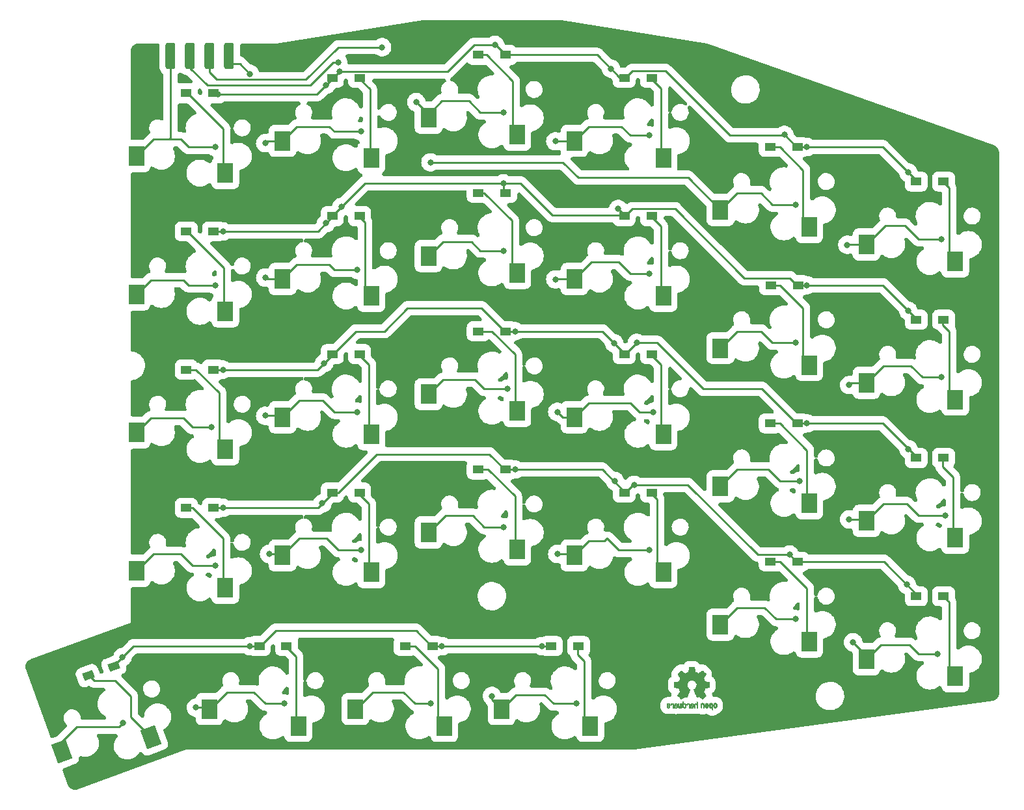
<source format=gbl>
%TF.GenerationSoftware,KiCad,Pcbnew,(7.0.0-0)*%
%TF.CreationDate,2023-03-08T00:10:09+08:00*%
%TF.ProjectId,Input,496e7075-742e-46b6-9963-61645f706362,1*%
%TF.SameCoordinates,PX7bfa480PY6052340*%
%TF.FileFunction,Copper,L2,Bot*%
%TF.FilePolarity,Positive*%
%FSLAX46Y46*%
G04 Gerber Fmt 4.6, Leading zero omitted, Abs format (unit mm)*
G04 Created by KiCad (PCBNEW (7.0.0-0)) date 2023-03-08 00:10:09*
%MOMM*%
%LPD*%
G01*
G04 APERTURE LIST*
G04 Aperture macros list*
%AMRoundRect*
0 Rectangle with rounded corners*
0 $1 Rounding radius*
0 $2 $3 $4 $5 $6 $7 $8 $9 X,Y pos of 4 corners*
0 Add a 4 corners polygon primitive as box body*
4,1,4,$2,$3,$4,$5,$6,$7,$8,$9,$2,$3,0*
0 Add four circle primitives for the rounded corners*
1,1,$1+$1,$2,$3*
1,1,$1+$1,$4,$5*
1,1,$1+$1,$6,$7*
1,1,$1+$1,$8,$9*
0 Add four rect primitives between the rounded corners*
20,1,$1+$1,$2,$3,$4,$5,0*
20,1,$1+$1,$4,$5,$6,$7,0*
20,1,$1+$1,$6,$7,$8,$9,0*
20,1,$1+$1,$8,$9,$2,$3,0*%
%AMRotRect*
0 Rectangle, with rotation*
0 The origin of the aperture is its center*
0 $1 length*
0 $2 width*
0 $3 Rotation angle, in degrees counterclockwise*
0 Add horizontal line*
21,1,$1,$2,0,0,$3*%
G04 Aperture macros list end*
%TA.AperFunction,EtchedComponent*%
%ADD10C,0.010000*%
%TD*%
%TA.AperFunction,ConnectorPad*%
%ADD11RoundRect,0.317500X0.317500X1.397000X-0.317500X1.397000X-0.317500X-1.397000X0.317500X-1.397000X0*%
%TD*%
%TA.AperFunction,SMDPad,CuDef*%
%ADD12R,2.000000X2.600000*%
%TD*%
%TA.AperFunction,SMDPad,CuDef*%
%ADD13R,1.400000X1.000000*%
%TD*%
%TA.AperFunction,SMDPad,CuDef*%
%ADD14RotRect,2.000000X2.600000X20.000000*%
%TD*%
%TA.AperFunction,SMDPad,CuDef*%
%ADD15RotRect,1.400000X1.000000X200.000000*%
%TD*%
%TA.AperFunction,ViaPad*%
%ADD16C,0.800000*%
%TD*%
%TA.AperFunction,Conductor*%
%ADD17C,0.250000*%
%TD*%
G04 APERTURE END LIST*
%TO.C,REF\u002A\u002A*%
G36*
X61482829Y-38951097D02*
G01*
X61542753Y-38973355D01*
X61567673Y-38990080D01*
X61592910Y-39014043D01*
X61610912Y-39044526D01*
X61622858Y-39086023D01*
X61629930Y-39143032D01*
X61633308Y-39220047D01*
X61634171Y-39321565D01*
X61634002Y-39374027D01*
X61633153Y-39445715D01*
X61631711Y-39502925D01*
X61629814Y-39540809D01*
X61627597Y-39554514D01*
X61613172Y-39549981D01*
X61584054Y-39537670D01*
X61583181Y-39537272D01*
X61568060Y-39529356D01*
X61557891Y-39518495D01*
X61551691Y-39499471D01*
X61548478Y-39467069D01*
X61547270Y-39416071D01*
X61547086Y-39341261D01*
X61546714Y-39293804D01*
X61542750Y-39204615D01*
X61533673Y-39139287D01*
X61518524Y-39094393D01*
X61496345Y-39066507D01*
X61466175Y-39052203D01*
X61461990Y-39051206D01*
X61405480Y-39050427D01*
X61361410Y-39075744D01*
X61330972Y-39126502D01*
X61325544Y-39141175D01*
X61313171Y-39173649D01*
X61306905Y-39188572D01*
X61294036Y-39186516D01*
X61265933Y-39175357D01*
X61239721Y-39156927D01*
X61227771Y-39122098D01*
X61231336Y-39097151D01*
X61253235Y-39046547D01*
X61288644Y-38999128D01*
X61330052Y-38966334D01*
X61347400Y-38958752D01*
X61413089Y-38946076D01*
X61482829Y-38951097D01*
G37*
D10*
X61482829Y-38951097D02*
X61542753Y-38973355D01*
X61567673Y-38990080D01*
X61592910Y-39014043D01*
X61610912Y-39044526D01*
X61622858Y-39086023D01*
X61629930Y-39143032D01*
X61633308Y-39220047D01*
X61634171Y-39321565D01*
X61634002Y-39374027D01*
X61633153Y-39445715D01*
X61631711Y-39502925D01*
X61629814Y-39540809D01*
X61627597Y-39554514D01*
X61613172Y-39549981D01*
X61584054Y-39537670D01*
X61583181Y-39537272D01*
X61568060Y-39529356D01*
X61557891Y-39518495D01*
X61551691Y-39499471D01*
X61548478Y-39467069D01*
X61547270Y-39416071D01*
X61547086Y-39341261D01*
X61546714Y-39293804D01*
X61542750Y-39204615D01*
X61533673Y-39139287D01*
X61518524Y-39094393D01*
X61496345Y-39066507D01*
X61466175Y-39052203D01*
X61461990Y-39051206D01*
X61405480Y-39050427D01*
X61361410Y-39075744D01*
X61330972Y-39126502D01*
X61325544Y-39141175D01*
X61313171Y-39173649D01*
X61306905Y-39188572D01*
X61294036Y-39186516D01*
X61265933Y-39175357D01*
X61239721Y-39156927D01*
X61227771Y-39122098D01*
X61231336Y-39097151D01*
X61253235Y-39046547D01*
X61288644Y-38999128D01*
X61330052Y-38966334D01*
X61347400Y-38958752D01*
X61413089Y-38946076D01*
X61482829Y-38951097D01*
G36*
X65431020Y-38917822D02*
G01*
X65498810Y-38949680D01*
X65554366Y-39004770D01*
X65565881Y-39022016D01*
X65575432Y-39041562D01*
X65582206Y-39066198D01*
X65586819Y-39100711D01*
X65589888Y-39149889D01*
X65592029Y-39218519D01*
X65593859Y-39311389D01*
X65598404Y-39569007D01*
X65560225Y-39554491D01*
X65525268Y-39541156D01*
X65499097Y-39528323D01*
X65482013Y-39511780D01*
X65472086Y-39486465D01*
X65467386Y-39447316D01*
X65465982Y-39389268D01*
X65465943Y-39307261D01*
X65465744Y-39241895D01*
X65464559Y-39179173D01*
X65461729Y-39136334D01*
X65456609Y-39108220D01*
X65448553Y-39089675D01*
X65436914Y-39075543D01*
X65408303Y-39055600D01*
X65360239Y-39048083D01*
X65312688Y-39067079D01*
X65309550Y-39069511D01*
X65299769Y-39080748D01*
X65292553Y-39098770D01*
X65287299Y-39128026D01*
X65283402Y-39172962D01*
X65280256Y-39238028D01*
X65277257Y-39327670D01*
X65270000Y-39567697D01*
X65208314Y-39540044D01*
X65146629Y-39512391D01*
X65146629Y-39293246D01*
X65146884Y-39233711D01*
X65149086Y-39150892D01*
X65154661Y-39089227D01*
X65164941Y-39043748D01*
X65181258Y-39009484D01*
X65204943Y-38981466D01*
X65237328Y-38954723D01*
X65283907Y-38927780D01*
X65357287Y-38910191D01*
X65431020Y-38917822D01*
G37*
X65431020Y-38917822D02*
X65498810Y-38949680D01*
X65554366Y-39004770D01*
X65565881Y-39022016D01*
X65575432Y-39041562D01*
X65582206Y-39066198D01*
X65586819Y-39100711D01*
X65589888Y-39149889D01*
X65592029Y-39218519D01*
X65593859Y-39311389D01*
X65598404Y-39569007D01*
X65560225Y-39554491D01*
X65525268Y-39541156D01*
X65499097Y-39528323D01*
X65482013Y-39511780D01*
X65472086Y-39486465D01*
X65467386Y-39447316D01*
X65465982Y-39389268D01*
X65465943Y-39307261D01*
X65465744Y-39241895D01*
X65464559Y-39179173D01*
X65461729Y-39136334D01*
X65456609Y-39108220D01*
X65448553Y-39089675D01*
X65436914Y-39075543D01*
X65408303Y-39055600D01*
X65360239Y-39048083D01*
X65312688Y-39067079D01*
X65309550Y-39069511D01*
X65299769Y-39080748D01*
X65292553Y-39098770D01*
X65287299Y-39128026D01*
X65283402Y-39172962D01*
X65280256Y-39238028D01*
X65277257Y-39327670D01*
X65270000Y-39567697D01*
X65208314Y-39540044D01*
X65146629Y-39512391D01*
X65146629Y-39293246D01*
X65146884Y-39233711D01*
X65149086Y-39150892D01*
X65154661Y-39089227D01*
X65164941Y-39043748D01*
X65181258Y-39009484D01*
X65204943Y-38981466D01*
X65237328Y-38954723D01*
X65283907Y-38927780D01*
X65357287Y-38910191D01*
X65431020Y-38917822D01*
G36*
X63607691Y-38966467D02*
G01*
X63612273Y-38969003D01*
X63649704Y-38998057D01*
X63683170Y-39035410D01*
X63689007Y-39043852D01*
X63700165Y-39063553D01*
X63708136Y-39086935D01*
X63713618Y-39119067D01*
X63717307Y-39165019D01*
X63719899Y-39229859D01*
X63722092Y-39318657D01*
X63722402Y-39333669D01*
X63723400Y-39430999D01*
X63721994Y-39499934D01*
X63718164Y-39540948D01*
X63711889Y-39554514D01*
X63692898Y-39550452D01*
X63660638Y-39538144D01*
X63653041Y-39534545D01*
X63641176Y-39526398D01*
X63632994Y-39513004D01*
X63627643Y-39489608D01*
X63624269Y-39451455D01*
X63622019Y-39393790D01*
X63620040Y-39311857D01*
X63619498Y-39287907D01*
X63617403Y-39212266D01*
X63614683Y-39159328D01*
X63610515Y-39124075D01*
X63604079Y-39101487D01*
X63594550Y-39086544D01*
X63581106Y-39074227D01*
X63541305Y-39052634D01*
X63492341Y-39048476D01*
X63448529Y-39064999D01*
X63417008Y-39099210D01*
X63404914Y-39148114D01*
X63404578Y-39161407D01*
X63397972Y-39185472D01*
X63378470Y-39189144D01*
X63340283Y-39174813D01*
X63331438Y-39170217D01*
X63307534Y-39143186D01*
X63307061Y-39102994D01*
X63329836Y-39047409D01*
X63350727Y-39017117D01*
X63404142Y-38974084D01*
X63470074Y-38949755D01*
X63540574Y-38946443D01*
X63607691Y-38966467D01*
G37*
X63607691Y-38966467D02*
X63612273Y-38969003D01*
X63649704Y-38998057D01*
X63683170Y-39035410D01*
X63689007Y-39043852D01*
X63700165Y-39063553D01*
X63708136Y-39086935D01*
X63713618Y-39119067D01*
X63717307Y-39165019D01*
X63719899Y-39229859D01*
X63722092Y-39318657D01*
X63722402Y-39333669D01*
X63723400Y-39430999D01*
X63721994Y-39499934D01*
X63718164Y-39540948D01*
X63711889Y-39554514D01*
X63692898Y-39550452D01*
X63660638Y-39538144D01*
X63653041Y-39534545D01*
X63641176Y-39526398D01*
X63632994Y-39513004D01*
X63627643Y-39489608D01*
X63624269Y-39451455D01*
X63622019Y-39393790D01*
X63620040Y-39311857D01*
X63619498Y-39287907D01*
X63617403Y-39212266D01*
X63614683Y-39159328D01*
X63610515Y-39124075D01*
X63604079Y-39101487D01*
X63594550Y-39086544D01*
X63581106Y-39074227D01*
X63541305Y-39052634D01*
X63492341Y-39048476D01*
X63448529Y-39064999D01*
X63417008Y-39099210D01*
X63404914Y-39148114D01*
X63404578Y-39161407D01*
X63397972Y-39185472D01*
X63378470Y-39189144D01*
X63340283Y-39174813D01*
X63331438Y-39170217D01*
X63307534Y-39143186D01*
X63307061Y-39102994D01*
X63329836Y-39047409D01*
X63350727Y-39017117D01*
X63404142Y-38974084D01*
X63470074Y-38949755D01*
X63540574Y-38946443D01*
X63607691Y-38966467D01*
G36*
X64678543Y-38749444D02*
G01*
X64725714Y-38769342D01*
X64725714Y-39166509D01*
X64725519Y-39269498D01*
X64724998Y-39362141D01*
X64724199Y-39440700D01*
X64723172Y-39501439D01*
X64721963Y-39540623D01*
X64720623Y-39554514D01*
X64720099Y-39554468D01*
X64702287Y-39549420D01*
X64669823Y-39538580D01*
X64624114Y-39522646D01*
X64624114Y-39318173D01*
X64623824Y-39237832D01*
X64622474Y-39179562D01*
X64619369Y-39139909D01*
X64613812Y-39113618D01*
X64605107Y-39095436D01*
X64592556Y-39080107D01*
X64583999Y-39071955D01*
X64537728Y-39049375D01*
X64486728Y-39051375D01*
X64439993Y-39078073D01*
X64433189Y-39084698D01*
X64422293Y-39098456D01*
X64414836Y-39116642D01*
X64410169Y-39144177D01*
X64407642Y-39185981D01*
X64406602Y-39246973D01*
X64406400Y-39332073D01*
X64406303Y-39375234D01*
X64405674Y-39446224D01*
X64404556Y-39503076D01*
X64403063Y-39540828D01*
X64401309Y-39554514D01*
X64400785Y-39554468D01*
X64382973Y-39549420D01*
X64350509Y-39538580D01*
X64304800Y-39522646D01*
X64304823Y-39317237D01*
X64304857Y-39298951D01*
X64306778Y-39203626D01*
X64312678Y-39131543D01*
X64324001Y-39077813D01*
X64342187Y-39037549D01*
X64368679Y-39005861D01*
X64404918Y-38977861D01*
X64440263Y-38960333D01*
X64496773Y-38946785D01*
X64552356Y-38946015D01*
X64595086Y-38959195D01*
X64598298Y-38961015D01*
X64608205Y-38960820D01*
X64614975Y-38945572D01*
X64619861Y-38910613D01*
X64624114Y-38851289D01*
X64631371Y-38729547D01*
X64678543Y-38749444D01*
G37*
X64678543Y-38749444D02*
X64725714Y-38769342D01*
X64725714Y-39166509D01*
X64725519Y-39269498D01*
X64724998Y-39362141D01*
X64724199Y-39440700D01*
X64723172Y-39501439D01*
X64721963Y-39540623D01*
X64720623Y-39554514D01*
X64720099Y-39554468D01*
X64702287Y-39549420D01*
X64669823Y-39538580D01*
X64624114Y-39522646D01*
X64624114Y-39318173D01*
X64623824Y-39237832D01*
X64622474Y-39179562D01*
X64619369Y-39139909D01*
X64613812Y-39113618D01*
X64605107Y-39095436D01*
X64592556Y-39080107D01*
X64583999Y-39071955D01*
X64537728Y-39049375D01*
X64486728Y-39051375D01*
X64439993Y-39078073D01*
X64433189Y-39084698D01*
X64422293Y-39098456D01*
X64414836Y-39116642D01*
X64410169Y-39144177D01*
X64407642Y-39185981D01*
X64406602Y-39246973D01*
X64406400Y-39332073D01*
X64406303Y-39375234D01*
X64405674Y-39446224D01*
X64404556Y-39503076D01*
X64403063Y-39540828D01*
X64401309Y-39554514D01*
X64400785Y-39554468D01*
X64382973Y-39549420D01*
X64350509Y-39538580D01*
X64304800Y-39522646D01*
X64304823Y-39317237D01*
X64304857Y-39298951D01*
X64306778Y-39203626D01*
X64312678Y-39131543D01*
X64324001Y-39077813D01*
X64342187Y-39037549D01*
X64368679Y-39005861D01*
X64404918Y-38977861D01*
X64440263Y-38960333D01*
X64496773Y-38946785D01*
X64552356Y-38946015D01*
X64595086Y-38959195D01*
X64598298Y-38961015D01*
X64608205Y-38960820D01*
X64614975Y-38945572D01*
X64619861Y-38910613D01*
X64624114Y-38851289D01*
X64631371Y-38729547D01*
X64678543Y-38749444D01*
G36*
X62653941Y-38949282D02*
G01*
X62685774Y-38961758D01*
X62722743Y-38978602D01*
X62722743Y-39465196D01*
X62676812Y-39511127D01*
X62666320Y-39521427D01*
X62637255Y-39544320D01*
X62607943Y-39551735D01*
X62564326Y-39548321D01*
X62546568Y-39546114D01*
X62500767Y-39541445D01*
X62468743Y-39539585D01*
X62459244Y-39539869D01*
X62420274Y-39542948D01*
X62373160Y-39548321D01*
X62358085Y-39550168D01*
X62320110Y-39550893D01*
X62292325Y-39539429D01*
X62260674Y-39511127D01*
X62214743Y-39465196D01*
X62214743Y-39205055D01*
X62215101Y-39128180D01*
X62216216Y-39054886D01*
X62217952Y-38996850D01*
X62220167Y-38958663D01*
X62222721Y-38944914D01*
X62223256Y-38944951D01*
X62241808Y-38951793D01*
X62273153Y-38966868D01*
X62315608Y-38988822D01*
X62319604Y-39217240D01*
X62323600Y-39445657D01*
X62410686Y-39445657D01*
X62414657Y-39195286D01*
X62415916Y-39127227D01*
X62417718Y-39054482D01*
X62419671Y-38996730D01*
X62421612Y-38958648D01*
X62423377Y-38944914D01*
X62423885Y-38944962D01*
X62441482Y-38950015D01*
X62473834Y-38960849D01*
X62519543Y-38976783D01*
X62519765Y-39196706D01*
X62519988Y-39234909D01*
X62521531Y-39309146D01*
X62524292Y-39371145D01*
X62527977Y-39415308D01*
X62532292Y-39436041D01*
X62547732Y-39447131D01*
X62579241Y-39450556D01*
X62613886Y-39445657D01*
X62617857Y-39195286D01*
X62619278Y-39131663D01*
X62622225Y-39056356D01*
X62626079Y-38997286D01*
X62630542Y-38958718D01*
X62635317Y-38944914D01*
X62653941Y-38949282D01*
G37*
X62653941Y-38949282D02*
X62685774Y-38961758D01*
X62722743Y-38978602D01*
X62722743Y-39465196D01*
X62676812Y-39511127D01*
X62666320Y-39521427D01*
X62637255Y-39544320D01*
X62607943Y-39551735D01*
X62564326Y-39548321D01*
X62546568Y-39546114D01*
X62500767Y-39541445D01*
X62468743Y-39539585D01*
X62459244Y-39539869D01*
X62420274Y-39542948D01*
X62373160Y-39548321D01*
X62358085Y-39550168D01*
X62320110Y-39550893D01*
X62292325Y-39539429D01*
X62260674Y-39511127D01*
X62214743Y-39465196D01*
X62214743Y-39205055D01*
X62215101Y-39128180D01*
X62216216Y-39054886D01*
X62217952Y-38996850D01*
X62220167Y-38958663D01*
X62222721Y-38944914D01*
X62223256Y-38944951D01*
X62241808Y-38951793D01*
X62273153Y-38966868D01*
X62315608Y-38988822D01*
X62319604Y-39217240D01*
X62323600Y-39445657D01*
X62410686Y-39445657D01*
X62414657Y-39195286D01*
X62415916Y-39127227D01*
X62417718Y-39054482D01*
X62419671Y-38996730D01*
X62421612Y-38958648D01*
X62423377Y-38944914D01*
X62423885Y-38944962D01*
X62441482Y-38950015D01*
X62473834Y-38960849D01*
X62519543Y-38976783D01*
X62519765Y-39196706D01*
X62519988Y-39234909D01*
X62521531Y-39309146D01*
X62524292Y-39371145D01*
X62527977Y-39415308D01*
X62532292Y-39436041D01*
X62547732Y-39447131D01*
X62579241Y-39450556D01*
X62613886Y-39445657D01*
X62617857Y-39195286D01*
X62619278Y-39131663D01*
X62622225Y-39056356D01*
X62626079Y-38997286D01*
X62630542Y-38958718D01*
X62635317Y-38944914D01*
X62653941Y-38949282D01*
G36*
X67265678Y-39230192D02*
G01*
X67265714Y-39235200D01*
X67265701Y-39250935D01*
X67264914Y-39321119D01*
X67262210Y-39370022D01*
X67256606Y-39404178D01*
X67247119Y-39430124D01*
X67232768Y-39454397D01*
X67229237Y-39459433D01*
X67191878Y-39499143D01*
X67149311Y-39529092D01*
X67127452Y-39538810D01*
X67048908Y-39555020D01*
X66971231Y-39544535D01*
X66899645Y-39508707D01*
X66839374Y-39448887D01*
X66834286Y-39440873D01*
X66817730Y-39394342D01*
X66806573Y-39329552D01*
X66801160Y-39254727D01*
X66801768Y-39185513D01*
X66948248Y-39185513D01*
X66949402Y-39281399D01*
X66949866Y-39287569D01*
X66956629Y-39340478D01*
X66968671Y-39374029D01*
X66989005Y-39397016D01*
X67023097Y-39418548D01*
X67056814Y-39419680D01*
X67091543Y-39394857D01*
X67097584Y-39388325D01*
X67109417Y-39368779D01*
X67116404Y-39340386D01*
X67119727Y-39296430D01*
X67120571Y-39230192D01*
X67119125Y-39168150D01*
X67111907Y-39109042D01*
X67097006Y-39071686D01*
X67072636Y-39052152D01*
X67037008Y-39046514D01*
X67023440Y-39047635D01*
X66985430Y-39068194D01*
X66960312Y-39114299D01*
X66948248Y-39185513D01*
X66801768Y-39185513D01*
X66801833Y-39178096D01*
X66808937Y-39107882D01*
X66822815Y-39052312D01*
X66840649Y-39015301D01*
X66890855Y-38957733D01*
X66958885Y-38921962D01*
X67042158Y-38909665D01*
X67064398Y-38910331D01*
X67129891Y-38923947D01*
X67183687Y-38958249D01*
X67233057Y-39017338D01*
X67235995Y-39021722D01*
X67249287Y-39045299D01*
X67257932Y-39071949D01*
X67262904Y-39108159D01*
X67265174Y-39160413D01*
X67265678Y-39230192D01*
G37*
X67265678Y-39230192D02*
X67265714Y-39235200D01*
X67265701Y-39250935D01*
X67264914Y-39321119D01*
X67262210Y-39370022D01*
X67256606Y-39404178D01*
X67247119Y-39430124D01*
X67232768Y-39454397D01*
X67229237Y-39459433D01*
X67191878Y-39499143D01*
X67149311Y-39529092D01*
X67127452Y-39538810D01*
X67048908Y-39555020D01*
X66971231Y-39544535D01*
X66899645Y-39508707D01*
X66839374Y-39448887D01*
X66834286Y-39440873D01*
X66817730Y-39394342D01*
X66806573Y-39329552D01*
X66801160Y-39254727D01*
X66801768Y-39185513D01*
X66948248Y-39185513D01*
X66949402Y-39281399D01*
X66949866Y-39287569D01*
X66956629Y-39340478D01*
X66968671Y-39374029D01*
X66989005Y-39397016D01*
X67023097Y-39418548D01*
X67056814Y-39419680D01*
X67091543Y-39394857D01*
X67097584Y-39388325D01*
X67109417Y-39368779D01*
X67116404Y-39340386D01*
X67119727Y-39296430D01*
X67120571Y-39230192D01*
X67119125Y-39168150D01*
X67111907Y-39109042D01*
X67097006Y-39071686D01*
X67072636Y-39052152D01*
X67037008Y-39046514D01*
X67023440Y-39047635D01*
X66985430Y-39068194D01*
X66960312Y-39114299D01*
X66948248Y-39185513D01*
X66801768Y-39185513D01*
X66801833Y-39178096D01*
X66808937Y-39107882D01*
X66822815Y-39052312D01*
X66840649Y-39015301D01*
X66890855Y-38957733D01*
X66958885Y-38921962D01*
X67042158Y-38909665D01*
X67064398Y-38910331D01*
X67129891Y-38923947D01*
X67183687Y-38958249D01*
X67233057Y-39017338D01*
X67235995Y-39021722D01*
X67249287Y-39045299D01*
X67257932Y-39071949D01*
X67262904Y-39108159D01*
X67265174Y-39160413D01*
X67265678Y-39230192D01*
G36*
X61139628Y-39206247D02*
G01*
X61140590Y-39252622D01*
X61140307Y-39291305D01*
X61136762Y-39367521D01*
X61127483Y-39423294D01*
X61110375Y-39464613D01*
X61083344Y-39497467D01*
X61044292Y-39527846D01*
X61019445Y-39541660D01*
X60979615Y-39550965D01*
X60923665Y-39550230D01*
X60892385Y-39547283D01*
X60854653Y-39538283D01*
X60824494Y-39518720D01*
X60789408Y-39482267D01*
X60784720Y-39476943D01*
X60753177Y-39435969D01*
X60738128Y-39400283D01*
X60734286Y-39357966D01*
X60734286Y-39295779D01*
X60777742Y-39312182D01*
X60809424Y-39331356D01*
X60836962Y-39376347D01*
X60842711Y-39390752D01*
X60874855Y-39431546D01*
X60918611Y-39452081D01*
X60966254Y-39450235D01*
X61010057Y-39423886D01*
X61025111Y-39407455D01*
X61038763Y-39382667D01*
X61034493Y-39360144D01*
X61009916Y-39336964D01*
X60962651Y-39310202D01*
X60890314Y-39276934D01*
X60741543Y-39211816D01*
X60737595Y-39147308D01*
X60739079Y-39106220D01*
X60836010Y-39106220D01*
X60843368Y-39131657D01*
X60876848Y-39158814D01*
X60937614Y-39189714D01*
X60947669Y-39194190D01*
X60995751Y-39215017D01*
X61031726Y-39229665D01*
X61048444Y-39235200D01*
X61050977Y-39231126D01*
X61051993Y-39206247D01*
X61048369Y-39166257D01*
X61039242Y-39127152D01*
X61010773Y-39077884D01*
X60969678Y-39050122D01*
X60920590Y-39046364D01*
X60868144Y-39069109D01*
X60853609Y-39080481D01*
X60836010Y-39106220D01*
X60739079Y-39106220D01*
X60739338Y-39099064D01*
X60761281Y-39038096D01*
X60788979Y-39004497D01*
X60846405Y-38966966D01*
X60914527Y-38948006D01*
X60984947Y-38949507D01*
X61049267Y-38973355D01*
X61063426Y-38982513D01*
X61095904Y-39010849D01*
X61118116Y-39046695D01*
X61131804Y-39095384D01*
X61138715Y-39162249D01*
X61139628Y-39206247D01*
G37*
X61139628Y-39206247D02*
X61140590Y-39252622D01*
X61140307Y-39291305D01*
X61136762Y-39367521D01*
X61127483Y-39423294D01*
X61110375Y-39464613D01*
X61083344Y-39497467D01*
X61044292Y-39527846D01*
X61019445Y-39541660D01*
X60979615Y-39550965D01*
X60923665Y-39550230D01*
X60892385Y-39547283D01*
X60854653Y-39538283D01*
X60824494Y-39518720D01*
X60789408Y-39482267D01*
X60784720Y-39476943D01*
X60753177Y-39435969D01*
X60738128Y-39400283D01*
X60734286Y-39357966D01*
X60734286Y-39295779D01*
X60777742Y-39312182D01*
X60809424Y-39331356D01*
X60836962Y-39376347D01*
X60842711Y-39390752D01*
X60874855Y-39431546D01*
X60918611Y-39452081D01*
X60966254Y-39450235D01*
X61010057Y-39423886D01*
X61025111Y-39407455D01*
X61038763Y-39382667D01*
X61034493Y-39360144D01*
X61009916Y-39336964D01*
X60962651Y-39310202D01*
X60890314Y-39276934D01*
X60741543Y-39211816D01*
X60737595Y-39147308D01*
X60739079Y-39106220D01*
X60836010Y-39106220D01*
X60843368Y-39131657D01*
X60876848Y-39158814D01*
X60937614Y-39189714D01*
X60947669Y-39194190D01*
X60995751Y-39215017D01*
X61031726Y-39229665D01*
X61048444Y-39235200D01*
X61050977Y-39231126D01*
X61051993Y-39206247D01*
X61048369Y-39166257D01*
X61039242Y-39127152D01*
X61010773Y-39077884D01*
X60969678Y-39050122D01*
X60920590Y-39046364D01*
X60868144Y-39069109D01*
X60853609Y-39080481D01*
X60836010Y-39106220D01*
X60739079Y-39106220D01*
X60739338Y-39099064D01*
X60761281Y-39038096D01*
X60788979Y-39004497D01*
X60846405Y-38966966D01*
X60914527Y-38948006D01*
X60984947Y-38949507D01*
X61049267Y-38973355D01*
X61063426Y-38982513D01*
X61095904Y-39010849D01*
X61118116Y-39046695D01*
X61131804Y-39095384D01*
X61138715Y-39162249D01*
X61139628Y-39206247D01*
G36*
X63230542Y-39245647D02*
G01*
X63230698Y-39249714D01*
X63229537Y-39306313D01*
X63221345Y-39383462D01*
X63203519Y-39441276D01*
X63173975Y-39485422D01*
X63130625Y-39521568D01*
X63089332Y-39542463D01*
X63019987Y-39554090D01*
X62950736Y-39541377D01*
X62888145Y-39505945D01*
X62838779Y-39449418D01*
X62832818Y-39438995D01*
X62824945Y-39420733D01*
X62819106Y-39397429D01*
X62814999Y-39365085D01*
X62812325Y-39319704D01*
X62810781Y-39257287D01*
X62810734Y-39251748D01*
X62911429Y-39251748D01*
X62911772Y-39304577D01*
X62913942Y-39352362D01*
X62919307Y-39383209D01*
X62929217Y-39403935D01*
X62945021Y-39421356D01*
X62948724Y-39424705D01*
X62996299Y-39449419D01*
X63046635Y-39446890D01*
X63093517Y-39417288D01*
X63107477Y-39401953D01*
X63119160Y-39381622D01*
X63125686Y-39353514D01*
X63128524Y-39310550D01*
X63129143Y-39245647D01*
X63128837Y-39196122D01*
X63126722Y-39147782D01*
X63121390Y-39116587D01*
X63111460Y-39095647D01*
X63095550Y-39078073D01*
X63086204Y-39070159D01*
X63037776Y-39048843D01*
X62987040Y-39052198D01*
X62942987Y-39080107D01*
X62933504Y-39091173D01*
X62921939Y-39112009D01*
X62915252Y-39141106D01*
X62912173Y-39185381D01*
X62911429Y-39251748D01*
X62810734Y-39251748D01*
X62810067Y-39173837D01*
X62809883Y-39065358D01*
X62809829Y-38728601D01*
X62857000Y-38748362D01*
X62869472Y-38753770D01*
X62889324Y-38765985D01*
X62900687Y-38784482D01*
X62906933Y-38816829D01*
X62911429Y-38870593D01*
X62915535Y-38918866D01*
X62920963Y-38950557D01*
X62928739Y-38962383D01*
X62940457Y-38959212D01*
X62970318Y-38948067D01*
X63023684Y-38945304D01*
X63081093Y-38955625D01*
X63130625Y-38977861D01*
X63157876Y-38998443D01*
X63192865Y-39038600D01*
X63215274Y-39090086D01*
X63227190Y-39158568D01*
X63230542Y-39245647D01*
G37*
X63230542Y-39245647D02*
X63230698Y-39249714D01*
X63229537Y-39306313D01*
X63221345Y-39383462D01*
X63203519Y-39441276D01*
X63173975Y-39485422D01*
X63130625Y-39521568D01*
X63089332Y-39542463D01*
X63019987Y-39554090D01*
X62950736Y-39541377D01*
X62888145Y-39505945D01*
X62838779Y-39449418D01*
X62832818Y-39438995D01*
X62824945Y-39420733D01*
X62819106Y-39397429D01*
X62814999Y-39365085D01*
X62812325Y-39319704D01*
X62810781Y-39257287D01*
X62810734Y-39251748D01*
X62911429Y-39251748D01*
X62911772Y-39304577D01*
X62913942Y-39352362D01*
X62919307Y-39383209D01*
X62929217Y-39403935D01*
X62945021Y-39421356D01*
X62948724Y-39424705D01*
X62996299Y-39449419D01*
X63046635Y-39446890D01*
X63093517Y-39417288D01*
X63107477Y-39401953D01*
X63119160Y-39381622D01*
X63125686Y-39353514D01*
X63128524Y-39310550D01*
X63129143Y-39245647D01*
X63128837Y-39196122D01*
X63126722Y-39147782D01*
X63121390Y-39116587D01*
X63111460Y-39095647D01*
X63095550Y-39078073D01*
X63086204Y-39070159D01*
X63037776Y-39048843D01*
X62987040Y-39052198D01*
X62942987Y-39080107D01*
X62933504Y-39091173D01*
X62921939Y-39112009D01*
X62915252Y-39141106D01*
X62912173Y-39185381D01*
X62911429Y-39251748D01*
X62810734Y-39251748D01*
X62810067Y-39173837D01*
X62809883Y-39065358D01*
X62809829Y-38728601D01*
X62857000Y-38748362D01*
X62869472Y-38753770D01*
X62889324Y-38765985D01*
X62900687Y-38784482D01*
X62906933Y-38816829D01*
X62911429Y-38870593D01*
X62915535Y-38918866D01*
X62920963Y-38950557D01*
X62928739Y-38962383D01*
X62940457Y-38959212D01*
X62970318Y-38948067D01*
X63023684Y-38945304D01*
X63081093Y-38955625D01*
X63130625Y-38977861D01*
X63157876Y-38998443D01*
X63192865Y-39038600D01*
X63215274Y-39090086D01*
X63227190Y-39158568D01*
X63230542Y-39245647D01*
G36*
X66156767Y-39142748D02*
G01*
X66162299Y-39194055D01*
X66157684Y-39304078D01*
X66155078Y-39327387D01*
X66135660Y-39410352D01*
X66100573Y-39473448D01*
X66047212Y-39521808D01*
X66044196Y-39523804D01*
X65976362Y-39552185D01*
X65905535Y-39554711D01*
X65837289Y-39533097D01*
X65777196Y-39489062D01*
X65730829Y-39424322D01*
X65730050Y-39422761D01*
X65714643Y-39382558D01*
X65703357Y-39336866D01*
X65697370Y-39293972D01*
X65697861Y-39262160D01*
X65706007Y-39249714D01*
X65713244Y-39250471D01*
X65747851Y-39264235D01*
X65787078Y-39289546D01*
X65820448Y-39318845D01*
X65837483Y-39344572D01*
X65855192Y-39379471D01*
X65891485Y-39411212D01*
X65933630Y-39423886D01*
X65949077Y-39420221D01*
X65979569Y-39401774D01*
X66006128Y-39376166D01*
X66017486Y-39352934D01*
X66017482Y-39352848D01*
X66004596Y-39342179D01*
X65970241Y-39322933D01*
X65919593Y-39297813D01*
X65857829Y-39269524D01*
X65857489Y-39269374D01*
X65790388Y-39239498D01*
X65745411Y-39217973D01*
X65718145Y-39201437D01*
X65704178Y-39186531D01*
X65699097Y-39169893D01*
X65698490Y-39148162D01*
X65702712Y-39107013D01*
X65846000Y-39107013D01*
X65860791Y-39119949D01*
X65897644Y-39139333D01*
X65898725Y-39139881D01*
X65942205Y-39160587D01*
X65981102Y-39177105D01*
X66005778Y-39184093D01*
X66015676Y-39174753D01*
X66017486Y-39142748D01*
X66009966Y-39102915D01*
X65983897Y-39066717D01*
X65946154Y-39047950D01*
X65904077Y-39049845D01*
X65865005Y-39075632D01*
X65849647Y-39093451D01*
X65846000Y-39107013D01*
X65702712Y-39107013D01*
X65703833Y-39096086D01*
X65730251Y-39025335D01*
X65774473Y-38969735D01*
X65831697Y-38931239D01*
X65897120Y-38911797D01*
X65965937Y-38913359D01*
X66033347Y-38937878D01*
X66094544Y-38987302D01*
X66128450Y-39036212D01*
X66152806Y-39106027D01*
X66156767Y-39142748D01*
G37*
X66156767Y-39142748D02*
X66162299Y-39194055D01*
X66157684Y-39304078D01*
X66155078Y-39327387D01*
X66135660Y-39410352D01*
X66100573Y-39473448D01*
X66047212Y-39521808D01*
X66044196Y-39523804D01*
X65976362Y-39552185D01*
X65905535Y-39554711D01*
X65837289Y-39533097D01*
X65777196Y-39489062D01*
X65730829Y-39424322D01*
X65730050Y-39422761D01*
X65714643Y-39382558D01*
X65703357Y-39336866D01*
X65697370Y-39293972D01*
X65697861Y-39262160D01*
X65706007Y-39249714D01*
X65713244Y-39250471D01*
X65747851Y-39264235D01*
X65787078Y-39289546D01*
X65820448Y-39318845D01*
X65837483Y-39344572D01*
X65855192Y-39379471D01*
X65891485Y-39411212D01*
X65933630Y-39423886D01*
X65949077Y-39420221D01*
X65979569Y-39401774D01*
X66006128Y-39376166D01*
X66017486Y-39352934D01*
X66017482Y-39352848D01*
X66004596Y-39342179D01*
X65970241Y-39322933D01*
X65919593Y-39297813D01*
X65857829Y-39269524D01*
X65857489Y-39269374D01*
X65790388Y-39239498D01*
X65745411Y-39217973D01*
X65718145Y-39201437D01*
X65704178Y-39186531D01*
X65699097Y-39169893D01*
X65698490Y-39148162D01*
X65702712Y-39107013D01*
X65846000Y-39107013D01*
X65860791Y-39119949D01*
X65897644Y-39139333D01*
X65898725Y-39139881D01*
X65942205Y-39160587D01*
X65981102Y-39177105D01*
X66005778Y-39184093D01*
X66015676Y-39174753D01*
X66017486Y-39142748D01*
X66009966Y-39102915D01*
X65983897Y-39066717D01*
X65946154Y-39047950D01*
X65904077Y-39049845D01*
X65865005Y-39075632D01*
X65849647Y-39093451D01*
X65846000Y-39107013D01*
X65702712Y-39107013D01*
X65703833Y-39096086D01*
X65730251Y-39025335D01*
X65774473Y-38969735D01*
X65831697Y-38931239D01*
X65897120Y-38911797D01*
X65965937Y-38913359D01*
X66033347Y-38937878D01*
X66094544Y-38987302D01*
X66128450Y-39036212D01*
X66152806Y-39106027D01*
X66156767Y-39142748D01*
G36*
X64089483Y-38960569D02*
G01*
X64139376Y-38989661D01*
X64161325Y-39012327D01*
X64203504Y-39080082D01*
X64217714Y-39153950D01*
X64217714Y-39204770D01*
X64170999Y-39185128D01*
X64138692Y-39165308D01*
X64113231Y-39124160D01*
X64110616Y-39115675D01*
X64082478Y-39072451D01*
X64040067Y-39049103D01*
X63991370Y-39048100D01*
X63944373Y-39071914D01*
X63937357Y-39078056D01*
X63913893Y-39104745D01*
X63910019Y-39128014D01*
X63927768Y-39150862D01*
X63969179Y-39176287D01*
X64036286Y-39207288D01*
X64040824Y-39209252D01*
X64115322Y-39243990D01*
X64166203Y-39274763D01*
X64197525Y-39305488D01*
X64213343Y-39340082D01*
X64217714Y-39382462D01*
X64211986Y-39429446D01*
X64183062Y-39489585D01*
X64132178Y-39532788D01*
X64095374Y-39545759D01*
X64043434Y-39552856D01*
X63992999Y-39551340D01*
X63956983Y-39540632D01*
X63953158Y-39537966D01*
X63942998Y-39519337D01*
X63950048Y-39486505D01*
X63962297Y-39460735D01*
X63981939Y-39450006D01*
X64019191Y-39450539D01*
X64070908Y-39447462D01*
X64104701Y-39426212D01*
X64116114Y-39386877D01*
X64116104Y-39385747D01*
X64109187Y-39362913D01*
X64085659Y-39341963D01*
X64039914Y-39317815D01*
X63977704Y-39288741D01*
X63936499Y-39272925D01*
X63912712Y-39273944D01*
X63901597Y-39294837D01*
X63898408Y-39338641D01*
X63898400Y-39408393D01*
X63898044Y-39451452D01*
X63896413Y-39504626D01*
X63893761Y-39541022D01*
X63890422Y-39554514D01*
X63889530Y-39554423D01*
X63870237Y-39547110D01*
X63838284Y-39531678D01*
X63794124Y-39508842D01*
X63799371Y-39303078D01*
X63799736Y-39289432D01*
X63803904Y-39193651D01*
X63811268Y-39121462D01*
X63823330Y-39068058D01*
X63841593Y-39028633D01*
X63867560Y-38998380D01*
X63902733Y-38972493D01*
X63903384Y-38972087D01*
X63960256Y-38950968D01*
X64026033Y-38947400D01*
X64089483Y-38960569D01*
G37*
X64089483Y-38960569D02*
X64139376Y-38989661D01*
X64161325Y-39012327D01*
X64203504Y-39080082D01*
X64217714Y-39153950D01*
X64217714Y-39204770D01*
X64170999Y-39185128D01*
X64138692Y-39165308D01*
X64113231Y-39124160D01*
X64110616Y-39115675D01*
X64082478Y-39072451D01*
X64040067Y-39049103D01*
X63991370Y-39048100D01*
X63944373Y-39071914D01*
X63937357Y-39078056D01*
X63913893Y-39104745D01*
X63910019Y-39128014D01*
X63927768Y-39150862D01*
X63969179Y-39176287D01*
X64036286Y-39207288D01*
X64040824Y-39209252D01*
X64115322Y-39243990D01*
X64166203Y-39274763D01*
X64197525Y-39305488D01*
X64213343Y-39340082D01*
X64217714Y-39382462D01*
X64211986Y-39429446D01*
X64183062Y-39489585D01*
X64132178Y-39532788D01*
X64095374Y-39545759D01*
X64043434Y-39552856D01*
X63992999Y-39551340D01*
X63956983Y-39540632D01*
X63953158Y-39537966D01*
X63942998Y-39519337D01*
X63950048Y-39486505D01*
X63962297Y-39460735D01*
X63981939Y-39450006D01*
X64019191Y-39450539D01*
X64070908Y-39447462D01*
X64104701Y-39426212D01*
X64116114Y-39386877D01*
X64116104Y-39385747D01*
X64109187Y-39362913D01*
X64085659Y-39341963D01*
X64039914Y-39317815D01*
X63977704Y-39288741D01*
X63936499Y-39272925D01*
X63912712Y-39273944D01*
X63901597Y-39294837D01*
X63898408Y-39338641D01*
X63898400Y-39408393D01*
X63898044Y-39451452D01*
X63896413Y-39504626D01*
X63893761Y-39541022D01*
X63890422Y-39554514D01*
X63889530Y-39554423D01*
X63870237Y-39547110D01*
X63838284Y-39531678D01*
X63794124Y-39508842D01*
X63799371Y-39303078D01*
X63799736Y-39289432D01*
X63803904Y-39193651D01*
X63811268Y-39121462D01*
X63823330Y-39068058D01*
X63841593Y-39028633D01*
X63867560Y-38998380D01*
X63902733Y-38972493D01*
X63903384Y-38972087D01*
X63960256Y-38950968D01*
X64026033Y-38947400D01*
X64089483Y-38960569D01*
G36*
X66708528Y-39228603D02*
G01*
X66709815Y-39301524D01*
X66711252Y-39413000D01*
X66711651Y-39445339D01*
X66712929Y-39553455D01*
X66713185Y-39636186D01*
X66711634Y-39696426D01*
X66707490Y-39737073D01*
X66699964Y-39761023D01*
X66688271Y-39771171D01*
X66671624Y-39770414D01*
X66649236Y-39761648D01*
X66620321Y-39747769D01*
X66614142Y-39744808D01*
X66588413Y-39730311D01*
X66574976Y-39713065D01*
X66569834Y-39684308D01*
X66568990Y-39635283D01*
X66568952Y-39547257D01*
X66478276Y-39547257D01*
X66422498Y-39544815D01*
X66378640Y-39534908D01*
X66342218Y-39514886D01*
X66339503Y-39512929D01*
X66302546Y-39479869D01*
X66276826Y-39439931D01*
X66260606Y-39387657D01*
X66252148Y-39317588D01*
X66250083Y-39238430D01*
X66394857Y-39238430D01*
X66394882Y-39251697D01*
X66396261Y-39311584D01*
X66400687Y-39350732D01*
X66409461Y-39376153D01*
X66423886Y-39394857D01*
X66424784Y-39395750D01*
X66460237Y-39419952D01*
X66494596Y-39417567D01*
X66533403Y-39388260D01*
X66542895Y-39378244D01*
X66556876Y-39357708D01*
X66564760Y-39330997D01*
X66568245Y-39290499D01*
X66569029Y-39228603D01*
X66568350Y-39191130D01*
X66560983Y-39122980D01*
X66544168Y-39078330D01*
X66516234Y-39053926D01*
X66475509Y-39046514D01*
X66458350Y-39048094D01*
X66428660Y-39063766D01*
X66409031Y-39098691D01*
X66398188Y-39155901D01*
X66394857Y-39238430D01*
X66250083Y-39238430D01*
X66249714Y-39224267D01*
X66250253Y-39156169D01*
X66252707Y-39104587D01*
X66258158Y-39068816D01*
X66267686Y-39042015D01*
X66282371Y-39017338D01*
X66295852Y-38998480D01*
X66344799Y-38947568D01*
X66400256Y-38919918D01*
X66469928Y-38911165D01*
X66549664Y-38919890D01*
X66618595Y-38951185D01*
X66673113Y-39006381D01*
X66677223Y-39012224D01*
X66686808Y-39027753D01*
X66694151Y-39045498D01*
X66699612Y-39069290D01*
X66703550Y-39102958D01*
X66706323Y-39150333D01*
X66708292Y-39215245D01*
X66708528Y-39228603D01*
G37*
X66708528Y-39228603D02*
X66709815Y-39301524D01*
X66711252Y-39413000D01*
X66711651Y-39445339D01*
X66712929Y-39553455D01*
X66713185Y-39636186D01*
X66711634Y-39696426D01*
X66707490Y-39737073D01*
X66699964Y-39761023D01*
X66688271Y-39771171D01*
X66671624Y-39770414D01*
X66649236Y-39761648D01*
X66620321Y-39747769D01*
X66614142Y-39744808D01*
X66588413Y-39730311D01*
X66574976Y-39713065D01*
X66569834Y-39684308D01*
X66568990Y-39635283D01*
X66568952Y-39547257D01*
X66478276Y-39547257D01*
X66422498Y-39544815D01*
X66378640Y-39534908D01*
X66342218Y-39514886D01*
X66339503Y-39512929D01*
X66302546Y-39479869D01*
X66276826Y-39439931D01*
X66260606Y-39387657D01*
X66252148Y-39317588D01*
X66250083Y-39238430D01*
X66394857Y-39238430D01*
X66394882Y-39251697D01*
X66396261Y-39311584D01*
X66400687Y-39350732D01*
X66409461Y-39376153D01*
X66423886Y-39394857D01*
X66424784Y-39395750D01*
X66460237Y-39419952D01*
X66494596Y-39417567D01*
X66533403Y-39388260D01*
X66542895Y-39378244D01*
X66556876Y-39357708D01*
X66564760Y-39330997D01*
X66568245Y-39290499D01*
X66569029Y-39228603D01*
X66568350Y-39191130D01*
X66560983Y-39122980D01*
X66544168Y-39078330D01*
X66516234Y-39053926D01*
X66475509Y-39046514D01*
X66458350Y-39048094D01*
X66428660Y-39063766D01*
X66409031Y-39098691D01*
X66398188Y-39155901D01*
X66394857Y-39238430D01*
X66250083Y-39238430D01*
X66249714Y-39224267D01*
X66250253Y-39156169D01*
X66252707Y-39104587D01*
X66258158Y-39068816D01*
X66267686Y-39042015D01*
X66282371Y-39017338D01*
X66295852Y-38998480D01*
X66344799Y-38947568D01*
X66400256Y-38919918D01*
X66469928Y-38911165D01*
X66549664Y-38919890D01*
X66618595Y-38951185D01*
X66673113Y-39006381D01*
X66677223Y-39012224D01*
X66686808Y-39027753D01*
X66694151Y-39045498D01*
X66699612Y-39069290D01*
X66703550Y-39102958D01*
X66706323Y-39150333D01*
X66708292Y-39215245D01*
X66708528Y-39228603D01*
G36*
X61967495Y-38946220D02*
G01*
X61998599Y-38954121D01*
X62027559Y-38973817D01*
X62064831Y-39010484D01*
X62088801Y-39036378D01*
X62113770Y-39069997D01*
X62125031Y-39101506D01*
X62127657Y-39141485D01*
X62127657Y-39206917D01*
X62083035Y-39183842D01*
X62047673Y-39155724D01*
X62023451Y-39117848D01*
X62019291Y-39107551D01*
X61987594Y-39067637D01*
X61943554Y-39047624D01*
X61895531Y-39049572D01*
X61851886Y-39075543D01*
X61833420Y-39096635D01*
X61822663Y-39123619D01*
X61834178Y-39147634D01*
X61869981Y-39171791D01*
X61932090Y-39199199D01*
X61941515Y-39202985D01*
X61998058Y-39227759D01*
X62046580Y-39252189D01*
X62077451Y-39271486D01*
X62108371Y-39305953D01*
X62128927Y-39360957D01*
X62126744Y-39419983D01*
X62102424Y-39475845D01*
X62056568Y-39521355D01*
X62019438Y-39540727D01*
X61947711Y-39554292D01*
X61907852Y-39552462D01*
X61870953Y-39542568D01*
X61856797Y-39521806D01*
X61862091Y-39487613D01*
X61863631Y-39483092D01*
X61875842Y-39459116D01*
X61896174Y-39450042D01*
X61934908Y-39450649D01*
X61962257Y-39451474D01*
X61994257Y-39444392D01*
X62016182Y-39423219D01*
X62028670Y-39397152D01*
X62030062Y-39369845D01*
X62029998Y-39369685D01*
X62013807Y-39354930D01*
X61979155Y-39333457D01*
X61934321Y-39309458D01*
X61887582Y-39287125D01*
X61847217Y-39270652D01*
X61821504Y-39264229D01*
X61817679Y-39270518D01*
X61812864Y-39300115D01*
X61809566Y-39348447D01*
X61808343Y-39409372D01*
X61808058Y-39451542D01*
X61806718Y-39504653D01*
X61804528Y-39541025D01*
X61801769Y-39554514D01*
X61787344Y-39549981D01*
X61758226Y-39537670D01*
X61721257Y-39520826D01*
X61721257Y-39304721D01*
X61721493Y-39249327D01*
X61723729Y-39165207D01*
X61729423Y-39102800D01*
X61739903Y-39057358D01*
X61756497Y-39024133D01*
X61780531Y-38998378D01*
X61813333Y-38975344D01*
X61855124Y-38956335D01*
X61932287Y-38944914D01*
X61967495Y-38946220D01*
G37*
X61967495Y-38946220D02*
X61998599Y-38954121D01*
X62027559Y-38973817D01*
X62064831Y-39010484D01*
X62088801Y-39036378D01*
X62113770Y-39069997D01*
X62125031Y-39101506D01*
X62127657Y-39141485D01*
X62127657Y-39206917D01*
X62083035Y-39183842D01*
X62047673Y-39155724D01*
X62023451Y-39117848D01*
X62019291Y-39107551D01*
X61987594Y-39067637D01*
X61943554Y-39047624D01*
X61895531Y-39049572D01*
X61851886Y-39075543D01*
X61833420Y-39096635D01*
X61822663Y-39123619D01*
X61834178Y-39147634D01*
X61869981Y-39171791D01*
X61932090Y-39199199D01*
X61941515Y-39202985D01*
X61998058Y-39227759D01*
X62046580Y-39252189D01*
X62077451Y-39271486D01*
X62108371Y-39305953D01*
X62128927Y-39360957D01*
X62126744Y-39419983D01*
X62102424Y-39475845D01*
X62056568Y-39521355D01*
X62019438Y-39540727D01*
X61947711Y-39554292D01*
X61907852Y-39552462D01*
X61870953Y-39542568D01*
X61856797Y-39521806D01*
X61862091Y-39487613D01*
X61863631Y-39483092D01*
X61875842Y-39459116D01*
X61896174Y-39450042D01*
X61934908Y-39450649D01*
X61962257Y-39451474D01*
X61994257Y-39444392D01*
X62016182Y-39423219D01*
X62028670Y-39397152D01*
X62030062Y-39369845D01*
X62029998Y-39369685D01*
X62013807Y-39354930D01*
X61979155Y-39333457D01*
X61934321Y-39309458D01*
X61887582Y-39287125D01*
X61847217Y-39270652D01*
X61821504Y-39264229D01*
X61817679Y-39270518D01*
X61812864Y-39300115D01*
X61809566Y-39348447D01*
X61808343Y-39409372D01*
X61808058Y-39451542D01*
X61806718Y-39504653D01*
X61804528Y-39541025D01*
X61801769Y-39554514D01*
X61787344Y-39549981D01*
X61758226Y-39537670D01*
X61721257Y-39520826D01*
X61721257Y-39304721D01*
X61721493Y-39249327D01*
X61723729Y-39165207D01*
X61729423Y-39102800D01*
X61739903Y-39057358D01*
X61756497Y-39024133D01*
X61780531Y-38998378D01*
X61813333Y-38975344D01*
X61855124Y-38956335D01*
X61932287Y-38944914D01*
X61967495Y-38946220D01*
G36*
X64113933Y-34242371D02*
G01*
X64189856Y-34242865D01*
X64244491Y-34244135D01*
X64281500Y-34246547D01*
X64304547Y-34250467D01*
X64317296Y-34256262D01*
X64323411Y-34264299D01*
X64326556Y-34274943D01*
X64326646Y-34275325D01*
X64331814Y-34300347D01*
X64341209Y-34348681D01*
X64353867Y-34415260D01*
X64368825Y-34495014D01*
X64385119Y-34582875D01*
X64386448Y-34590064D01*
X64402691Y-34675340D01*
X64417805Y-34750242D01*
X64430808Y-34810219D01*
X64440715Y-34850717D01*
X64446544Y-34867184D01*
X64446575Y-34867210D01*
X64464943Y-34876320D01*
X64502640Y-34891457D01*
X64551543Y-34909358D01*
X64554297Y-34910330D01*
X64616817Y-34933959D01*
X64689543Y-34963595D01*
X64757294Y-34993062D01*
X64868703Y-35043626D01*
X65115399Y-34875160D01*
X65132775Y-34863311D01*
X65207202Y-34812947D01*
X65273614Y-34768612D01*
X65328039Y-34732916D01*
X65366506Y-34708471D01*
X65385042Y-34697889D01*
X65397743Y-34700315D01*
X65426579Y-34719110D01*
X65471143Y-34756330D01*
X65532670Y-34813020D01*
X65612398Y-34890227D01*
X65619532Y-34897255D01*
X65682796Y-34960222D01*
X65738990Y-35017268D01*
X65784677Y-35064817D01*
X65816414Y-35099297D01*
X65830764Y-35117131D01*
X65830810Y-35117217D01*
X65832633Y-35130795D01*
X65825910Y-35152820D01*
X65808946Y-35186304D01*
X65780044Y-35234261D01*
X65737508Y-35299704D01*
X65679644Y-35385645D01*
X65669783Y-35400151D01*
X65619913Y-35473635D01*
X65575905Y-35538687D01*
X65540380Y-35591417D01*
X65515959Y-35627936D01*
X65505264Y-35644356D01*
X65504458Y-35647834D01*
X65509518Y-35673785D01*
X65524677Y-35716159D01*
X65547463Y-35767728D01*
X65578429Y-35835170D01*
X65613004Y-35915195D01*
X65642366Y-35987629D01*
X65649645Y-36006377D01*
X65668710Y-36054246D01*
X65682715Y-36087596D01*
X65689041Y-36100114D01*
X65696025Y-36101050D01*
X65727413Y-36106461D01*
X65778787Y-36115806D01*
X65844802Y-36128069D01*
X65920113Y-36142232D01*
X65999375Y-36157280D01*
X66077243Y-36172195D01*
X66148370Y-36185961D01*
X66207412Y-36197562D01*
X66249022Y-36205980D01*
X66267857Y-36210199D01*
X66270980Y-36211389D01*
X66278591Y-36217805D01*
X66284254Y-36231465D01*
X66288251Y-36255999D01*
X66290866Y-36295038D01*
X66292384Y-36352213D01*
X66293086Y-36431154D01*
X66293257Y-36535492D01*
X66293257Y-36852799D01*
X66217057Y-36867839D01*
X66207840Y-36869642D01*
X66158891Y-36878980D01*
X66091205Y-36891669D01*
X66012478Y-36906273D01*
X65930400Y-36921355D01*
X65898078Y-36927422D01*
X65825855Y-36942181D01*
X65765666Y-36956137D01*
X65723040Y-36967952D01*
X65703510Y-36976287D01*
X65694660Y-36989905D01*
X65678548Y-37025938D01*
X65662065Y-37072572D01*
X65656263Y-37090034D01*
X65634906Y-37147358D01*
X65607359Y-37215201D01*
X65578107Y-37282355D01*
X65562463Y-37317430D01*
X65540174Y-37369822D01*
X65524857Y-37409058D01*
X65519162Y-37428563D01*
X65519478Y-37430036D01*
X65530281Y-37450729D01*
X65554638Y-37490665D01*
X65590081Y-37545972D01*
X65634136Y-37612781D01*
X65684332Y-37687220D01*
X65849501Y-37929623D01*
X65632503Y-38146983D01*
X65611516Y-38167899D01*
X65547342Y-38230505D01*
X65489990Y-38284495D01*
X65442820Y-38326826D01*
X65409192Y-38354457D01*
X65392467Y-38364343D01*
X65374303Y-38356821D01*
X65336265Y-38335227D01*
X65282726Y-38302151D01*
X65217884Y-38260191D01*
X65145940Y-38211943D01*
X65075275Y-38164291D01*
X65011526Y-38122328D01*
X64959513Y-38089165D01*
X64923279Y-38067378D01*
X64906867Y-38059543D01*
X64905905Y-38059614D01*
X64884103Y-38067338D01*
X64845440Y-38085323D01*
X64797612Y-38110013D01*
X64797110Y-38110284D01*
X64733587Y-38142099D01*
X64690060Y-38157642D01*
X64663052Y-38157685D01*
X64649090Y-38143000D01*
X64643180Y-38128544D01*
X64627229Y-38089831D01*
X64602660Y-38030316D01*
X64570779Y-37953165D01*
X64532893Y-37861541D01*
X64490310Y-37758607D01*
X64444337Y-37647526D01*
X64402667Y-37546472D01*
X64360268Y-37442780D01*
X64322756Y-37350119D01*
X64291388Y-37271642D01*
X64267425Y-37210500D01*
X64252123Y-37169843D01*
X64246743Y-37152825D01*
X64257018Y-37137219D01*
X64285563Y-37111162D01*
X64325971Y-37080887D01*
X64422979Y-37001684D01*
X64509793Y-36900475D01*
X64573322Y-36789116D01*
X64613177Y-36670893D01*
X64628965Y-36549095D01*
X64620296Y-36427010D01*
X64586778Y-36307925D01*
X64528021Y-36195129D01*
X64443632Y-36091911D01*
X64399631Y-36051713D01*
X64294211Y-35980638D01*
X64181410Y-35934301D01*
X64064525Y-35911599D01*
X63946853Y-35911428D01*
X63831690Y-35932687D01*
X63722335Y-35974270D01*
X63622083Y-36035076D01*
X63534233Y-36114001D01*
X63462080Y-36209941D01*
X63408922Y-36321795D01*
X63378057Y-36448457D01*
X63372392Y-36509507D01*
X63380185Y-36641776D01*
X63415284Y-36767266D01*
X63476649Y-36883759D01*
X63563243Y-36989039D01*
X63674029Y-37080887D01*
X63712931Y-37109930D01*
X63742104Y-37136272D01*
X63753257Y-37152800D01*
X63748810Y-37167209D01*
X63734378Y-37205815D01*
X63711173Y-37265201D01*
X63680452Y-37342215D01*
X63643474Y-37433703D01*
X63601496Y-37536516D01*
X63555778Y-37647502D01*
X63514178Y-37748072D01*
X63471222Y-37851947D01*
X63432829Y-37944819D01*
X63400305Y-38023525D01*
X63374958Y-38084899D01*
X63358095Y-38125779D01*
X63351025Y-38143000D01*
X63350943Y-38143204D01*
X63336798Y-38157745D01*
X63309659Y-38157579D01*
X63266023Y-38141927D01*
X63202388Y-38110013D01*
X63197379Y-38107326D01*
X63150125Y-38083150D01*
X63112811Y-38066037D01*
X63093133Y-38059543D01*
X63077005Y-38067218D01*
X63040959Y-38088871D01*
X62989092Y-38121928D01*
X62925445Y-38163810D01*
X62854060Y-38211943D01*
X62783724Y-38259131D01*
X62718670Y-38301267D01*
X62664820Y-38334578D01*
X62626374Y-38356469D01*
X62607534Y-38364343D01*
X62604325Y-38363343D01*
X62581954Y-38347584D01*
X62543733Y-38315033D01*
X62493021Y-38268733D01*
X62433181Y-38211726D01*
X62367571Y-38147058D01*
X62150648Y-37929772D01*
X62319601Y-37681253D01*
X62488553Y-37432733D01*
X62437183Y-37321595D01*
X62437031Y-37321266D01*
X62406183Y-37250418D01*
X62374661Y-37171523D01*
X62349266Y-37101600D01*
X62345423Y-37090322D01*
X62326047Y-37037967D01*
X62308574Y-36997283D01*
X62296388Y-36976287D01*
X62291426Y-36973322D01*
X62261634Y-36963375D01*
X62211047Y-36950505D01*
X62145194Y-36936053D01*
X62069600Y-36921355D01*
X62046957Y-36917210D01*
X61965038Y-36902116D01*
X61888600Y-36887899D01*
X61825337Y-36875995D01*
X61782943Y-36867839D01*
X61706743Y-36852799D01*
X61706743Y-36535492D01*
X61706760Y-36496476D01*
X61707082Y-36401292D01*
X61708033Y-36330255D01*
X61709896Y-36279734D01*
X61712955Y-36246098D01*
X61717494Y-36225718D01*
X61723795Y-36214962D01*
X61732143Y-36210199D01*
X61740224Y-36208270D01*
X61773172Y-36201445D01*
X61825736Y-36191022D01*
X61892569Y-36178018D01*
X61968328Y-36163449D01*
X62047665Y-36148333D01*
X62125237Y-36133685D01*
X62195698Y-36120523D01*
X62253702Y-36109863D01*
X62293904Y-36102721D01*
X62310959Y-36100114D01*
X62312112Y-36098541D01*
X62321385Y-36078119D01*
X62337432Y-36039045D01*
X62357635Y-35987629D01*
X62385672Y-35918353D01*
X62420186Y-35838290D01*
X62452538Y-35767728D01*
X62459952Y-35751889D01*
X62480755Y-35702293D01*
X62493219Y-35664038D01*
X62494863Y-35644356D01*
X62494015Y-35642962D01*
X62480548Y-35622420D01*
X62453850Y-35582516D01*
X62416539Y-35527140D01*
X62371234Y-35460177D01*
X62320552Y-35385517D01*
X62263445Y-35300692D01*
X62220607Y-35234800D01*
X62191460Y-35186478D01*
X62174317Y-35152733D01*
X62167495Y-35130572D01*
X62169306Y-35117002D01*
X62169915Y-35115984D01*
X62186297Y-35096210D01*
X62219695Y-35060175D01*
X62266671Y-35011451D01*
X62323786Y-34953612D01*
X62387603Y-34890227D01*
X62453802Y-34825905D01*
X62518648Y-34765447D01*
X62566299Y-34724655D01*
X62597990Y-34702484D01*
X62614958Y-34697889D01*
X62617175Y-34698921D01*
X62640524Y-34712837D01*
X62682912Y-34740030D01*
X62740369Y-34777889D01*
X62808923Y-34823803D01*
X62884601Y-34875160D01*
X63131298Y-35043626D01*
X63242706Y-34993062D01*
X63245943Y-34991597D01*
X63314343Y-34961965D01*
X63386907Y-34932493D01*
X63448457Y-34909358D01*
X63448729Y-34909262D01*
X63497595Y-34891367D01*
X63535212Y-34876253D01*
X63553457Y-34867184D01*
X63553752Y-34866855D01*
X63559946Y-34848282D01*
X63570139Y-34806045D01*
X63583348Y-34744696D01*
X63598590Y-34668789D01*
X63614881Y-34582875D01*
X63615449Y-34579796D01*
X63631713Y-34492128D01*
X63646608Y-34412741D01*
X63659171Y-34346701D01*
X63668438Y-34299079D01*
X63673444Y-34274943D01*
X63673764Y-34273605D01*
X63677060Y-34263273D01*
X63683738Y-34255506D01*
X63697462Y-34249940D01*
X63721895Y-34246207D01*
X63760702Y-34243942D01*
X63817546Y-34242778D01*
X63896090Y-34242348D01*
X64000000Y-34242286D01*
X64013056Y-34242286D01*
X64113933Y-34242371D01*
G37*
X64113933Y-34242371D02*
X64189856Y-34242865D01*
X64244491Y-34244135D01*
X64281500Y-34246547D01*
X64304547Y-34250467D01*
X64317296Y-34256262D01*
X64323411Y-34264299D01*
X64326556Y-34274943D01*
X64326646Y-34275325D01*
X64331814Y-34300347D01*
X64341209Y-34348681D01*
X64353867Y-34415260D01*
X64368825Y-34495014D01*
X64385119Y-34582875D01*
X64386448Y-34590064D01*
X64402691Y-34675340D01*
X64417805Y-34750242D01*
X64430808Y-34810219D01*
X64440715Y-34850717D01*
X64446544Y-34867184D01*
X64446575Y-34867210D01*
X64464943Y-34876320D01*
X64502640Y-34891457D01*
X64551543Y-34909358D01*
X64554297Y-34910330D01*
X64616817Y-34933959D01*
X64689543Y-34963595D01*
X64757294Y-34993062D01*
X64868703Y-35043626D01*
X65115399Y-34875160D01*
X65132775Y-34863311D01*
X65207202Y-34812947D01*
X65273614Y-34768612D01*
X65328039Y-34732916D01*
X65366506Y-34708471D01*
X65385042Y-34697889D01*
X65397743Y-34700315D01*
X65426579Y-34719110D01*
X65471143Y-34756330D01*
X65532670Y-34813020D01*
X65612398Y-34890227D01*
X65619532Y-34897255D01*
X65682796Y-34960222D01*
X65738990Y-35017268D01*
X65784677Y-35064817D01*
X65816414Y-35099297D01*
X65830764Y-35117131D01*
X65830810Y-35117217D01*
X65832633Y-35130795D01*
X65825910Y-35152820D01*
X65808946Y-35186304D01*
X65780044Y-35234261D01*
X65737508Y-35299704D01*
X65679644Y-35385645D01*
X65669783Y-35400151D01*
X65619913Y-35473635D01*
X65575905Y-35538687D01*
X65540380Y-35591417D01*
X65515959Y-35627936D01*
X65505264Y-35644356D01*
X65504458Y-35647834D01*
X65509518Y-35673785D01*
X65524677Y-35716159D01*
X65547463Y-35767728D01*
X65578429Y-35835170D01*
X65613004Y-35915195D01*
X65642366Y-35987629D01*
X65649645Y-36006377D01*
X65668710Y-36054246D01*
X65682715Y-36087596D01*
X65689041Y-36100114D01*
X65696025Y-36101050D01*
X65727413Y-36106461D01*
X65778787Y-36115806D01*
X65844802Y-36128069D01*
X65920113Y-36142232D01*
X65999375Y-36157280D01*
X66077243Y-36172195D01*
X66148370Y-36185961D01*
X66207412Y-36197562D01*
X66249022Y-36205980D01*
X66267857Y-36210199D01*
X66270980Y-36211389D01*
X66278591Y-36217805D01*
X66284254Y-36231465D01*
X66288251Y-36255999D01*
X66290866Y-36295038D01*
X66292384Y-36352213D01*
X66293086Y-36431154D01*
X66293257Y-36535492D01*
X66293257Y-36852799D01*
X66217057Y-36867839D01*
X66207840Y-36869642D01*
X66158891Y-36878980D01*
X66091205Y-36891669D01*
X66012478Y-36906273D01*
X65930400Y-36921355D01*
X65898078Y-36927422D01*
X65825855Y-36942181D01*
X65765666Y-36956137D01*
X65723040Y-36967952D01*
X65703510Y-36976287D01*
X65694660Y-36989905D01*
X65678548Y-37025938D01*
X65662065Y-37072572D01*
X65656263Y-37090034D01*
X65634906Y-37147358D01*
X65607359Y-37215201D01*
X65578107Y-37282355D01*
X65562463Y-37317430D01*
X65540174Y-37369822D01*
X65524857Y-37409058D01*
X65519162Y-37428563D01*
X65519478Y-37430036D01*
X65530281Y-37450729D01*
X65554638Y-37490665D01*
X65590081Y-37545972D01*
X65634136Y-37612781D01*
X65684332Y-37687220D01*
X65849501Y-37929623D01*
X65632503Y-38146983D01*
X65611516Y-38167899D01*
X65547342Y-38230505D01*
X65489990Y-38284495D01*
X65442820Y-38326826D01*
X65409192Y-38354457D01*
X65392467Y-38364343D01*
X65374303Y-38356821D01*
X65336265Y-38335227D01*
X65282726Y-38302151D01*
X65217884Y-38260191D01*
X65145940Y-38211943D01*
X65075275Y-38164291D01*
X65011526Y-38122328D01*
X64959513Y-38089165D01*
X64923279Y-38067378D01*
X64906867Y-38059543D01*
X64905905Y-38059614D01*
X64884103Y-38067338D01*
X64845440Y-38085323D01*
X64797612Y-38110013D01*
X64797110Y-38110284D01*
X64733587Y-38142099D01*
X64690060Y-38157642D01*
X64663052Y-38157685D01*
X64649090Y-38143000D01*
X64643180Y-38128544D01*
X64627229Y-38089831D01*
X64602660Y-38030316D01*
X64570779Y-37953165D01*
X64532893Y-37861541D01*
X64490310Y-37758607D01*
X64444337Y-37647526D01*
X64402667Y-37546472D01*
X64360268Y-37442780D01*
X64322756Y-37350119D01*
X64291388Y-37271642D01*
X64267425Y-37210500D01*
X64252123Y-37169843D01*
X64246743Y-37152825D01*
X64257018Y-37137219D01*
X64285563Y-37111162D01*
X64325971Y-37080887D01*
X64422979Y-37001684D01*
X64509793Y-36900475D01*
X64573322Y-36789116D01*
X64613177Y-36670893D01*
X64628965Y-36549095D01*
X64620296Y-36427010D01*
X64586778Y-36307925D01*
X64528021Y-36195129D01*
X64443632Y-36091911D01*
X64399631Y-36051713D01*
X64294211Y-35980638D01*
X64181410Y-35934301D01*
X64064525Y-35911599D01*
X63946853Y-35911428D01*
X63831690Y-35932687D01*
X63722335Y-35974270D01*
X63622083Y-36035076D01*
X63534233Y-36114001D01*
X63462080Y-36209941D01*
X63408922Y-36321795D01*
X63378057Y-36448457D01*
X63372392Y-36509507D01*
X63380185Y-36641776D01*
X63415284Y-36767266D01*
X63476649Y-36883759D01*
X63563243Y-36989039D01*
X63674029Y-37080887D01*
X63712931Y-37109930D01*
X63742104Y-37136272D01*
X63753257Y-37152800D01*
X63748810Y-37167209D01*
X63734378Y-37205815D01*
X63711173Y-37265201D01*
X63680452Y-37342215D01*
X63643474Y-37433703D01*
X63601496Y-37536516D01*
X63555778Y-37647502D01*
X63514178Y-37748072D01*
X63471222Y-37851947D01*
X63432829Y-37944819D01*
X63400305Y-38023525D01*
X63374958Y-38084899D01*
X63358095Y-38125779D01*
X63351025Y-38143000D01*
X63350943Y-38143204D01*
X63336798Y-38157745D01*
X63309659Y-38157579D01*
X63266023Y-38141927D01*
X63202388Y-38110013D01*
X63197379Y-38107326D01*
X63150125Y-38083150D01*
X63112811Y-38066037D01*
X63093133Y-38059543D01*
X63077005Y-38067218D01*
X63040959Y-38088871D01*
X62989092Y-38121928D01*
X62925445Y-38163810D01*
X62854060Y-38211943D01*
X62783724Y-38259131D01*
X62718670Y-38301267D01*
X62664820Y-38334578D01*
X62626374Y-38356469D01*
X62607534Y-38364343D01*
X62604325Y-38363343D01*
X62581954Y-38347584D01*
X62543733Y-38315033D01*
X62493021Y-38268733D01*
X62433181Y-38211726D01*
X62367571Y-38147058D01*
X62150648Y-37929772D01*
X62319601Y-37681253D01*
X62488553Y-37432733D01*
X62437183Y-37321595D01*
X62437031Y-37321266D01*
X62406183Y-37250418D01*
X62374661Y-37171523D01*
X62349266Y-37101600D01*
X62345423Y-37090322D01*
X62326047Y-37037967D01*
X62308574Y-36997283D01*
X62296388Y-36976287D01*
X62291426Y-36973322D01*
X62261634Y-36963375D01*
X62211047Y-36950505D01*
X62145194Y-36936053D01*
X62069600Y-36921355D01*
X62046957Y-36917210D01*
X61965038Y-36902116D01*
X61888600Y-36887899D01*
X61825337Y-36875995D01*
X61782943Y-36867839D01*
X61706743Y-36852799D01*
X61706743Y-36535492D01*
X61706760Y-36496476D01*
X61707082Y-36401292D01*
X61708033Y-36330255D01*
X61709896Y-36279734D01*
X61712955Y-36246098D01*
X61717494Y-36225718D01*
X61723795Y-36214962D01*
X61732143Y-36210199D01*
X61740224Y-36208270D01*
X61773172Y-36201445D01*
X61825736Y-36191022D01*
X61892569Y-36178018D01*
X61968328Y-36163449D01*
X62047665Y-36148333D01*
X62125237Y-36133685D01*
X62195698Y-36120523D01*
X62253702Y-36109863D01*
X62293904Y-36102721D01*
X62310959Y-36100114D01*
X62312112Y-36098541D01*
X62321385Y-36078119D01*
X62337432Y-36039045D01*
X62357635Y-35987629D01*
X62385672Y-35918353D01*
X62420186Y-35838290D01*
X62452538Y-35767728D01*
X62459952Y-35751889D01*
X62480755Y-35702293D01*
X62493219Y-35664038D01*
X62494863Y-35644356D01*
X62494015Y-35642962D01*
X62480548Y-35622420D01*
X62453850Y-35582516D01*
X62416539Y-35527140D01*
X62371234Y-35460177D01*
X62320552Y-35385517D01*
X62263445Y-35300692D01*
X62220607Y-35234800D01*
X62191460Y-35186478D01*
X62174317Y-35152733D01*
X62167495Y-35130572D01*
X62169306Y-35117002D01*
X62169915Y-35115984D01*
X62186297Y-35096210D01*
X62219695Y-35060175D01*
X62266671Y-35011451D01*
X62323786Y-34953612D01*
X62387603Y-34890227D01*
X62453802Y-34825905D01*
X62518648Y-34765447D01*
X62566299Y-34724655D01*
X62597990Y-34702484D01*
X62614958Y-34697889D01*
X62617175Y-34698921D01*
X62640524Y-34712837D01*
X62682912Y-34740030D01*
X62740369Y-34777889D01*
X62808923Y-34823803D01*
X62884601Y-34875160D01*
X63131298Y-35043626D01*
X63242706Y-34993062D01*
X63245943Y-34991597D01*
X63314343Y-34961965D01*
X63386907Y-34932493D01*
X63448457Y-34909358D01*
X63448729Y-34909262D01*
X63497595Y-34891367D01*
X63535212Y-34876253D01*
X63553457Y-34867184D01*
X63553752Y-34866855D01*
X63559946Y-34848282D01*
X63570139Y-34806045D01*
X63583348Y-34744696D01*
X63598590Y-34668789D01*
X63614881Y-34582875D01*
X63615449Y-34579796D01*
X63631713Y-34492128D01*
X63646608Y-34412741D01*
X63659171Y-34346701D01*
X63668438Y-34299079D01*
X63673444Y-34274943D01*
X63673764Y-34273605D01*
X63677060Y-34263273D01*
X63683738Y-34255506D01*
X63697462Y-34249940D01*
X63721895Y-34246207D01*
X63760702Y-34243942D01*
X63817546Y-34242778D01*
X63896090Y-34242348D01*
X64000000Y-34242286D01*
X64013056Y-34242286D01*
X64113933Y-34242371D01*
%TD*%
D11*
%TO.P,J1,2,Pin_2*%
%TO.N,C12*%
X-3810000Y45349000D03*
%TO.P,J1,4,Pin_4*%
%TO.N,C34*%
X-1270000Y45349000D03*
%TO.P,J1,6,Pin_6*%
%TO.N,C56*%
X1270000Y45349000D03*
%TO.P,J1,8,Pin_8*%
%TO.N,Row 5*%
X3810000Y45349000D03*
%TD*%
D12*
%TO.P,SW20,1,1*%
%TO.N,C12*%
X10744999Y16299999D03*
%TO.P,SW20,2,2*%
%TO.N,Net-(D20-Pad1)*%
X22301999Y14099999D03*
%TD*%
D13*
%TO.P,D11,1,K*%
%TO.N,Row 1*%
X77774999Y33499999D03*
%TO.P,D11,2,A*%
%TO.N,Net-(D11-Pad2)*%
X74224999Y33499999D03*
%TD*%
%TO.P,D47,1,K*%
%TO.N,Row 4*%
X77774999Y-20499999D03*
%TO.P,D47,2,A*%
%TO.N,Net-(D47-Pad2)*%
X74224999Y-20499999D03*
%TD*%
D12*
%TO.P,SW8,1,1*%
%TO.N,C12*%
X10744999Y34300001D03*
%TO.P,SW8,2,2*%
%TO.N,Net-(D8-Pad1)*%
X22301999Y32100001D03*
%TD*%
D13*
%TO.P,D32,1,K*%
%TO.N,Net-(D32-Pad1)*%
X20774999Y6524999D03*
%TO.P,D32,2,A*%
%TO.N,Row 3*%
X17224999Y6524999D03*
%TD*%
D12*
%TO.P,SW11,1,1*%
%TO.N,C56*%
X67744999Y25299999D03*
%TO.P,SW11,2,2*%
%TO.N,Net-(D11-Pad2)*%
X79301999Y23099999D03*
%TD*%
%TO.P,SW12,1,1*%
%TO.N,C56*%
X86744999Y20799999D03*
%TO.P,SW12,2,2*%
%TO.N,Net-(D12-Pad1)*%
X98301999Y18599999D03*
%TD*%
%TO.P,SW7,1,1*%
%TO.N,C12*%
X-8254999Y32299999D03*
%TO.P,SW7,2,2*%
%TO.N,Net-(D7-Pad2)*%
X3301999Y30099999D03*
%TD*%
%TO.P,SW22,1,1*%
%TO.N,C34*%
X48744999Y16299999D03*
%TO.P,SW22,2,2*%
%TO.N,Net-(D22-Pad1)*%
X60301999Y14099999D03*
%TD*%
D13*
%TO.P,D21,1,K*%
%TO.N,Row 2*%
X39774999Y27499999D03*
%TO.P,D21,2,A*%
%TO.N,Net-(D21-Pad2)*%
X36224999Y27499999D03*
%TD*%
D12*
%TO.P,SW58,1,1*%
%TO.N,C34*%
X39244999Y-39699999D03*
%TO.P,SW58,2,2*%
%TO.N,Net-(D58-Pad1)*%
X50801999Y-41899999D03*
%TD*%
D13*
%TO.P,D56,1,K*%
%TO.N,Net-(D56-Pad1)*%
X11274999Y-31499999D03*
%TO.P,D56,2,A*%
%TO.N,Row 5*%
X7724999Y-31499999D03*
%TD*%
%TO.P,D57,1,K*%
%TO.N,Row 5*%
X30274983Y-31499999D03*
%TO.P,D57,2,A*%
%TO.N,Net-(D57-Pad2)*%
X26724983Y-31499999D03*
%TD*%
D12*
%TO.P,SW44,1,1*%
%TO.N,C12*%
X10744999Y-19699999D03*
%TO.P,SW44,2,2*%
%TO.N,Net-(D44-Pad1)*%
X22301999Y-21899999D03*
%TD*%
%TO.P,SW36,1,1*%
%TO.N,C56*%
X86744999Y-15199999D03*
%TO.P,SW36,2,2*%
%TO.N,Net-(D36-Pad1)*%
X98301999Y-17399999D03*
%TD*%
D13*
%TO.P,D23,1,K*%
%TO.N,Row 2*%
X77824999Y15499999D03*
%TO.P,D23,2,A*%
%TO.N,Net-(D23-Pad2)*%
X74274999Y15499999D03*
%TD*%
D12*
%TO.P,SW34,1,1*%
%TO.N,C34*%
X48744999Y-1699999D03*
%TO.P,SW34,2,2*%
%TO.N,Net-(D34-Pad1)*%
X60301999Y-3899999D03*
%TD*%
D13*
%TO.P,D31,1,K*%
%TO.N,Row 3*%
X1774997Y4499996D03*
%TO.P,D31,2,A*%
%TO.N,Net-(D31-Pad2)*%
X-1775001Y4499996D03*
%TD*%
D14*
%TO.P,SW55,1,1*%
%TO.N,C12*%
X-17961687Y-45264238D03*
%TO.P,SW55,2,2*%
%TO.N,Net-(D55-Pad2)*%
X-6349215Y-43378835D03*
%TD*%
D13*
%TO.P,D46,1,K*%
%TO.N,Net-(D46-Pad1)*%
X58774999Y-11499999D03*
%TO.P,D46,2,A*%
%TO.N,Row 4*%
X55224999Y-11499999D03*
%TD*%
%TO.P,D8,1,K*%
%TO.N,Net-(D8-Pad1)*%
X20774999Y42499999D03*
%TO.P,D8,2,A*%
%TO.N,Row 1*%
X17224999Y42499999D03*
%TD*%
D12*
%TO.P,SW9,1,1*%
%TO.N,C34*%
X29744999Y37299996D03*
%TO.P,SW9,2,2*%
%TO.N,Net-(D9-Pad2)*%
X41301999Y35099996D03*
%TD*%
%TO.P,SW21,1,1*%
%TO.N,C34*%
X29744999Y19299999D03*
%TO.P,SW21,2,2*%
%TO.N,Net-(D21-Pad2)*%
X41301999Y17099999D03*
%TD*%
%TO.P,SW19,1,1*%
%TO.N,C12*%
X-8254999Y14299999D03*
%TO.P,SW19,2,2*%
%TO.N,Net-(D19-Pad2)*%
X3301999Y12099999D03*
%TD*%
D13*
%TO.P,D44,1,K*%
%TO.N,Net-(D44-Pad1)*%
X20774999Y-11499999D03*
%TO.P,D44,2,A*%
%TO.N,Row 4*%
X17224999Y-11499999D03*
%TD*%
%TO.P,D24,1,K*%
%TO.N,Net-(D24-Pad1)*%
X96774999Y10999999D03*
%TO.P,D24,2,A*%
%TO.N,Row 2*%
X93224999Y10999999D03*
%TD*%
D12*
%TO.P,SW45,1,1*%
%TO.N,C34*%
X29744999Y-16699999D03*
%TO.P,SW45,2,2*%
%TO.N,Net-(D45-Pad2)*%
X41301999Y-18899999D03*
%TD*%
D13*
%TO.P,D35,1,K*%
%TO.N,Row 3*%
X77774999Y-2499999D03*
%TO.P,D35,2,A*%
%TO.N,Net-(D35-Pad2)*%
X74224999Y-2499999D03*
%TD*%
%TO.P,D43,1,K*%
%TO.N,Row 4*%
X1774997Y-13500002D03*
%TO.P,D43,2,A*%
%TO.N,Net-(D43-Pad2)*%
X-1775001Y-13500002D03*
%TD*%
%TO.P,D9,1,K*%
%TO.N,Row 1*%
X39774999Y45499999D03*
%TO.P,D9,2,A*%
%TO.N,Net-(D9-Pad2)*%
X36224999Y45499999D03*
%TD*%
D12*
%TO.P,SW33,1,1*%
%TO.N,C34*%
X29744999Y1299999D03*
%TO.P,SW33,2,2*%
%TO.N,Net-(D33-Pad2)*%
X41301999Y-899999D03*
%TD*%
%TO.P,SW24,1,1*%
%TO.N,C56*%
X86744999Y2799999D03*
%TO.P,SW24,2,2*%
%TO.N,Net-(D24-Pad1)*%
X98301999Y599999D03*
%TD*%
%TO.P,SW47,1,1*%
%TO.N,C56*%
X67744999Y-28699999D03*
%TO.P,SW47,2,2*%
%TO.N,Net-(D47-Pad2)*%
X79301999Y-30899999D03*
%TD*%
D13*
%TO.P,D7,1,K*%
%TO.N,Row 1*%
X1774999Y40499999D03*
%TO.P,D7,2,A*%
%TO.N,Net-(D7-Pad2)*%
X-1774999Y40499999D03*
%TD*%
%TO.P,D19,1,K*%
%TO.N,Row 2*%
X1774999Y22499999D03*
%TO.P,D19,2,A*%
%TO.N,Net-(D19-Pad2)*%
X-1774999Y22499999D03*
%TD*%
D12*
%TO.P,SW32,1,1*%
%TO.N,C12*%
X10744999Y-1699999D03*
%TO.P,SW32,2,2*%
%TO.N,Net-(D32-Pad1)*%
X22301999Y-3899999D03*
%TD*%
%TO.P,SW10,1,1*%
%TO.N,C34*%
X48744999Y34299999D03*
%TO.P,SW10,2,2*%
%TO.N,Net-(D10-Pad1)*%
X60301999Y32099999D03*
%TD*%
%TO.P,SW35,1,1*%
%TO.N,C56*%
X67744999Y-10699999D03*
%TO.P,SW35,2,2*%
%TO.N,Net-(D35-Pad2)*%
X79301999Y-12899999D03*
%TD*%
%TO.P,SW43,1,1*%
%TO.N,C12*%
X-8254999Y-21699999D03*
%TO.P,SW43,2,2*%
%TO.N,Net-(D43-Pad2)*%
X3301999Y-23899999D03*
%TD*%
%TO.P,SW31,1,1*%
%TO.N,C12*%
X-8254999Y-3699999D03*
%TO.P,SW31,2,2*%
%TO.N,Net-(D31-Pad2)*%
X3301999Y-5899999D03*
%TD*%
D13*
%TO.P,D12,1,K*%
%TO.N,Net-(D12-Pad1)*%
X96774999Y28999999D03*
%TO.P,D12,2,A*%
%TO.N,Row 1*%
X93224999Y28999999D03*
%TD*%
%TO.P,D20,1,K*%
%TO.N,Net-(D20-Pad1)*%
X20774999Y24499999D03*
%TO.P,D20,2,A*%
%TO.N,Row 2*%
X17224999Y24499999D03*
%TD*%
%TO.P,D33,1,K*%
%TO.N,Row 3*%
X39774999Y9499999D03*
%TO.P,D33,2,A*%
%TO.N,Net-(D33-Pad2)*%
X36224999Y9499999D03*
%TD*%
%TO.P,D10,1,K*%
%TO.N,Net-(D10-Pad1)*%
X58774999Y42499999D03*
%TO.P,D10,2,A*%
%TO.N,Row 1*%
X55224999Y42499999D03*
%TD*%
%TO.P,D22,1,K*%
%TO.N,Net-(D22-Pad1)*%
X58774999Y24499999D03*
%TO.P,D22,2,A*%
%TO.N,Row 2*%
X55224999Y24499999D03*
%TD*%
%TO.P,D45,1,K*%
%TO.N,Row 4*%
X39774999Y-8499999D03*
%TO.P,D45,2,A*%
%TO.N,Net-(D45-Pad2)*%
X36224999Y-8499999D03*
%TD*%
D12*
%TO.P,SW23,1,1*%
%TO.N,C56*%
X67744999Y7299999D03*
%TO.P,SW23,2,2*%
%TO.N,Net-(D23-Pad2)*%
X79301999Y5099999D03*
%TD*%
%TO.P,SW48,1,1*%
%TO.N,C56*%
X86744999Y-33199999D03*
%TO.P,SW48,2,2*%
%TO.N,Net-(D48-Pad1)*%
X98301999Y-35399999D03*
%TD*%
%TO.P,SW46,1,1*%
%TO.N,C34*%
X48744999Y-19699999D03*
%TO.P,SW46,2,2*%
%TO.N,Net-(D46-Pad1)*%
X60301999Y-21899999D03*
%TD*%
D13*
%TO.P,D58,1,K*%
%TO.N,Net-(D58-Pad1)*%
X49274999Y-31499999D03*
%TO.P,D58,2,A*%
%TO.N,Row 5*%
X45724999Y-31499999D03*
%TD*%
%TO.P,D34,1,K*%
%TO.N,Net-(D34-Pad1)*%
X58774999Y6499999D03*
%TO.P,D34,2,A*%
%TO.N,Row 3*%
X55224999Y6499999D03*
%TD*%
D12*
%TO.P,SW56,1,1*%
%TO.N,C12*%
X1244995Y-39699999D03*
%TO.P,SW56,2,2*%
%TO.N,Net-(D56-Pad1)*%
X12801995Y-41899999D03*
%TD*%
D15*
%TO.P,D55,1,K*%
%TO.N,Row 5*%
X-11208380Y-34136552D03*
%TO.P,D55,2,A*%
%TO.N,Net-(D55-Pad2)*%
X-14544288Y-35350724D03*
%TD*%
D12*
%TO.P,SW57,1,1*%
%TO.N,C34*%
X20244999Y-39699999D03*
%TO.P,SW57,2,2*%
%TO.N,Net-(D57-Pad2)*%
X31801999Y-41899999D03*
%TD*%
D13*
%TO.P,D36,1,K*%
%TO.N,Net-(D36-Pad1)*%
X96774999Y-6999999D03*
%TO.P,D36,2,A*%
%TO.N,Row 3*%
X93224999Y-6999999D03*
%TD*%
%TO.P,D48,1,K*%
%TO.N,Net-(D48-Pad1)*%
X96774999Y-24999999D03*
%TO.P,D48,2,A*%
%TO.N,Row 4*%
X93224999Y-24999999D03*
%TD*%
D16*
%TO.N,Row 1*%
X92175000Y30175000D03*
X53500000Y43700000D03*
X76075000Y35075000D03*
X79000000Y33500000D03*
X16425000Y41575000D03*
X38400000Y46800000D03*
X2369856Y40369856D03*
X18174999Y43325001D03*
%TO.N,Row 2*%
X54425000Y25425000D03*
X79000000Y15500000D03*
X16425000Y23575000D03*
X18400000Y25700000D03*
X39500000Y28775500D03*
X92175000Y12175000D03*
X3000000Y22500000D03*
%TO.N,C12*%
X21000000Y-19000000D03*
X2000000Y15500000D03*
X-10000000Y-41500000D03*
X9000000Y-19500000D03*
X8500000Y16500000D03*
X11000000Y-39000000D03*
X-500000Y-39500000D03*
X1500000Y-3000000D03*
X2000000Y33500000D03*
X21000000Y35500000D03*
X8500000Y-1500000D03*
X2000000Y-21000000D03*
X20500000Y17500000D03*
X8500000Y34000000D03*
X20500000Y-1000000D03*
%TO.N,C34*%
X46500000Y-19500000D03*
X58500000Y17000000D03*
X58500000Y35000000D03*
X46500000Y-1000000D03*
X38000000Y-38000000D03*
X46255000Y34245000D03*
X39500000Y38000000D03*
X59000000Y-1000000D03*
X30000000Y-39000000D03*
X18000000Y44500000D03*
X39500000Y20000000D03*
X49000000Y-39000000D03*
X40000000Y2000000D03*
X46255000Y16255000D03*
X58500000Y-19000000D03*
X28150000Y39350000D03*
X39500000Y-16000000D03*
%TO.N,C56*%
X84500000Y-15000000D03*
X77500000Y-28000000D03*
X77500000Y26000000D03*
X96500000Y21500000D03*
X84500000Y2500000D03*
X77500000Y8000000D03*
X78000000Y-10000000D03*
X85000000Y-31000000D03*
X96500000Y3500000D03*
X30000000Y31500000D03*
X23700000Y46500000D03*
X97000000Y-14500000D03*
X96000000Y-32500000D03*
X84255000Y20755000D03*
%TO.N,Row 3*%
X53925000Y7925000D03*
X79000000Y-2500000D03*
X16162500Y5337500D03*
X56850000Y8000000D03*
X2999997Y4499997D03*
X41000000Y9500000D03*
X92175000Y-5825000D03*
%TO.N,Row 4*%
X76725000Y-19575000D03*
X15925000Y-12925000D03*
X2999997Y-13500003D03*
X54000000Y-10000000D03*
X41000000Y-8500000D03*
X92000000Y-23500000D03*
X56500000Y-10500000D03*
%TO.N,Row 5*%
X44500000Y-31500000D03*
X6500000Y-31500000D03*
X-10073268Y-32926732D03*
X6500000Y43033000D03*
X31500000Y-31500000D03*
%TD*%
D17*
%TO.N,Row 1*%
X16425000Y41575000D02*
X17350000Y42500000D01*
X69000000Y35000000D02*
X76150000Y35000000D01*
X51700000Y45500000D02*
X54700000Y42500000D01*
X77650000Y33500000D02*
X88850000Y33500000D01*
X76150000Y35000000D02*
X77650000Y33500000D01*
X60575000Y43425000D02*
X69000000Y35000000D01*
X16425000Y41575000D02*
X15219856Y40369856D01*
X38475000Y46800000D02*
X39775000Y45500000D01*
X88850000Y33500000D02*
X93350000Y29000000D01*
X15219856Y40369856D02*
X2369856Y40369856D01*
X18174999Y43325001D02*
X32200001Y43325001D01*
X39775000Y45500000D02*
X51700000Y45500000D01*
X35675000Y46800000D02*
X38400000Y46800000D01*
X17350000Y42500000D02*
X18174999Y43325001D01*
X38400000Y46800000D02*
X38475000Y46800000D01*
X56275000Y43425000D02*
X60575000Y43425000D01*
X2239712Y40500000D02*
X2369856Y40369856D01*
X32200001Y43325001D02*
X35675000Y46800000D01*
X54700000Y42500000D02*
X55225000Y42500000D01*
X55350000Y42500000D02*
X56275000Y43425000D01*
%TO.N,Row 2*%
X55350000Y24500000D02*
X56275000Y25425000D01*
X1650000Y22500000D02*
X15350000Y22500000D01*
X70825000Y16425000D02*
X76775000Y16425000D01*
X55200000Y24650000D02*
X45850000Y24650000D01*
X39500000Y27775000D02*
X39775000Y27500000D01*
X39500000Y28775500D02*
X39500000Y27775000D01*
X17225000Y24525000D02*
X18400000Y25700000D01*
X79000000Y15500000D02*
X88850000Y15500000D01*
X56275000Y25425000D02*
X61825000Y25425000D01*
X15350000Y22500000D02*
X17350000Y24500000D01*
X61825000Y25425000D02*
X70825000Y16425000D01*
X88850000Y15500000D02*
X93350000Y11000000D01*
X17225000Y24500000D02*
X17225000Y24525000D01*
X54425000Y25425000D02*
X55350000Y24500000D01*
X18400000Y25700000D02*
X21500000Y28800000D01*
X39475500Y28800000D02*
X39500000Y28775500D01*
X41724500Y28775500D02*
X39500000Y28775500D01*
X77700000Y15500000D02*
X79000000Y15500000D01*
X21500000Y28800000D02*
X39475500Y28800000D01*
X45850000Y24650000D02*
X41724500Y28775500D01*
X76775000Y16425000D02*
X77700000Y15500000D01*
%TO.N,Net-(D10-Pad1)*%
X60000000Y41150000D02*
X60000000Y32402000D01*
X58650000Y42500000D02*
X60000000Y41150000D01*
%TO.N,Net-(D11-Pad2)*%
X75500000Y33500000D02*
X78500000Y30500000D01*
X74350000Y33500000D02*
X75500000Y33500000D01*
X78500000Y30500000D02*
X78500000Y23902000D01*
%TO.N,Net-(D12-Pad1)*%
X97500000Y28150000D02*
X97500000Y19402000D01*
X96650000Y29000000D02*
X97500000Y28150000D01*
%TO.N,Net-(D7-Pad2)*%
X3000000Y35900000D02*
X-1600000Y40500000D01*
X3000000Y30402000D02*
X3000000Y35900000D01*
%TO.N,Net-(D19-Pad2)*%
X3124999Y17725001D02*
X3124999Y12277001D01*
X-1650000Y22500000D02*
X3124999Y17725001D01*
%TO.N,Net-(D20-Pad1)*%
X20650000Y24500000D02*
X21500000Y23650000D01*
X21500000Y23650000D02*
X21500000Y14902000D01*
%TO.N,Net-(D21-Pad2)*%
X37000000Y27500000D02*
X40600000Y23900000D01*
X40600000Y17802000D02*
X41302000Y17100000D01*
X36225000Y27500000D02*
X37000000Y27500000D01*
X40600000Y23900000D02*
X40600000Y17802000D01*
%TO.N,C12*%
X-2500000Y-19500000D02*
X-1000000Y-21000000D01*
X17500000Y17500000D02*
X20500000Y17500000D01*
X10745000Y-19700000D02*
X12945000Y-17500000D01*
X-8255000Y14300000D02*
X-6379999Y16175001D01*
X16500000Y-17500000D02*
X18000000Y-19000000D01*
X3500000Y-37500000D02*
X7000000Y-37500000D01*
X9000000Y-19500000D02*
X10545000Y-19500000D01*
X10745000Y16300000D02*
X12620001Y18175001D01*
X-1000000Y-3000000D02*
X1500000Y-3000000D01*
X10545000Y-1500000D02*
X8500000Y-1500000D01*
X12945000Y500000D02*
X16000000Y500000D01*
X17500000Y35500000D02*
X21000000Y35500000D01*
X-6379999Y16175001D02*
X-2175001Y16175001D01*
X16824999Y18175001D02*
X17500000Y17500000D01*
X-10500000Y-42000000D02*
X-10000000Y-41500000D01*
X-2500000Y34500000D02*
X-1500000Y33500000D01*
X-1500000Y15500000D02*
X2000000Y15500000D01*
X10745000Y16300000D02*
X8700000Y16300000D01*
X-6000000Y34500000D02*
X-4000000Y34500000D01*
X8700000Y16300000D02*
X8500000Y16500000D01*
X-17961688Y-43961688D02*
X-16000000Y-42000000D01*
X-500000Y-39500000D02*
X1044996Y-39500000D01*
X1300000Y-39700000D02*
X3500000Y-37500000D01*
X-3810000Y44349000D02*
X-3810000Y34690000D01*
X13000000Y-17500000D02*
X16500000Y-17500000D01*
X10745000Y-1700000D02*
X12945000Y500000D01*
X-2175001Y-1824999D02*
X-1000000Y-3000000D01*
X-8200000Y-21700000D02*
X-6000000Y-19500000D01*
X-1000000Y-21000000D02*
X2000000Y-21000000D01*
X-1500000Y33500000D02*
X2000000Y33500000D01*
X10745000Y34300002D02*
X8800002Y34300002D01*
X-2175001Y16175001D02*
X-1500000Y15500000D01*
X16824997Y36175003D02*
X17500000Y35500000D01*
X12620001Y36175003D02*
X16824997Y36175003D01*
X17500000Y-1000000D02*
X20500000Y-1000000D01*
X12945000Y-17500000D02*
X13000000Y-17500000D01*
X7000000Y-37500000D02*
X8500000Y-39000000D01*
X10745000Y34300002D02*
X12620001Y36175003D01*
X12620001Y18175001D02*
X16824999Y18175001D01*
X16000000Y500000D02*
X17500000Y-1000000D01*
X8800002Y34300002D02*
X8500000Y34000000D01*
X-8200000Y32300000D02*
X-6000000Y34500000D01*
X8500000Y-39000000D02*
X11000000Y-39000000D01*
X18000000Y-19000000D02*
X21000000Y-19000000D01*
X-3810000Y34690000D02*
X-4000000Y34500000D01*
X-4000000Y34500000D02*
X-2500000Y34500000D01*
X-6379999Y-1824999D02*
X-2175001Y-1824999D01*
X-16000000Y-42000000D02*
X-10500000Y-42000000D01*
X-17961688Y-45264239D02*
X-17961688Y-43961688D01*
X-6000000Y-19500000D02*
X-2500000Y-19500000D01*
X-8255000Y-3700000D02*
X-6379999Y-1824999D01*
%TO.N,Net-(D22-Pad1)*%
X60000000Y23150000D02*
X60000000Y14402000D01*
X58650000Y24500000D02*
X60000000Y23150000D01*
%TO.N,Net-(D23-Pad2)*%
X75500000Y15500000D02*
X78500000Y12500000D01*
X74400000Y15500000D02*
X75500000Y15500000D01*
X78500000Y12500000D02*
X78500000Y5902000D01*
%TO.N,Net-(D24-Pad1)*%
X97500000Y9500000D02*
X97500000Y1402000D01*
X96650000Y11000000D02*
X96650000Y10350000D01*
X96650000Y10350000D02*
X97500000Y9500000D01*
%TO.N,C34*%
X26500000Y-37500000D02*
X28000000Y-39000000D01*
X17335000Y44500000D02*
X18000000Y44500000D01*
X56000000Y35000000D02*
X58500000Y35000000D01*
X14385499Y41550499D02*
X17335000Y44500000D01*
X20300000Y-39700000D02*
X22500000Y-37500000D01*
X35500000Y-14500000D02*
X37000000Y-16000000D01*
X54824999Y36175001D02*
X56000000Y35000000D01*
X48745000Y34300000D02*
X46310000Y34300000D01*
X46500000Y-1000000D02*
X47200000Y-1700000D01*
X31500000Y39500000D02*
X35000000Y39500000D01*
X35000000Y39500000D02*
X36500000Y38000000D01*
X50620001Y36175001D02*
X54824999Y36175001D01*
X54500000Y-19000000D02*
X58500000Y-19000000D01*
X50945000Y18500000D02*
X54500000Y18500000D01*
X31620001Y3175001D02*
X35824999Y3175001D01*
X28000000Y-39000000D02*
X30000000Y-39000000D01*
X53000000Y-17500000D02*
X54500000Y-19000000D01*
X28150000Y39350000D02*
X29745000Y37755000D01*
X29745000Y19300000D02*
X31620001Y21175001D01*
X54500000Y18500000D02*
X56000000Y17000000D01*
X31945000Y-14500000D02*
X35500000Y-14500000D01*
X35324999Y21175001D02*
X36500000Y20000000D01*
X22500000Y-37500000D02*
X26500000Y-37500000D01*
X39245000Y-39700000D02*
X38000000Y-38455000D01*
X56000000Y17000000D02*
X58500000Y17000000D01*
X37000000Y2000000D02*
X40000000Y2000000D01*
X50620001Y175001D02*
X56031925Y175001D01*
X46000000Y-39000000D02*
X49000000Y-39000000D01*
X29745000Y1300000D02*
X31620001Y3175001D01*
X48745000Y16300000D02*
X46300000Y16300000D01*
X35824999Y3175001D02*
X37000000Y2000000D01*
X949501Y41550499D02*
X14385499Y41550499D01*
X48745000Y-19700000D02*
X50620001Y-17824999D01*
X48745000Y16300000D02*
X50945000Y18500000D01*
X38000000Y-38455000D02*
X38000000Y-38000000D01*
X50620001Y-17824999D02*
X52675001Y-17824999D01*
X48745000Y34300000D02*
X50620001Y36175001D01*
X46500000Y-19500000D02*
X48545000Y-19500000D01*
X48745000Y-1700000D02*
X50620001Y175001D01*
X29745000Y-16700000D02*
X31945000Y-14500000D01*
X31620001Y21175001D02*
X35324999Y21175001D01*
X46300000Y16300000D02*
X46255000Y16255000D01*
X46310000Y34300000D02*
X46255000Y34245000D01*
X-1270000Y43770000D02*
X949501Y41550499D01*
X36500000Y20000000D02*
X39500000Y20000000D01*
X56031925Y175001D02*
X57206926Y-1000000D01*
X39245000Y-39700000D02*
X41120001Y-37824999D01*
X41120001Y-37824999D02*
X44824999Y-37824999D01*
X44824999Y-37824999D02*
X46000000Y-39000000D01*
X37000000Y-16000000D02*
X39500000Y-16000000D01*
X52675001Y-17824999D02*
X53000000Y-17500000D01*
X57206926Y-1000000D02*
X59000000Y-1000000D01*
X29745000Y37745000D02*
X31500000Y39500000D01*
X36500000Y38000000D02*
X39500000Y38000000D01*
X47200000Y-1700000D02*
X48745000Y-1700000D01*
%TO.N,C56*%
X91725001Y23274999D02*
X93500000Y21500000D01*
X74500000Y26000000D02*
X77500000Y26000000D01*
X89219999Y23274999D02*
X91725001Y23274999D01*
X88945000Y5000000D02*
X92500000Y5000000D01*
X85000000Y-31000000D02*
X86745000Y-32745000D01*
X92500000Y5000000D02*
X94000000Y3500000D01*
X47250000Y31500000D02*
X30000000Y31500000D01*
X69945000Y-26500000D02*
X73500000Y-26500000D01*
X86745000Y2800000D02*
X88945000Y5000000D01*
X67745000Y25300000D02*
X69945000Y27500000D01*
X23700000Y46500000D02*
X18000000Y46500000D01*
X84800000Y2800000D02*
X84500000Y2500000D01*
X86745000Y-15200000D02*
X88945000Y-13000000D01*
X74000000Y-8500000D02*
X75500000Y-10000000D01*
X93500000Y21500000D02*
X96500000Y21500000D01*
X88620001Y-31324999D02*
X92324999Y-31324999D01*
X93500000Y-32500000D02*
X96000000Y-32500000D01*
X69945000Y-8500000D02*
X74000000Y-8500000D01*
X92000000Y-13000000D02*
X93500000Y-14500000D01*
X18000000Y46500000D02*
X13808500Y42308500D01*
X92324999Y-31324999D02*
X93500000Y-32500000D01*
X75500000Y-10000000D02*
X78000000Y-10000000D01*
X67745000Y7300000D02*
X69945000Y9500000D01*
X86745000Y20800000D02*
X89219999Y23274999D01*
X75000000Y-28000000D02*
X77500000Y-28000000D01*
X86745000Y-33200000D02*
X88620001Y-31324999D01*
X13808500Y42308500D02*
X2191500Y42308500D01*
X67745000Y25300000D02*
X63545000Y29500000D01*
X69945000Y27500000D02*
X73000000Y27500000D01*
X93500000Y-14500000D02*
X97000000Y-14500000D01*
X74500000Y8000000D02*
X77500000Y8000000D01*
X2191500Y42308500D02*
X1270000Y43230000D01*
X67745000Y-10700000D02*
X69945000Y-8500000D01*
X49250000Y29500000D02*
X47250000Y31500000D01*
X86745000Y2800000D02*
X84800000Y2800000D01*
X63545000Y29500000D02*
X49250000Y29500000D01*
X94000000Y3500000D02*
X96500000Y3500000D01*
X86545000Y-15000000D02*
X84500000Y-15000000D01*
X67745000Y-28700000D02*
X69945000Y-26500000D01*
X88945000Y-13000000D02*
X92000000Y-13000000D01*
X1270000Y43230000D02*
X1270000Y44265868D01*
X70000000Y9500000D02*
X73000000Y9500000D01*
X73500000Y-26500000D02*
X75000000Y-28000000D01*
X69945000Y9500000D02*
X70000000Y9500000D01*
X73000000Y9500000D02*
X74500000Y8000000D01*
X84300000Y20800000D02*
X84255000Y20755000D01*
X73000000Y27500000D02*
X74500000Y26000000D01*
X86745000Y20800000D02*
X84300000Y20800000D01*
%TO.N,Row 3*%
X17350000Y6525000D02*
X20325000Y9500000D01*
X59500000Y8000000D02*
X65500000Y2000000D01*
X55350000Y6500000D02*
X56850000Y8000000D01*
X24000000Y9500000D02*
X27000000Y12500000D01*
X20325000Y9500000D02*
X24000000Y9500000D01*
X73150000Y2000000D02*
X77650000Y-2500000D01*
X36650000Y12500000D02*
X39650000Y9500000D01*
X56850000Y8000000D02*
X59500000Y8000000D01*
X16162500Y5337500D02*
X17350000Y6525000D01*
X2999997Y4499997D02*
X15324997Y4499997D01*
X77650000Y-2500000D02*
X88850000Y-2500000D01*
X1649998Y4499997D02*
X2999997Y4499997D01*
X52350000Y9500000D02*
X55350000Y6500000D01*
X15324997Y4499997D02*
X16162500Y5337500D01*
X88850000Y-2500000D02*
X93350000Y-7000000D01*
X39650000Y9500000D02*
X52350000Y9500000D01*
X27000000Y12500000D02*
X36650000Y12500000D01*
X65500000Y2000000D02*
X73150000Y2000000D01*
%TO.N,Net-(D31-Pad2)*%
X-1650002Y4499997D02*
X-499997Y4499997D01*
X-499997Y4499997D02*
X2500000Y1500000D01*
X2500000Y1500000D02*
X2500000Y-5098000D01*
%TO.N,Net-(D32-Pad1)*%
X20650000Y6525000D02*
X22000000Y5175000D01*
X22000000Y5175000D02*
X22000000Y-3598000D01*
%TO.N,Net-(D33-Pad2)*%
X41000000Y6500000D02*
X41000000Y-598000D01*
X38000000Y9500000D02*
X41000000Y6500000D01*
X36350000Y9500000D02*
X38000000Y9500000D01*
%TO.N,Net-(D34-Pad1)*%
X60000000Y5150000D02*
X60000000Y-3598000D01*
X58650000Y6500000D02*
X60000000Y5150000D01*
%TO.N,Net-(D35-Pad2)*%
X79000000Y-6000000D02*
X79000000Y-12598000D01*
X75500000Y-2500000D02*
X79000000Y-6000000D01*
X74350000Y-2500000D02*
X75500000Y-2500000D01*
%TO.N,Net-(D36-Pad1)*%
X98000000Y-9500000D02*
X98000000Y-17098000D01*
X96650000Y-7000000D02*
X96650000Y-8150000D01*
X96650000Y-8150000D02*
X98000000Y-9500000D01*
%TO.N,Row 4*%
X37650000Y-6500000D02*
X39650000Y-8500000D01*
X55350000Y-11500000D02*
X56350000Y-10500000D01*
X17350000Y-11500000D02*
X18000000Y-11500000D01*
X23000000Y-6500000D02*
X37650000Y-6500000D01*
X1649998Y-13500003D02*
X2999997Y-13500003D01*
X15349997Y-13500003D02*
X17350000Y-11500000D01*
X77650000Y-20500000D02*
X89000000Y-20500000D01*
X56350000Y-10500000D02*
X56500000Y-10500000D01*
X52350000Y-8500000D02*
X55350000Y-11500000D01*
X18000000Y-11500000D02*
X23000000Y-6500000D01*
X39650000Y-8500000D02*
X52350000Y-8500000D01*
X63500000Y-10500000D02*
X72575000Y-19575000D01*
X2999997Y-13500003D02*
X15349997Y-13500003D01*
X56500000Y-10500000D02*
X63500000Y-10500000D01*
X76725000Y-19575000D02*
X77650000Y-20500000D01*
X72575000Y-19575000D02*
X76725000Y-19575000D01*
X89000000Y-20500000D02*
X93400000Y-24900000D01*
%TO.N,Net-(D43-Pad2)*%
X-1650002Y-13500003D02*
X-999997Y-13500003D01*
X3000000Y-17500000D02*
X3000000Y-23598000D01*
X-999997Y-13500003D02*
X3000000Y-17500000D01*
%TO.N,Net-(D44-Pad1)*%
X20650000Y-11650000D02*
X22000000Y-13000000D01*
X22000000Y-13000000D02*
X22000000Y-21598000D01*
%TO.N,Net-(D45-Pad2)*%
X36350000Y-8500000D02*
X37500000Y-8500000D01*
X41000000Y-12000000D02*
X41000000Y-18598000D01*
X37500000Y-8500000D02*
X41000000Y-12000000D01*
%TO.N,Net-(D46-Pad1)*%
X59500000Y-12350000D02*
X59500000Y-21098000D01*
X58650000Y-11500000D02*
X59500000Y-12350000D01*
%TO.N,Net-(D47-Pad2)*%
X75500000Y-20500000D02*
X79000000Y-24000000D01*
X74350000Y-20500000D02*
X75500000Y-20500000D01*
X79000000Y-24000000D02*
X79000000Y-30598000D01*
%TO.N,Net-(D48-Pad1)*%
X96700000Y-25000000D02*
X97500000Y-25800000D01*
X97500000Y-25800000D02*
X97500000Y-34598000D01*
%TO.N,Row 5*%
X7850000Y-31500000D02*
X9850000Y-29500000D01*
X-8646536Y-31500000D02*
X7850000Y-31500000D01*
X5184000Y44349000D02*
X6500000Y43033000D01*
X3810000Y44349000D02*
X5184000Y44349000D01*
X30149984Y-31500000D02*
X31500000Y-31500000D01*
X9850000Y-29500000D02*
X28149984Y-29500000D01*
X28149984Y-29500000D02*
X30149984Y-31500000D01*
X-11325842Y-34179306D02*
X-10073268Y-32926732D01*
X31500000Y-31500000D02*
X45850000Y-31500000D01*
X-10073268Y-32926732D02*
X-8646536Y-31500000D01*
%TO.N,Net-(D55-Pad2)*%
X-9000000Y-38000000D02*
X-9000000Y-40728052D01*
X-13734800Y-36000000D02*
X-11000000Y-36000000D01*
X-11000000Y-36000000D02*
X-9000000Y-38000000D01*
X-14426828Y-35307972D02*
X-13734800Y-36000000D01*
X-9000000Y-40728052D02*
X-6349216Y-43378836D01*
%TO.N,Net-(D56-Pad1)*%
X11150000Y-31500000D02*
X12500000Y-32850000D01*
X12500000Y-32850000D02*
X12500000Y-41598004D01*
%TO.N,Net-(D57-Pad2)*%
X26849984Y-31500000D02*
X28000000Y-31500000D01*
X31000000Y-34500000D02*
X31000000Y-41098000D01*
X28000000Y-31500000D02*
X31000000Y-34500000D01*
%TO.N,Net-(D58-Pad1)*%
X49150000Y-31500000D02*
X49150000Y-32650000D01*
X49150000Y-32650000D02*
X50000000Y-33500000D01*
X50000000Y-33500000D02*
X50000000Y-41098000D01*
%TO.N,Net-(D8-Pad1)*%
X22124999Y32277003D02*
X22124999Y41025001D01*
X22124999Y41025001D02*
X20650000Y42500000D01*
%TO.N,Net-(D9-Pad2)*%
X37300000Y45500000D02*
X40700000Y42100000D01*
X40700000Y35701997D02*
X41302000Y35099997D01*
X40700000Y42100000D02*
X40700000Y35701997D01*
X36225000Y45500000D02*
X37300000Y45500000D01*
%TD*%
%TA.AperFunction,NonConductor*%
G36*
X-2444712Y43201316D02*
G01*
X-2363930Y43147341D01*
X-2302557Y43085967D01*
X-2292733Y43079318D01*
X-2181760Y43004209D01*
X-2125737Y42966292D01*
X-1929464Y42882243D01*
X-1720832Y42836858D01*
X-1715533Y42836543D01*
X-1640686Y42813475D01*
X-1575405Y42766550D01*
X-1034425Y42225570D01*
X-980449Y42144788D01*
X-961495Y42049500D01*
X-980449Y41954212D01*
X-1034425Y41873430D01*
X-1115207Y41819454D01*
X-1210495Y41800500D01*
X-2519954Y41800500D01*
X-2526891Y41799719D01*
X-2526898Y41799718D01*
X-2563749Y41795566D01*
X-2607623Y41790623D01*
X-2690907Y41795299D01*
X-2767976Y41827221D01*
X-2830176Y41882807D01*
X-2870527Y41955816D01*
X-2884500Y42038056D01*
X-2884500Y42881721D01*
X-2873849Y42953768D01*
X-2842807Y43019651D01*
X-2794030Y43073734D01*
X-2787267Y43079319D01*
X-2777443Y43085967D01*
X-2716070Y43147341D01*
X-2635288Y43201316D01*
X-2540000Y43220270D01*
X-2444712Y43201316D01*
G37*
%TD.AperFunction*%
%TA.AperFunction,NonConductor*%
G36*
X69788Y41094551D02*
G01*
X150570Y41040575D01*
X201570Y40989575D01*
X255546Y40908793D01*
X274500Y40813505D01*
X274500Y40535495D01*
X255546Y40440207D01*
X201570Y40359425D01*
X120788Y40305449D01*
X25500Y40286495D01*
X-69788Y40305449D01*
X-150570Y40359425D01*
X-201570Y40410425D01*
X-255546Y40491207D01*
X-274500Y40586495D01*
X-274500Y40864505D01*
X-255546Y40959793D01*
X-201570Y41040575D01*
X-120788Y41094551D01*
X-25500Y41113505D01*
X69788Y41094551D01*
G37*
%TD.AperFunction*%
%TA.AperFunction,NonConductor*%
G36*
X34883676Y44482440D02*
G01*
X34964458Y44428464D01*
X35022738Y44370184D01*
X35175478Y44274211D01*
X35345745Y44214632D01*
X35480046Y44199500D01*
X36962968Y44199500D01*
X36969954Y44199500D01*
X37104255Y44214632D01*
X37112518Y44217524D01*
X37192310Y44222006D01*
X37272469Y44198913D01*
X37340504Y44150641D01*
X38215578Y43275567D01*
X38269554Y43194785D01*
X38288508Y43099497D01*
X38269554Y43004209D01*
X38215578Y42923427D01*
X38134796Y42869451D01*
X38039508Y42850497D01*
X37932369Y42850497D01*
X37927855Y42850167D01*
X37927838Y42850166D01*
X37738912Y42836338D01*
X37738907Y42836338D01*
X37729844Y42835674D01*
X37720972Y42833698D01*
X37720967Y42833697D01*
X37474327Y42778756D01*
X37474315Y42778753D01*
X37465447Y42776777D01*
X37456958Y42773531D01*
X37456947Y42773527D01*
X37247922Y42693581D01*
X37212442Y42680011D01*
X37204516Y42675564D01*
X37204508Y42675559D01*
X36984161Y42551894D01*
X36984151Y42551888D01*
X36976223Y42547438D01*
X36969025Y42541881D01*
X36969019Y42541876D01*
X36769019Y42387442D01*
X36769015Y42387439D01*
X36761823Y42381885D01*
X36755519Y42375347D01*
X36755513Y42375341D01*
X36580124Y42193424D01*
X36580117Y42193416D01*
X36573814Y42186878D01*
X36568527Y42179489D01*
X36568521Y42179481D01*
X36421496Y41973979D01*
X36421487Y41973966D01*
X36416201Y41966576D01*
X36412041Y41958486D01*
X36412038Y41958480D01*
X36296507Y41733771D01*
X36296502Y41733761D01*
X36292344Y41725672D01*
X36289409Y41717071D01*
X36289403Y41717055D01*
X36207821Y41477918D01*
X36204882Y41469302D01*
X36203230Y41460361D01*
X36203229Y41460355D01*
X36157333Y41211879D01*
X36157331Y41211867D01*
X36155681Y41202930D01*
X36155349Y41193848D01*
X36155348Y41193838D01*
X36146120Y40941329D01*
X36145788Y40932232D01*
X36146782Y40923193D01*
X36146783Y40923182D01*
X36174417Y40672033D01*
X36174418Y40672023D01*
X36175414Y40662979D01*
X36177717Y40654169D01*
X36177718Y40654166D01*
X36241624Y40409720D01*
X36243928Y40400909D01*
X36247486Y40392537D01*
X36247487Y40392534D01*
X36339429Y40176175D01*
X36349870Y40151607D01*
X36354616Y40143830D01*
X36356892Y40139404D01*
X36382625Y40055607D01*
X36377725Y39968086D01*
X36342798Y39887686D01*
X36282173Y39824372D01*
X36203363Y39785991D01*
X36116137Y39777299D01*
X36031303Y39799374D01*
X35959376Y39849479D01*
X35719784Y40089071D01*
X35708193Y40102642D01*
X35707968Y40102439D01*
X35699243Y40112129D01*
X35691569Y40122692D01*
X35673238Y40139197D01*
X35642137Y40167201D01*
X35632681Y40176174D01*
X35624733Y40184122D01*
X35624732Y40184123D01*
X35620130Y40188725D01*
X35615062Y40192829D01*
X35615058Y40192833D01*
X35606341Y40199892D01*
X35596431Y40208356D01*
X35556691Y40244138D01*
X35556684Y40244143D01*
X35546992Y40252870D01*
X35535699Y40259391D01*
X35526511Y40266066D01*
X35516972Y40272261D01*
X35506840Y40280465D01*
X35495219Y40286386D01*
X35495215Y40286389D01*
X35447566Y40310668D01*
X35436134Y40316874D01*
X35378508Y40350144D01*
X35366095Y40354178D01*
X35355718Y40358798D01*
X35345121Y40362866D01*
X35333497Y40368788D01*
X35320893Y40372166D01*
X35320889Y40372167D01*
X35269227Y40386011D01*
X35256738Y40389710D01*
X35205892Y40406230D01*
X35205891Y40406231D01*
X35193482Y40410262D01*
X35180506Y40411626D01*
X35169393Y40413988D01*
X35158182Y40415764D01*
X35145578Y40419141D01*
X35132546Y40419824D01*
X35079140Y40422623D01*
X35066145Y40423646D01*
X35054993Y40424819D01*
X35054973Y40424821D01*
X35048504Y40425500D01*
X35041980Y40425500D01*
X35030768Y40425500D01*
X35017736Y40425841D01*
X34964327Y40428641D01*
X34964318Y40428641D01*
X34951297Y40429323D01*
X34938413Y40427283D01*
X34925376Y40426599D01*
X34925360Y40426901D01*
X34907560Y40425500D01*
X33813670Y40425500D01*
X33725543Y40441617D01*
X33648824Y40487881D01*
X33593444Y40558303D01*
X33566574Y40643768D01*
X33571587Y40731400D01*
X33574344Y40739364D01*
X33604254Y40947395D01*
X33603663Y40959793D01*
X33595341Y41134514D01*
X33594254Y41157327D01*
X33544704Y41361573D01*
X33457396Y41552750D01*
X33335486Y41723949D01*
X33313631Y41744788D01*
X33191963Y41860798D01*
X33191958Y41860802D01*
X33183378Y41868983D01*
X33173403Y41875394D01*
X33173400Y41875396D01*
X33016547Y41976200D01*
X33016542Y41976203D01*
X33006572Y41982610D01*
X32995569Y41987015D01*
X32995565Y41987017D01*
X32822462Y42056317D01*
X32822455Y42056319D01*
X32811457Y42060722D01*
X32799822Y42062965D01*
X32799817Y42062966D01*
X32758525Y42070924D01*
X32676630Y42102458D01*
X32610760Y42160445D01*
X32569098Y42237682D01*
X32556819Y42324575D01*
X32575448Y42410332D01*
X32622670Y42484300D01*
X32684502Y42531141D01*
X32684267Y42531503D01*
X32689266Y42534750D01*
X32692619Y42537290D01*
X32706841Y42544536D01*
X32716990Y42552756D01*
X32726514Y42558940D01*
X32735683Y42565602D01*
X32746993Y42572131D01*
X32796437Y42616653D01*
X32806324Y42625097D01*
X32820131Y42636276D01*
X32832712Y42648859D01*
X32842111Y42657778D01*
X32891570Y42702309D01*
X32899238Y42712865D01*
X32907977Y42722569D01*
X32908201Y42722367D01*
X32919785Y42735932D01*
X34612318Y44428465D01*
X34693100Y44482440D01*
X34788388Y44501394D01*
X34883676Y44482440D01*
G37*
%TD.AperFunction*%
%TA.AperFunction,NonConductor*%
G36*
X61281755Y41388749D02*
G01*
X61351469Y41339676D01*
X63333291Y39357854D01*
X63384633Y39283197D01*
X63405864Y39195112D01*
X63394171Y39105262D01*
X63351103Y39025545D01*
X63282363Y38966516D01*
X63197053Y38935991D01*
X63106468Y38938011D01*
X63022603Y38972311D01*
X63016550Y38976201D01*
X63016545Y38976204D01*
X63006572Y38982613D01*
X62995569Y38987018D01*
X62995565Y38987020D01*
X62822462Y39056320D01*
X62822455Y39056322D01*
X62811457Y39060725D01*
X62715356Y39079247D01*
X62616729Y39098256D01*
X62616726Y39098257D01*
X62605085Y39100500D01*
X62447575Y39100500D01*
X62441677Y39099937D01*
X62441660Y39099936D01*
X62302591Y39086656D01*
X62302587Y39086656D01*
X62290782Y39085528D01*
X62279414Y39082191D01*
X62279403Y39082188D01*
X62100499Y39029656D01*
X62100496Y39029655D01*
X62089125Y39026316D01*
X62078591Y39020886D01*
X62078585Y39020883D01*
X61912861Y38935447D01*
X61912855Y38935444D01*
X61902318Y38930011D01*
X61893000Y38922684D01*
X61892995Y38922680D01*
X61746434Y38807422D01*
X61746430Y38807419D01*
X61737114Y38800092D01*
X61729354Y38791138D01*
X61729348Y38791131D01*
X61607252Y38650225D01*
X61607248Y38650221D01*
X61599481Y38641256D01*
X61593549Y38630984D01*
X61593547Y38630979D01*
X61500327Y38469518D01*
X61500324Y38469513D01*
X61494396Y38459244D01*
X61490516Y38448036D01*
X61490516Y38448034D01*
X61429534Y38271840D01*
X61429532Y38271833D01*
X61425656Y38260633D01*
X61423970Y38248909D01*
X61423968Y38248899D01*
X61420966Y38228013D01*
X61390877Y38140235D01*
X61330740Y38069567D01*
X61248905Y38025826D01*
X61156737Y38015083D01*
X61067035Y38038833D01*
X60992258Y38093776D01*
X60942790Y38172282D01*
X60925500Y38263449D01*
X60925500Y41057560D01*
X60926900Y41075361D01*
X60926599Y41075376D01*
X60927281Y41088410D01*
X60929323Y41101297D01*
X60926740Y41150576D01*
X60936918Y41235216D01*
X60975053Y41311466D01*
X61036674Y41370382D01*
X61114557Y41405058D01*
X61199573Y41411430D01*
X61281755Y41388749D01*
G37*
%TD.AperFunction*%
%TA.AperFunction,NonConductor*%
G36*
X19146664Y42364283D02*
G01*
X19214592Y42308755D01*
X19259043Y42233114D01*
X19274500Y42146751D01*
X19274500Y41955046D01*
X19275281Y41948111D01*
X19275282Y41948101D01*
X19288066Y41834640D01*
X19289632Y41820745D01*
X19294248Y41807553D01*
X19294249Y41807549D01*
X19326058Y41716645D01*
X19349211Y41650478D01*
X19356650Y41638639D01*
X19356652Y41638635D01*
X19417394Y41541966D01*
X19445184Y41497738D01*
X19572738Y41370184D01*
X19725478Y41274211D01*
X19895745Y41214632D01*
X20030046Y41199500D01*
X20538505Y41199500D01*
X20633793Y41180546D01*
X20714575Y41126570D01*
X21126569Y40714576D01*
X21180545Y40633794D01*
X21199499Y40538506D01*
X21199499Y38778223D01*
X21180669Y38683235D01*
X21127027Y38602613D01*
X21046687Y38548552D01*
X20951799Y38529226D01*
X20856714Y38547560D01*
X20775813Y38600780D01*
X20721333Y38680838D01*
X20691779Y38750383D01*
X20650130Y38848392D01*
X20509018Y39079612D01*
X20335745Y39287822D01*
X20328972Y39293891D01*
X20328970Y39293893D01*
X20230761Y39381888D01*
X20134002Y39468584D01*
X19908090Y39618046D01*
X19899852Y39621908D01*
X19671059Y39729162D01*
X19671054Y39729164D01*
X19662824Y39733022D01*
X19654117Y39735642D01*
X19654108Y39735645D01*
X19412151Y39808439D01*
X19412145Y39808441D01*
X19403431Y39811062D01*
X19394438Y39812386D01*
X19394427Y39812388D01*
X19144438Y39849178D01*
X19144433Y39849179D01*
X19135439Y39850502D01*
X18932369Y39850502D01*
X18927855Y39850172D01*
X18927838Y39850171D01*
X18738912Y39836343D01*
X18738907Y39836343D01*
X18729844Y39835679D01*
X18720972Y39833703D01*
X18720967Y39833702D01*
X18474327Y39778761D01*
X18474315Y39778758D01*
X18465447Y39776782D01*
X18456958Y39773536D01*
X18456947Y39773532D01*
X18220939Y39683266D01*
X18212442Y39680016D01*
X18204516Y39675569D01*
X18204508Y39675564D01*
X17984161Y39551899D01*
X17984151Y39551893D01*
X17976223Y39547443D01*
X17969025Y39541886D01*
X17969019Y39541881D01*
X17769019Y39387447D01*
X17769017Y39387445D01*
X17761823Y39381890D01*
X17755519Y39375352D01*
X17755513Y39375346D01*
X17580124Y39193429D01*
X17580117Y39193421D01*
X17573814Y39186883D01*
X17568527Y39179494D01*
X17568521Y39179486D01*
X17421496Y38973984D01*
X17421487Y38973971D01*
X17416201Y38966581D01*
X17412041Y38958491D01*
X17412038Y38958485D01*
X17296507Y38733776D01*
X17296502Y38733766D01*
X17292344Y38725677D01*
X17289409Y38717076D01*
X17289403Y38717060D01*
X17207820Y38477920D01*
X17207818Y38477916D01*
X17204882Y38469307D01*
X17203230Y38460366D01*
X17203229Y38460360D01*
X17157333Y38211884D01*
X17157331Y38211872D01*
X17155681Y38202935D01*
X17155349Y38193853D01*
X17155348Y38193843D01*
X17146342Y37947400D01*
X17145788Y37932237D01*
X17146782Y37923198D01*
X17146783Y37923187D01*
X17174417Y37672038D01*
X17174418Y37672028D01*
X17175414Y37662984D01*
X17233487Y37440852D01*
X17243439Y37402785D01*
X17250837Y37321175D01*
X17231344Y37241583D01*
X17187069Y37172628D01*
X17122809Y37121780D01*
X17045523Y37094544D01*
X16971355Y37093935D01*
X16970575Y37094144D01*
X16957549Y37094827D01*
X16957547Y37094827D01*
X16904137Y37097626D01*
X16891142Y37098649D01*
X16879990Y37099822D01*
X16879970Y37099824D01*
X16873501Y37100503D01*
X16866977Y37100503D01*
X16855765Y37100503D01*
X16842733Y37100844D01*
X16789324Y37103644D01*
X16789315Y37103644D01*
X16776294Y37104326D01*
X16763410Y37102286D01*
X16750373Y37101602D01*
X16750357Y37101904D01*
X16732557Y37100503D01*
X14682703Y37100503D01*
X14597540Y37115520D01*
X14522649Y37158758D01*
X14467063Y37225003D01*
X14437486Y37306265D01*
X14437486Y37392741D01*
X14467063Y37474003D01*
X14499671Y37530482D01*
X14505604Y37540758D01*
X14574344Y37739369D01*
X14604254Y37947400D01*
X14603384Y37965658D01*
X14594818Y38145490D01*
X14594254Y38157332D01*
X14544704Y38361578D01*
X14457396Y38552755D01*
X14335486Y38723954D01*
X14325185Y38733776D01*
X14191963Y38860803D01*
X14191958Y38860807D01*
X14183378Y38868988D01*
X14173403Y38875399D01*
X14173400Y38875401D01*
X14006572Y38982615D01*
X14007670Y38984325D01*
X13946670Y39032295D01*
X13899546Y39113916D01*
X13886133Y39207204D01*
X13908353Y39298794D01*
X13963021Y39375566D01*
X14042307Y39426520D01*
X14134851Y39444356D01*
X15127416Y39444356D01*
X15145216Y39442956D01*
X15145232Y39443257D01*
X15158266Y39442575D01*
X15171153Y39440533D01*
X15237592Y39444016D01*
X15250624Y39444356D01*
X15261829Y39444356D01*
X15268360Y39444356D01*
X15285993Y39446211D01*
X15298996Y39447235D01*
X15365434Y39450715D01*
X15378051Y39454097D01*
X15389236Y39455868D01*
X15400344Y39458229D01*
X15413338Y39459594D01*
X15476635Y39480161D01*
X15489047Y39483838D01*
X15553353Y39501068D01*
X15564979Y39506993D01*
X15575574Y39511059D01*
X15585949Y39515679D01*
X15598364Y39519712D01*
X15646395Y39547443D01*
X15655977Y39552975D01*
X15667437Y39559197D01*
X15691653Y39571536D01*
X15726696Y39589391D01*
X15736846Y39597611D01*
X15746369Y39603795D01*
X15755538Y39610457D01*
X15766848Y39616986D01*
X15816292Y39661508D01*
X15826179Y39669952D01*
X15839986Y39681131D01*
X15852567Y39693714D01*
X15861966Y39702633D01*
X15911425Y39747164D01*
X15919093Y39757720D01*
X15927832Y39767424D01*
X15928057Y39767222D01*
X15939643Y39780789D01*
X16478172Y40319318D01*
X16538131Y40363518D01*
X16608482Y40388004D01*
X16754940Y40415382D01*
X16962401Y40495753D01*
X17151562Y40612876D01*
X17315981Y40762764D01*
X17450058Y40940311D01*
X17510399Y41061492D01*
X17565543Y41134514D01*
X17643344Y41182686D01*
X17733293Y41199500D01*
X17962968Y41199500D01*
X17969954Y41199500D01*
X18104255Y41214632D01*
X18274522Y41274211D01*
X18427262Y41370184D01*
X18554816Y41497738D01*
X18650789Y41650478D01*
X18710368Y41820745D01*
X18725500Y41955046D01*
X18725500Y42115173D01*
X18739654Y42197929D01*
X18780509Y42271277D01*
X18843416Y42326876D01*
X18894421Y42358457D01*
X18975982Y42390778D01*
X19063694Y42392804D01*
X19146664Y42364283D01*
G37*
%TD.AperFunction*%
%TA.AperFunction,NonConductor*%
G36*
X21073355Y37431556D02*
G01*
X21140430Y37375995D01*
X21184266Y37300731D01*
X21199499Y37214975D01*
X21199499Y36949500D01*
X21180545Y36854212D01*
X21126569Y36773430D01*
X21045787Y36719454D01*
X20950499Y36700500D01*
X20888757Y36700500D01*
X20877446Y36698386D01*
X20877439Y36698385D01*
X20863732Y36695823D01*
X20861592Y36695423D01*
X20769560Y36695522D01*
X20683850Y36729045D01*
X20616172Y36791412D01*
X20575770Y36874103D01*
X20568165Y36965821D01*
X20594394Y37054031D01*
X20707656Y37274327D01*
X20714835Y37295373D01*
X20756943Y37371618D01*
X20822732Y37428696D01*
X20904154Y37459624D01*
X20991247Y37460618D01*
X21073355Y37431556D01*
G37*
%TD.AperFunction*%
%TA.AperFunction,NonConductor*%
G36*
X58928831Y37185511D02*
G01*
X59005656Y37130851D01*
X59056649Y37051544D01*
X59074500Y36958964D01*
X59074500Y36413761D01*
X59059308Y36328118D01*
X59015586Y36252925D01*
X58948669Y36197358D01*
X58866723Y36168197D01*
X58779746Y36169001D01*
X58622564Y36198384D01*
X58622560Y36198385D01*
X58611243Y36200500D01*
X58421495Y36200500D01*
X58326908Y36219165D01*
X58246501Y36272361D01*
X58192329Y36352114D01*
X58172513Y36446467D01*
X58190025Y36541275D01*
X58242238Y36622324D01*
X58277283Y36658674D01*
X58426186Y36813119D01*
X58583799Y37033421D01*
X58604055Y37072820D01*
X58662262Y37146991D01*
X58743874Y37194205D01*
X58837191Y37207689D01*
X58928831Y37185511D01*
G37*
%TD.AperFunction*%
%TA.AperFunction,NonConductor*%
G36*
X-2519954Y39199500D02*
G01*
X-1711495Y39199500D01*
X-1616207Y39180546D01*
X-1535425Y39126570D01*
X-553651Y38144796D01*
X-505899Y38077835D01*
X-482565Y37998972D01*
X-486194Y37916808D01*
X-516390Y37840309D01*
X-569860Y37777819D01*
X-640770Y37736156D01*
X-787558Y37680014D01*
X-795484Y37675567D01*
X-795492Y37675562D01*
X-1015839Y37551897D01*
X-1015849Y37551891D01*
X-1023777Y37547441D01*
X-1030975Y37541884D01*
X-1030981Y37541879D01*
X-1230981Y37387445D01*
X-1230985Y37387442D01*
X-1238177Y37381888D01*
X-1244481Y37375350D01*
X-1244487Y37375344D01*
X-1419876Y37193427D01*
X-1419883Y37193419D01*
X-1426186Y37186881D01*
X-1431473Y37179492D01*
X-1431479Y37179484D01*
X-1578504Y36973982D01*
X-1578513Y36973969D01*
X-1583799Y36966579D01*
X-1587959Y36958489D01*
X-1587962Y36958483D01*
X-1703493Y36733774D01*
X-1703498Y36733764D01*
X-1707656Y36725675D01*
X-1710591Y36717074D01*
X-1710597Y36717058D01*
X-1777779Y36520130D01*
X-1795118Y36469305D01*
X-1796770Y36460364D01*
X-1796771Y36460358D01*
X-1842667Y36211882D01*
X-1842669Y36211870D01*
X-1844319Y36202933D01*
X-1844651Y36193851D01*
X-1844652Y36193841D01*
X-1853844Y35942315D01*
X-1854212Y35932235D01*
X-1853218Y35923196D01*
X-1853217Y35923185D01*
X-1825583Y35672036D01*
X-1825582Y35672026D01*
X-1824586Y35662982D01*
X-1822283Y35654173D01*
X-1820631Y35645231D01*
X-1822270Y35644929D01*
X-1816617Y35567421D01*
X-1842727Y35480771D01*
X-1898080Y35409176D01*
X-1975366Y35362092D01*
X-2064374Y35345739D01*
X-2153349Y35362278D01*
X-2154876Y35362865D01*
X-2166503Y35368788D01*
X-2179103Y35372165D01*
X-2179110Y35372167D01*
X-2230773Y35386011D01*
X-2243262Y35389710D01*
X-2294108Y35406230D01*
X-2294109Y35406231D01*
X-2306518Y35410262D01*
X-2319494Y35411626D01*
X-2330607Y35413988D01*
X-2341818Y35415764D01*
X-2354422Y35419141D01*
X-2367454Y35419824D01*
X-2420860Y35422623D01*
X-2433855Y35423646D01*
X-2445007Y35424819D01*
X-2445027Y35424821D01*
X-2451496Y35425500D01*
X-2458020Y35425500D01*
X-2469232Y35425500D01*
X-2482264Y35425841D01*
X-2535673Y35428641D01*
X-2535682Y35428641D01*
X-2548703Y35429323D01*
X-2561587Y35427283D01*
X-2574624Y35426599D01*
X-2574640Y35426901D01*
X-2592440Y35425500D01*
X-2635500Y35425500D01*
X-2730788Y35444454D01*
X-2811570Y35498430D01*
X-2865546Y35579212D01*
X-2884500Y35674500D01*
X-2884500Y38961944D01*
X-2870527Y39044184D01*
X-2830176Y39117193D01*
X-2767976Y39172779D01*
X-2690907Y39204701D01*
X-2607623Y39209378D01*
X-2519954Y39199500D01*
G37*
%TD.AperFunction*%
%TA.AperFunction,NonConductor*%
G36*
X-5399212Y46980546D02*
G01*
X-5318430Y46926570D01*
X-5264454Y46845788D01*
X-5245500Y46750500D01*
X-5245500Y43870342D01*
X-5245500Y43870309D01*
X-5245499Y43866644D01*
X-5245281Y43862974D01*
X-5245280Y43862959D01*
X-5243215Y43828277D01*
X-5243214Y43828268D01*
X-5242642Y43818668D01*
X-5240599Y43809273D01*
X-5240597Y43809264D01*
X-5199778Y43621622D01*
X-5199777Y43621616D01*
X-5197257Y43610036D01*
X-5192592Y43599143D01*
X-5192590Y43599136D01*
X-5148739Y43496735D01*
X-5113208Y43413763D01*
X-5106558Y43403938D01*
X-5106556Y43403934D01*
X-5000183Y43246768D01*
X-4993533Y43236943D01*
X-4842557Y43085967D01*
X-4832735Y43079320D01*
X-4825970Y43073734D01*
X-4777193Y43019651D01*
X-4746151Y42953768D01*
X-4735500Y42881721D01*
X-4735500Y37247252D01*
X-4754228Y37152512D01*
X-4807594Y37072023D01*
X-4887571Y37017892D01*
X-4982129Y36998263D01*
X-5077043Y37016088D01*
X-5177534Y37056319D01*
X-5177547Y37056323D01*
X-5188543Y37060725D01*
X-5236609Y37069989D01*
X-5383271Y37098256D01*
X-5383274Y37098257D01*
X-5394915Y37100500D01*
X-5552425Y37100500D01*
X-5558323Y37099937D01*
X-5558340Y37099936D01*
X-5697409Y37086656D01*
X-5697413Y37086656D01*
X-5709218Y37085528D01*
X-5720586Y37082191D01*
X-5720597Y37082188D01*
X-5899501Y37029656D01*
X-5899504Y37029655D01*
X-5910875Y37026316D01*
X-5921409Y37020886D01*
X-5921415Y37020883D01*
X-6087139Y36935447D01*
X-6087145Y36935444D01*
X-6097682Y36930011D01*
X-6107000Y36922684D01*
X-6107005Y36922680D01*
X-6253566Y36807422D01*
X-6253570Y36807419D01*
X-6262886Y36800092D01*
X-6270646Y36791138D01*
X-6270652Y36791131D01*
X-6392748Y36650225D01*
X-6392752Y36650221D01*
X-6400519Y36641256D01*
X-6406451Y36630984D01*
X-6406453Y36630979D01*
X-6499673Y36469518D01*
X-6499676Y36469513D01*
X-6505604Y36459244D01*
X-6509484Y36448036D01*
X-6509484Y36448034D01*
X-6570466Y36271840D01*
X-6570468Y36271833D01*
X-6574344Y36260633D01*
X-6576030Y36248909D01*
X-6576032Y36248899D01*
X-6602567Y36064339D01*
X-6602568Y36064334D01*
X-6604254Y36052602D01*
X-6603690Y36040759D01*
X-6603690Y36040756D01*
X-6594819Y35854513D01*
X-6594818Y35854505D01*
X-6594254Y35842670D01*
X-6591460Y35831151D01*
X-6591459Y35831148D01*
X-6547501Y35649951D01*
X-6547500Y35649949D01*
X-6544704Y35638424D01*
X-6510805Y35564195D01*
X-6496507Y35532888D01*
X-6475562Y35457245D01*
X-6479204Y35378840D01*
X-6507070Y35305464D01*
X-6556392Y35244407D01*
X-6596424Y35208362D01*
X-6606325Y35199905D01*
X-6615064Y35192829D01*
X-6615080Y35192815D01*
X-6620130Y35188725D01*
X-6632695Y35176162D01*
X-6642127Y35167211D01*
X-6681877Y35131420D01*
X-6681883Y35131415D01*
X-6691569Y35122692D01*
X-6699236Y35112141D01*
X-6707966Y35102444D01*
X-6708190Y35102646D01*
X-6719786Y35089071D01*
X-7335424Y34473431D01*
X-7386994Y34433860D01*
X-7447048Y34408985D01*
X-7511494Y34400500D01*
X-8750500Y34400500D01*
X-8845788Y34419454D01*
X-8926570Y34473430D01*
X-8980546Y34554212D01*
X-8999500Y34649500D01*
X-8999500Y45980285D01*
X-8998747Y45999636D01*
X-8998736Y45999780D01*
X-8996057Y46034144D01*
X-8995857Y46036535D01*
X-8985507Y46152784D01*
X-8978534Y46193123D01*
X-8964786Y46246197D01*
X-8962604Y46254081D01*
X-8938525Y46335846D01*
X-8926106Y46369067D01*
X-8900836Y46424296D01*
X-8894883Y46436418D01*
X-8857837Y46506885D01*
X-8842308Y46532536D01*
X-8806640Y46584144D01*
X-8795216Y46599386D01*
X-8746214Y46659785D01*
X-8729830Y46678056D01*
X-8685314Y46723020D01*
X-8667221Y46739574D01*
X-8607313Y46789178D01*
X-8592189Y46800753D01*
X-8540933Y46836940D01*
X-8515417Y46852738D01*
X-8445398Y46890445D01*
X-8433241Y46896568D01*
X-8378320Y46922364D01*
X-8345224Y46935116D01*
X-8263589Y46960048D01*
X-8255906Y46962256D01*
X-8202887Y46976557D01*
X-8162635Y46983929D01*
X-8046282Y46995462D01*
X-8044055Y46995670D01*
X-8013459Y46998364D01*
X-8011443Y46998541D01*
X-7989612Y46999500D01*
X-7500099Y46999500D01*
X-7499901Y46999500D01*
X-5494500Y46999500D01*
X-5399212Y46980546D01*
G37*
%TD.AperFunction*%
%TA.AperFunction,NonConductor*%
G36*
X54433792Y35230547D02*
G01*
X54514574Y35176571D01*
X55280213Y34410932D01*
X55291806Y34397359D01*
X55292031Y34397561D01*
X55300758Y34387868D01*
X55308431Y34377308D01*
X55330212Y34357696D01*
X55357861Y34332801D01*
X55367316Y34323829D01*
X55379870Y34311275D01*
X55384935Y34307173D01*
X55384949Y34307161D01*
X55393658Y34300109D01*
X55403569Y34291644D01*
X55443308Y34255863D01*
X55443313Y34255859D01*
X55453008Y34247130D01*
X55464305Y34240608D01*
X55473481Y34233941D01*
X55483018Y34227748D01*
X55493160Y34219535D01*
X55552434Y34189334D01*
X55563863Y34183128D01*
X55610186Y34156383D01*
X55610189Y34156382D01*
X55621492Y34149856D01*
X55633908Y34145822D01*
X55644289Y34141200D01*
X55654873Y34137138D01*
X55666503Y34131212D01*
X55730799Y34113984D01*
X55743240Y34110298D01*
X55806518Y34089738D01*
X55819503Y34088374D01*
X55830620Y34086011D01*
X55841812Y34084239D01*
X55854422Y34080859D01*
X55920864Y34077378D01*
X55933850Y34076356D01*
X55951496Y34074500D01*
X55969232Y34074500D01*
X55982261Y34074159D01*
X55992446Y34073626D01*
X56000984Y34073178D01*
X56089230Y34051993D01*
X56164023Y34000590D01*
X56215427Y33925798D01*
X56236614Y33837552D01*
X56224769Y33747575D01*
X56181465Y33667819D01*
X56112456Y33608880D01*
X56011143Y33550386D01*
X56003868Y33544585D01*
X56003863Y33544581D01*
X55813303Y33392615D01*
X55813293Y33392607D01*
X55806019Y33386805D01*
X55799692Y33379987D01*
X55799681Y33379976D01*
X55633905Y33201311D01*
X55633897Y33201303D01*
X55627567Y33194479D01*
X55622324Y33186790D01*
X55622316Y33186779D01*
X55485020Y32985402D01*
X55479772Y32977704D01*
X55475735Y32969323D01*
X55475729Y32969311D01*
X55390170Y32791644D01*
X55365937Y32741323D01*
X55363192Y32732427D01*
X55363191Y32732422D01*
X55294453Y32509577D01*
X55288604Y32490615D01*
X55287216Y32481412D01*
X55287216Y32481408D01*
X55250888Y32240396D01*
X55250887Y32240386D01*
X55249500Y32231182D01*
X55249500Y31968818D01*
X55250887Y31959614D01*
X55250888Y31959605D01*
X55275956Y31793296D01*
X55288604Y31709385D01*
X55291347Y31700490D01*
X55291348Y31700489D01*
X55353190Y31500000D01*
X55365937Y31458677D01*
X55379415Y31430690D01*
X55475729Y31230690D01*
X55475733Y31230684D01*
X55479772Y31222296D01*
X55503142Y31188019D01*
X55622316Y31013222D01*
X55622319Y31013218D01*
X55627567Y31005521D01*
X55633903Y30998692D01*
X55633905Y30998690D01*
X55777563Y30843863D01*
X55827937Y30762573D01*
X55843956Y30668292D01*
X55823257Y30574927D01*
X55768894Y30496249D01*
X55688885Y30443864D01*
X55595033Y30425500D01*
X49736495Y30425500D01*
X49641207Y30444454D01*
X49560425Y30498430D01*
X48284425Y31774430D01*
X48230449Y31855212D01*
X48211495Y31950500D01*
X48230449Y32045788D01*
X48284425Y32126570D01*
X48365207Y32180546D01*
X48460495Y32199500D01*
X49782968Y32199500D01*
X49789954Y32199500D01*
X49924255Y32214632D01*
X50094522Y32274211D01*
X50247262Y32370184D01*
X50374816Y32497738D01*
X50470789Y32650478D01*
X50527252Y32811843D01*
X50574760Y32893422D01*
X50649232Y32951456D01*
X50739955Y32977594D01*
X50833888Y32968076D01*
X50917524Y32924273D01*
X51011143Y32849614D01*
X51238357Y32718432D01*
X51247019Y32715033D01*
X51247022Y32715031D01*
X51312459Y32689349D01*
X51482584Y32622580D01*
X51738370Y32564198D01*
X51934506Y32549500D01*
X52060839Y32549500D01*
X52065494Y32549500D01*
X52261630Y32564198D01*
X52517416Y32622580D01*
X52761643Y32718432D01*
X52988857Y32849614D01*
X53193981Y33013195D01*
X53372433Y33205521D01*
X53520228Y33422296D01*
X53634063Y33658677D01*
X53711396Y33909385D01*
X53750500Y34168818D01*
X53750500Y34431182D01*
X53711396Y34690615D01*
X53638447Y34927108D01*
X53628082Y35019109D01*
X53652045Y35108538D01*
X53707023Y35183031D01*
X53785416Y35232289D01*
X53876386Y35249501D01*
X54338504Y35249501D01*
X54433792Y35230547D01*
G37*
%TD.AperFunction*%
%TA.AperFunction,NonConductor*%
G36*
X63790258Y38879769D02*
G01*
X63860872Y38830273D01*
X68280213Y34410932D01*
X68291806Y34397359D01*
X68292031Y34397561D01*
X68300758Y34387868D01*
X68308431Y34377308D01*
X68330212Y34357696D01*
X68357861Y34332801D01*
X68367316Y34323829D01*
X68379870Y34311275D01*
X68384935Y34307173D01*
X68384949Y34307161D01*
X68393658Y34300109D01*
X68403569Y34291644D01*
X68443308Y34255863D01*
X68443313Y34255859D01*
X68453008Y34247130D01*
X68464305Y34240608D01*
X68473481Y34233941D01*
X68483018Y34227748D01*
X68493160Y34219535D01*
X68552434Y34189334D01*
X68563863Y34183128D01*
X68610186Y34156383D01*
X68610189Y34156382D01*
X68621492Y34149856D01*
X68633908Y34145822D01*
X68644289Y34141200D01*
X68654873Y34137138D01*
X68666503Y34131212D01*
X68730799Y34113984D01*
X68743240Y34110298D01*
X68806518Y34089738D01*
X68819503Y34088374D01*
X68830620Y34086011D01*
X68841812Y34084239D01*
X68854422Y34080859D01*
X68920864Y34077378D01*
X68933850Y34076356D01*
X68951496Y34074500D01*
X68969232Y34074500D01*
X68982263Y34074160D01*
X69048703Y34070677D01*
X69061589Y34072719D01*
X69074624Y34073401D01*
X69074639Y34073100D01*
X69092440Y34074500D01*
X72475500Y34074500D01*
X72570788Y34055546D01*
X72651570Y34001570D01*
X72705546Y33920788D01*
X72724500Y33825500D01*
X72724500Y32955046D01*
X72725281Y32948111D01*
X72725282Y32948101D01*
X72738066Y32834640D01*
X72738066Y32834637D01*
X72739632Y32820745D01*
X72744248Y32807553D01*
X72744249Y32807549D01*
X72782053Y32699512D01*
X72799211Y32650478D01*
X72806650Y32638639D01*
X72806652Y32638635D01*
X72870386Y32537204D01*
X72895184Y32497738D01*
X73022738Y32370184D01*
X73175478Y32274211D01*
X73345745Y32214632D01*
X73480046Y32199500D01*
X74962968Y32199500D01*
X74969954Y32199500D01*
X75104255Y32214632D01*
X75232346Y32259454D01*
X75323890Y32273251D01*
X75414153Y32252649D01*
X75490650Y32200495D01*
X76430387Y31260758D01*
X76480864Y31188019D01*
X76502699Y31102216D01*
X76493131Y31014198D01*
X76453369Y30935091D01*
X76388441Y30874898D01*
X76306555Y30841229D01*
X76218064Y30838341D01*
X76144441Y30849176D01*
X76144430Y30849177D01*
X76135439Y30850500D01*
X75932369Y30850500D01*
X75927855Y30850170D01*
X75927838Y30850169D01*
X75738912Y30836341D01*
X75738907Y30836341D01*
X75729844Y30835677D01*
X75720972Y30833701D01*
X75720967Y30833700D01*
X75474327Y30778759D01*
X75474315Y30778756D01*
X75465447Y30776780D01*
X75456958Y30773534D01*
X75456947Y30773530D01*
X75232705Y30687764D01*
X75212442Y30680014D01*
X75204516Y30675567D01*
X75204508Y30675562D01*
X74984161Y30551897D01*
X74984151Y30551891D01*
X74976223Y30547441D01*
X74969025Y30541884D01*
X74969019Y30541879D01*
X74769019Y30387445D01*
X74769015Y30387442D01*
X74761823Y30381888D01*
X74755519Y30375350D01*
X74755513Y30375344D01*
X74580124Y30193427D01*
X74580117Y30193419D01*
X74573814Y30186881D01*
X74568527Y30179492D01*
X74568521Y30179484D01*
X74421496Y29973982D01*
X74421487Y29973969D01*
X74416201Y29966579D01*
X74412041Y29958489D01*
X74412038Y29958483D01*
X74296507Y29733774D01*
X74296502Y29733764D01*
X74292344Y29725675D01*
X74289409Y29717074D01*
X74289403Y29717058D01*
X74209846Y29483856D01*
X74204882Y29469305D01*
X74203230Y29460364D01*
X74203229Y29460358D01*
X74157333Y29211882D01*
X74157331Y29211870D01*
X74155681Y29202933D01*
X74155349Y29193851D01*
X74155348Y29193841D01*
X74147753Y28986010D01*
X74145788Y28932235D01*
X74146782Y28923196D01*
X74146783Y28923185D01*
X74174417Y28672036D01*
X74174418Y28672026D01*
X74175414Y28662982D01*
X74177717Y28654170D01*
X74177718Y28654169D01*
X74241483Y28410262D01*
X74243928Y28400912D01*
X74247487Y28392537D01*
X74346308Y28159990D01*
X74346313Y28159981D01*
X74349870Y28151610D01*
X74354612Y28143840D01*
X74356895Y28139400D01*
X74382628Y28055604D01*
X74377728Y27968082D01*
X74342800Y27887682D01*
X74282176Y27824369D01*
X74203366Y27785988D01*
X74116140Y27777296D01*
X74031306Y27799371D01*
X73959379Y27849476D01*
X73719784Y28089071D01*
X73708193Y28102642D01*
X73707968Y28102439D01*
X73699243Y28112129D01*
X73691569Y28122692D01*
X73659452Y28151610D01*
X73642137Y28167201D01*
X73632681Y28176174D01*
X73624733Y28184122D01*
X73624733Y28184123D01*
X73620130Y28188725D01*
X73615062Y28192829D01*
X73615058Y28192833D01*
X73606341Y28199892D01*
X73596431Y28208356D01*
X73556691Y28244138D01*
X73556684Y28244143D01*
X73546992Y28252870D01*
X73535699Y28259391D01*
X73526511Y28266066D01*
X73516972Y28272261D01*
X73506840Y28280465D01*
X73495219Y28286386D01*
X73495215Y28286389D01*
X73447566Y28310668D01*
X73436134Y28316874D01*
X73378508Y28350144D01*
X73366095Y28354178D01*
X73355718Y28358798D01*
X73345121Y28362866D01*
X73333497Y28368788D01*
X73320893Y28372166D01*
X73320889Y28372167D01*
X73269227Y28386011D01*
X73256738Y28389710D01*
X73205892Y28406230D01*
X73205891Y28406231D01*
X73193482Y28410262D01*
X73180506Y28411626D01*
X73169393Y28413988D01*
X73158182Y28415764D01*
X73145578Y28419141D01*
X73132546Y28419824D01*
X73079140Y28422623D01*
X73066145Y28423646D01*
X73054993Y28424819D01*
X73054973Y28424821D01*
X73048504Y28425500D01*
X73041980Y28425500D01*
X73030768Y28425500D01*
X73017736Y28425841D01*
X72964327Y28428641D01*
X72964318Y28428641D01*
X72951297Y28429323D01*
X72938413Y28427283D01*
X72925376Y28426599D01*
X72925360Y28426901D01*
X72907560Y28425500D01*
X71813670Y28425500D01*
X71725544Y28441616D01*
X71648825Y28487879D01*
X71593446Y28558300D01*
X71566574Y28643763D01*
X71571585Y28731398D01*
X71574344Y28739367D01*
X71604254Y28947398D01*
X71601485Y29005521D01*
X71594818Y29145488D01*
X71594254Y29157330D01*
X71544704Y29361576D01*
X71457396Y29552753D01*
X71335486Y29723952D01*
X71321147Y29737624D01*
X71191963Y29860801D01*
X71191958Y29860805D01*
X71183378Y29868986D01*
X71173403Y29875397D01*
X71173400Y29875399D01*
X71016547Y29976203D01*
X71016542Y29976206D01*
X71006572Y29982613D01*
X70995569Y29987018D01*
X70995565Y29987020D01*
X70822462Y30056320D01*
X70822455Y30056322D01*
X70811457Y30060725D01*
X70741475Y30074213D01*
X70616729Y30098256D01*
X70616726Y30098257D01*
X70605085Y30100500D01*
X70447575Y30100500D01*
X70441677Y30099937D01*
X70441660Y30099936D01*
X70302591Y30086656D01*
X70302587Y30086656D01*
X70290782Y30085528D01*
X70279414Y30082191D01*
X70279403Y30082188D01*
X70100499Y30029656D01*
X70100496Y30029655D01*
X70089125Y30026316D01*
X70078591Y30020886D01*
X70078585Y30020883D01*
X69912861Y29935447D01*
X69912855Y29935444D01*
X69902318Y29930011D01*
X69893000Y29922684D01*
X69892995Y29922680D01*
X69746434Y29807422D01*
X69746430Y29807419D01*
X69737114Y29800092D01*
X69729354Y29791138D01*
X69729348Y29791131D01*
X69607252Y29650225D01*
X69607248Y29650221D01*
X69599481Y29641256D01*
X69593549Y29630984D01*
X69593547Y29630979D01*
X69500327Y29469518D01*
X69500324Y29469513D01*
X69494396Y29459244D01*
X69490516Y29448036D01*
X69490516Y29448034D01*
X69429534Y29271840D01*
X69429532Y29271833D01*
X69425656Y29260633D01*
X69423970Y29248909D01*
X69423968Y29248899D01*
X69397433Y29064339D01*
X69397432Y29064334D01*
X69395746Y29052602D01*
X69396310Y29040759D01*
X69396310Y29040756D01*
X69405181Y28854513D01*
X69405182Y28854505D01*
X69405746Y28842670D01*
X69408540Y28831151D01*
X69408541Y28831148D01*
X69452499Y28649951D01*
X69452500Y28649946D01*
X69455296Y28638424D01*
X69460220Y28627641D01*
X69460224Y28627631D01*
X69489229Y28564120D01*
X69510817Y28481992D01*
X69503552Y28397386D01*
X69468277Y28320141D01*
X69409165Y28259313D01*
X69398008Y28252870D01*
X69388311Y28244140D01*
X69388311Y28244139D01*
X69348572Y28208359D01*
X69338675Y28199905D01*
X69329936Y28192829D01*
X69329920Y28192815D01*
X69324870Y28188725D01*
X69312305Y28176162D01*
X69302873Y28167211D01*
X69263123Y28131420D01*
X69263117Y28131415D01*
X69253431Y28122692D01*
X69245764Y28112141D01*
X69237034Y28102444D01*
X69236810Y28102646D01*
X69225214Y28089071D01*
X68609576Y27473431D01*
X68558006Y27433860D01*
X68497952Y27408985D01*
X68433506Y27400500D01*
X67056495Y27400500D01*
X66961207Y27419454D01*
X66880425Y27473430D01*
X64264784Y30089071D01*
X64253193Y30102642D01*
X64252968Y30102439D01*
X64244243Y30112129D01*
X64236569Y30122692D01*
X64192082Y30162748D01*
X64187137Y30167201D01*
X64177681Y30176174D01*
X64169733Y30184122D01*
X64165130Y30188725D01*
X64160066Y30192826D01*
X64160058Y30192833D01*
X64151341Y30199892D01*
X64141431Y30208356D01*
X64101691Y30244138D01*
X64101684Y30244143D01*
X64091992Y30252870D01*
X64080699Y30259391D01*
X64071511Y30266066D01*
X64061972Y30272261D01*
X64051840Y30280465D01*
X64040219Y30286386D01*
X64040215Y30286389D01*
X63992566Y30310668D01*
X63981134Y30316874D01*
X63923508Y30350144D01*
X63911095Y30354178D01*
X63900718Y30358798D01*
X63890121Y30362866D01*
X63878497Y30368788D01*
X63865893Y30372166D01*
X63865889Y30372167D01*
X63814227Y30386011D01*
X63801738Y30389710D01*
X63750892Y30406230D01*
X63750891Y30406231D01*
X63738482Y30410262D01*
X63725506Y30411626D01*
X63714393Y30413988D01*
X63703182Y30415764D01*
X63690578Y30419141D01*
X63677546Y30419824D01*
X63624140Y30422623D01*
X63611145Y30423646D01*
X63599993Y30424819D01*
X63599973Y30424821D01*
X63593504Y30425500D01*
X63586980Y30425500D01*
X63575768Y30425500D01*
X63562736Y30425841D01*
X63509327Y30428641D01*
X63509318Y30428641D01*
X63496297Y30429323D01*
X63483413Y30427283D01*
X63470376Y30426599D01*
X63470360Y30426901D01*
X63452560Y30425500D01*
X62344000Y30425500D01*
X62261761Y30439473D01*
X62188751Y30479824D01*
X62133166Y30542024D01*
X62101243Y30619092D01*
X62096566Y30702378D01*
X62101717Y30748099D01*
X62102500Y30755046D01*
X62102500Y32329309D01*
X62116473Y32411546D01*
X62156824Y32484556D01*
X62219024Y32540141D01*
X62296090Y32572064D01*
X62517416Y32622580D01*
X62761643Y32718432D01*
X62988857Y32849614D01*
X63193981Y33013195D01*
X63372433Y33205521D01*
X63520228Y33422296D01*
X63634063Y33658677D01*
X63711396Y33909385D01*
X63750500Y34168818D01*
X63750500Y34431182D01*
X63711396Y34690615D01*
X63634063Y34941323D01*
X63520228Y35177704D01*
X63383096Y35378840D01*
X63377683Y35386779D01*
X63377681Y35386781D01*
X63372433Y35394479D01*
X63366092Y35401313D01*
X63200318Y35579976D01*
X63200313Y35579981D01*
X63193981Y35586805D01*
X63186699Y35592613D01*
X63186696Y35592615D01*
X63039889Y35709689D01*
X62988857Y35750386D01*
X62980787Y35755045D01*
X62769709Y35876911D01*
X62761643Y35881568D01*
X62752986Y35884966D01*
X62752977Y35884970D01*
X62526077Y35974021D01*
X62526071Y35974023D01*
X62517416Y35977420D01*
X62508349Y35979490D01*
X62508341Y35979492D01*
X62270715Y36033729D01*
X62270707Y36033731D01*
X62261630Y36035802D01*
X62252346Y36036498D01*
X62252338Y36036499D01*
X62070133Y36050153D01*
X62070116Y36050154D01*
X62065494Y36050500D01*
X61934506Y36050500D01*
X61929884Y36050154D01*
X61929866Y36050153D01*
X61747661Y36036499D01*
X61747651Y36036498D01*
X61738370Y36035802D01*
X61729294Y36033731D01*
X61729284Y36033729D01*
X61491658Y35979492D01*
X61491646Y35979489D01*
X61482584Y35977420D01*
X61473928Y35974024D01*
X61473922Y35974021D01*
X61265470Y35892209D01*
X61170775Y35875025D01*
X61076637Y35895035D01*
X60997118Y35949249D01*
X60944099Y36029570D01*
X60925500Y36123997D01*
X60925500Y37739716D01*
X60941721Y37828119D01*
X60988272Y37905004D01*
X61059087Y37960353D01*
X61144939Y37986955D01*
X61234642Y37981344D01*
X61316510Y37944250D01*
X61379875Y37880507D01*
X61416480Y37798423D01*
X61455296Y37638424D01*
X61460222Y37627638D01*
X61460223Y37627636D01*
X61537678Y37458032D01*
X61537681Y37458027D01*
X61542604Y37447247D01*
X61549477Y37437595D01*
X61549479Y37437592D01*
X61575599Y37400912D01*
X61664514Y37276048D01*
X61673095Y37267866D01*
X61673097Y37267864D01*
X61808036Y37139200D01*
X61808040Y37139197D01*
X61816622Y37131014D01*
X61826596Y37124604D01*
X61826599Y37124602D01*
X61968478Y37033421D01*
X61993428Y37017387D01*
X62004435Y37012981D01*
X62004434Y37012981D01*
X62148099Y36955466D01*
X62188543Y36939275D01*
X62394915Y36899500D01*
X62546489Y36899500D01*
X62552425Y36899500D01*
X62709218Y36914472D01*
X62910875Y36973684D01*
X63097682Y37069989D01*
X63262886Y37199908D01*
X63400519Y37358744D01*
X63505604Y37540756D01*
X63574344Y37739367D01*
X63604254Y37947398D01*
X63603384Y37965658D01*
X63594818Y38145488D01*
X63594818Y38145490D01*
X63594254Y38157330D01*
X63544704Y38361576D01*
X63458303Y38550766D01*
X63436605Y38634223D01*
X63444674Y38720078D01*
X63481544Y38798033D01*
X63542791Y38858737D01*
X63621072Y38894909D01*
X63706996Y38902212D01*
X63790258Y38879769D01*
G37*
%TD.AperFunction*%
%TA.AperFunction,NonConductor*%
G36*
X19123969Y24616553D02*
G01*
X19203190Y24562285D01*
X19255984Y24482074D01*
X19274500Y24387850D01*
X19274500Y23955046D01*
X19275281Y23948111D01*
X19275282Y23948101D01*
X19287870Y23836379D01*
X19289632Y23820745D01*
X19294248Y23807553D01*
X19294249Y23807549D01*
X19332935Y23696992D01*
X19349211Y23650478D01*
X19356650Y23638639D01*
X19356652Y23638635D01*
X19404548Y23562409D01*
X19445184Y23497738D01*
X19572738Y23370184D01*
X19725478Y23274211D01*
X19895745Y23214632D01*
X20030046Y23199500D01*
X20325500Y23199500D01*
X20420788Y23180546D01*
X20501570Y23126570D01*
X20555546Y23045788D01*
X20574500Y22950500D01*
X20574500Y21631330D01*
X20556407Y21538147D01*
X20504756Y21458506D01*
X20427055Y21403981D01*
X20334595Y21382496D01*
X20240813Y21397174D01*
X20159338Y21445881D01*
X20140779Y21462510D01*
X20140777Y21462512D01*
X20134002Y21468582D01*
X19908090Y21618044D01*
X19880574Y21630943D01*
X19671059Y21729160D01*
X19671054Y21729162D01*
X19662824Y21733020D01*
X19654117Y21735640D01*
X19654108Y21735643D01*
X19412151Y21808437D01*
X19412145Y21808439D01*
X19403431Y21811060D01*
X19394438Y21812384D01*
X19394427Y21812386D01*
X19144438Y21849176D01*
X19144433Y21849177D01*
X19135439Y21850500D01*
X18932369Y21850500D01*
X18927855Y21850170D01*
X18927838Y21850169D01*
X18738912Y21836341D01*
X18738907Y21836341D01*
X18729844Y21835677D01*
X18720972Y21833701D01*
X18720967Y21833700D01*
X18474327Y21778759D01*
X18474315Y21778756D01*
X18465447Y21776780D01*
X18456958Y21773534D01*
X18456947Y21773530D01*
X18226529Y21685402D01*
X18212442Y21680014D01*
X18204516Y21675567D01*
X18204508Y21675562D01*
X17984161Y21551897D01*
X17984151Y21551891D01*
X17976223Y21547441D01*
X17969025Y21541884D01*
X17969019Y21541879D01*
X17769019Y21387445D01*
X17769015Y21387442D01*
X17761823Y21381888D01*
X17755519Y21375350D01*
X17755513Y21375344D01*
X17580124Y21193427D01*
X17580117Y21193419D01*
X17573814Y21186881D01*
X17568527Y21179492D01*
X17568521Y21179484D01*
X17421496Y20973982D01*
X17421487Y20973969D01*
X17416201Y20966579D01*
X17412041Y20958489D01*
X17412038Y20958483D01*
X17296507Y20733774D01*
X17296502Y20733764D01*
X17292344Y20725675D01*
X17289409Y20717074D01*
X17289403Y20717058D01*
X17218093Y20508030D01*
X17204882Y20469305D01*
X17203230Y20460364D01*
X17203229Y20460358D01*
X17157333Y20211882D01*
X17157331Y20211870D01*
X17155681Y20202933D01*
X17155349Y20193851D01*
X17155348Y20193841D01*
X17146120Y19941332D01*
X17145788Y19932235D01*
X17146782Y19923196D01*
X17146783Y19923185D01*
X17174417Y19672036D01*
X17174418Y19672026D01*
X17175414Y19662982D01*
X17241308Y19410932D01*
X17243439Y19402784D01*
X17250837Y19321175D01*
X17231345Y19241584D01*
X17187072Y19172631D01*
X17122815Y19121781D01*
X17045531Y19094544D01*
X16971360Y19093933D01*
X16970577Y19094142D01*
X16957548Y19094825D01*
X16957547Y19094825D01*
X16904139Y19097624D01*
X16891144Y19098647D01*
X16879992Y19099820D01*
X16879972Y19099822D01*
X16873503Y19100501D01*
X16866979Y19100501D01*
X16855767Y19100501D01*
X16842735Y19100842D01*
X16789326Y19103642D01*
X16789317Y19103642D01*
X16776296Y19104324D01*
X16763412Y19102284D01*
X16750375Y19101600D01*
X16750359Y19101902D01*
X16732559Y19100501D01*
X14682703Y19100501D01*
X14597540Y19115518D01*
X14522649Y19158756D01*
X14467063Y19225001D01*
X14437486Y19306263D01*
X14437486Y19392739D01*
X14467063Y19474001D01*
X14486338Y19507386D01*
X14505604Y19540756D01*
X14574344Y19739367D01*
X14604254Y19947398D01*
X14603384Y19965656D01*
X14594818Y20145488D01*
X14594254Y20157330D01*
X14544704Y20361576D01*
X14457396Y20552753D01*
X14335486Y20723952D01*
X14325010Y20733941D01*
X14191963Y20860801D01*
X14191958Y20860805D01*
X14183378Y20868986D01*
X14173403Y20875397D01*
X14173400Y20875399D01*
X14016547Y20976203D01*
X14016542Y20976206D01*
X14006572Y20982613D01*
X13995569Y20987018D01*
X13995565Y20987020D01*
X13822462Y21056320D01*
X13822455Y21056322D01*
X13811457Y21060725D01*
X13799818Y21062969D01*
X13799812Y21062970D01*
X13706261Y21081000D01*
X13621267Y21114441D01*
X13554049Y21176280D01*
X13513652Y21258196D01*
X13505511Y21349169D01*
X13530722Y21436957D01*
X13585892Y21509748D01*
X13663597Y21557748D01*
X13753384Y21574500D01*
X15257560Y21574500D01*
X15275360Y21573100D01*
X15275376Y21573401D01*
X15288410Y21572719D01*
X15301297Y21570677D01*
X15367736Y21574160D01*
X15380768Y21574500D01*
X15391973Y21574500D01*
X15398504Y21574500D01*
X15416137Y21576355D01*
X15429140Y21577379D01*
X15495578Y21580859D01*
X15508195Y21584241D01*
X15519380Y21586012D01*
X15530488Y21588373D01*
X15543482Y21589738D01*
X15606779Y21610305D01*
X15619191Y21613982D01*
X15683497Y21631212D01*
X15695123Y21637137D01*
X15705718Y21641203D01*
X15716093Y21645823D01*
X15728508Y21649856D01*
X15786121Y21683119D01*
X15797581Y21689341D01*
X15812636Y21697013D01*
X15856840Y21719535D01*
X15866990Y21727755D01*
X15876513Y21733939D01*
X15885682Y21740601D01*
X15896992Y21747130D01*
X15946436Y21791652D01*
X15956323Y21800096D01*
X15970130Y21811275D01*
X15982711Y21823858D01*
X15992110Y21832777D01*
X16041569Y21877308D01*
X16049237Y21887864D01*
X16057976Y21897568D01*
X16058201Y21897366D01*
X16069786Y21910933D01*
X16478172Y22319318D01*
X16538131Y22363518D01*
X16608482Y22388004D01*
X16754940Y22415382D01*
X16962401Y22495753D01*
X17151562Y22612876D01*
X17315981Y22762764D01*
X17450058Y22940311D01*
X17510399Y23061492D01*
X17565543Y23134514D01*
X17643344Y23182686D01*
X17733293Y23199500D01*
X17962968Y23199500D01*
X17969954Y23199500D01*
X18104255Y23214632D01*
X18274522Y23274211D01*
X18427262Y23370184D01*
X18554816Y23497738D01*
X18650789Y23650478D01*
X18710368Y23820745D01*
X18725500Y23955046D01*
X18725500Y24368093D01*
X18736643Y24441749D01*
X18769076Y24508813D01*
X18819896Y24563281D01*
X18884553Y24600279D01*
X18935553Y24620036D01*
X19030103Y24636807D01*
X19123969Y24616553D01*
G37*
%TD.AperFunction*%
%TA.AperFunction,NonConductor*%
G36*
X58928831Y19185511D02*
G01*
X59005656Y19130851D01*
X59056649Y19051544D01*
X59074500Y18958964D01*
X59074500Y18413761D01*
X59059308Y18328118D01*
X59015586Y18252925D01*
X58948669Y18197358D01*
X58866723Y18168197D01*
X58779746Y18169001D01*
X58622564Y18198384D01*
X58622560Y18198385D01*
X58611243Y18200500D01*
X58421495Y18200500D01*
X58326908Y18219165D01*
X58246501Y18272361D01*
X58192329Y18352114D01*
X58172513Y18446467D01*
X58190025Y18541275D01*
X58242238Y18622324D01*
X58299356Y18681568D01*
X58426186Y18813119D01*
X58583799Y19033421D01*
X58604055Y19072820D01*
X58662262Y19146991D01*
X58743874Y19194205D01*
X58837191Y19207689D01*
X58928831Y19185511D01*
G37*
%TD.AperFunction*%
%TA.AperFunction,NonConductor*%
G36*
X2073355Y17431554D02*
G01*
X2140430Y17375993D01*
X2184266Y17300729D01*
X2199499Y17214973D01*
X2199499Y16949500D01*
X2180545Y16854212D01*
X2126569Y16773430D01*
X2045787Y16719454D01*
X1950499Y16700500D01*
X1888757Y16700500D01*
X1877442Y16698386D01*
X1877432Y16698384D01*
X1861587Y16695422D01*
X1769555Y16695524D01*
X1683847Y16729049D01*
X1616170Y16791416D01*
X1575771Y16874107D01*
X1568167Y16965824D01*
X1594394Y17054030D01*
X1707656Y17274325D01*
X1714835Y17295371D01*
X1756943Y17371616D01*
X1822732Y17428694D01*
X1904154Y17459622D01*
X1991247Y17460616D01*
X2073355Y17431554D01*
G37*
%TD.AperFunction*%
%TA.AperFunction,NonConductor*%
G36*
X12966157Y39426520D02*
G01*
X13045443Y39375566D01*
X13100111Y39298794D01*
X13122331Y39207204D01*
X13108918Y39113916D01*
X13061794Y39032295D01*
X12987711Y38974036D01*
X12912861Y38935449D01*
X12912855Y38935446D01*
X12902318Y38930013D01*
X12893000Y38922686D01*
X12892995Y38922682D01*
X12746434Y38807424D01*
X12746432Y38807422D01*
X12737114Y38800094D01*
X12729354Y38791140D01*
X12729348Y38791133D01*
X12607252Y38650227D01*
X12607251Y38650225D01*
X12599481Y38641258D01*
X12593549Y38630986D01*
X12593547Y38630981D01*
X12500327Y38469520D01*
X12500324Y38469515D01*
X12494396Y38459246D01*
X12490516Y38448038D01*
X12490516Y38448036D01*
X12429534Y38271842D01*
X12429534Y38271840D01*
X12425656Y38260635D01*
X12423970Y38248911D01*
X12423968Y38248901D01*
X12397433Y38064341D01*
X12397433Y38064339D01*
X12395746Y38052604D01*
X12396310Y38040761D01*
X12396310Y38040758D01*
X12405181Y37854515D01*
X12405182Y37854507D01*
X12405746Y37842672D01*
X12408540Y37831153D01*
X12408541Y37831150D01*
X12452499Y37649953D01*
X12452500Y37649948D01*
X12455296Y37638426D01*
X12490405Y37561548D01*
X12536952Y37459624D01*
X12542604Y37447249D01*
X12548048Y37439604D01*
X12577470Y37357880D01*
X12576546Y37269696D01*
X12544942Y37187366D01*
X12486622Y37121215D01*
X12408902Y37079542D01*
X12363272Y37064716D01*
X12350778Y37061015D01*
X12299111Y37047170D01*
X12299104Y37047168D01*
X12286504Y37043791D01*
X12274879Y37037869D01*
X12264251Y37033789D01*
X12253888Y37029176D01*
X12241493Y37025147D01*
X12230205Y37018631D01*
X12230198Y37018627D01*
X12183875Y36991883D01*
X12172430Y36985669D01*
X12124783Y36961391D01*
X12124775Y36961386D01*
X12113161Y36955468D01*
X12103030Y36947266D01*
X12093492Y36941071D01*
X12084299Y36934393D01*
X12073009Y36927873D01*
X12063319Y36919149D01*
X12063313Y36919144D01*
X12023573Y36883362D01*
X12013676Y36874908D01*
X12004937Y36867832D01*
X12004921Y36867818D01*
X11999871Y36863728D01*
X11987306Y36851165D01*
X11977874Y36842214D01*
X11938124Y36806423D01*
X11938118Y36806418D01*
X11928432Y36797695D01*
X11920765Y36787144D01*
X11912035Y36777447D01*
X11911811Y36777649D01*
X11900215Y36764074D01*
X11609576Y36473433D01*
X11558006Y36433862D01*
X11497952Y36408987D01*
X11433506Y36400502D01*
X9700046Y36400502D01*
X9693110Y36399721D01*
X9693100Y36399720D01*
X9579639Y36386936D01*
X9579634Y36386935D01*
X9565745Y36385370D01*
X9552554Y36380755D01*
X9552548Y36380753D01*
X9408680Y36330411D01*
X9408676Y36330410D01*
X9395478Y36325791D01*
X9383641Y36318354D01*
X9383634Y36318350D01*
X9254576Y36237257D01*
X9254571Y36237254D01*
X9242738Y36229818D01*
X9232858Y36219939D01*
X9232854Y36219935D01*
X9125067Y36112148D01*
X9125063Y36112144D01*
X9115184Y36102264D01*
X9107748Y36090431D01*
X9107745Y36090426D01*
X9026652Y35961368D01*
X9026648Y35961361D01*
X9019211Y35949524D01*
X9014592Y35936326D01*
X9014591Y35936322D01*
X8964249Y35792454D01*
X8964249Y35792452D01*
X8959632Y35779257D01*
X8958067Y35765368D01*
X8958066Y35765363D01*
X8945282Y35651902D01*
X8945282Y35651900D01*
X8944500Y35644956D01*
X8944500Y35637970D01*
X8944500Y35470638D01*
X8926774Y35378370D01*
X8876119Y35299238D01*
X8799747Y35244511D01*
X8708533Y35221979D01*
X8667450Y35219826D01*
X8667447Y35219826D01*
X8654424Y35219143D01*
X8641825Y35215768D01*
X8630617Y35213992D01*
X8619496Y35211628D01*
X8606520Y35210264D01*
X8594105Y35206231D01*
X8592749Y35205942D01*
X8540975Y35200500D01*
X8388757Y35200500D01*
X8377440Y35198385D01*
X8377435Y35198384D01*
X8181372Y35161733D01*
X8181367Y35161732D01*
X8170060Y35159618D01*
X8159342Y35155466D01*
X8159332Y35155463D01*
X7973331Y35083405D01*
X7973327Y35083404D01*
X7962599Y35079247D01*
X7952818Y35073192D01*
X7952810Y35073187D01*
X7783234Y34968190D01*
X7783229Y34968187D01*
X7773438Y34962124D01*
X7764932Y34954371D01*
X7764923Y34954363D01*
X7617531Y34819997D01*
X7617524Y34819990D01*
X7609019Y34812236D01*
X7602084Y34803054D01*
X7602077Y34803045D01*
X7481884Y34643883D01*
X7481879Y34643876D01*
X7474942Y34634689D01*
X7469807Y34624377D01*
X7469806Y34624375D01*
X7394645Y34473431D01*
X7375771Y34435528D01*
X7372621Y34424460D01*
X7372620Y34424455D01*
X7318035Y34232610D01*
X7318033Y34232602D01*
X7314885Y34221536D01*
X7313823Y34210078D01*
X7313822Y34210071D01*
X7297867Y34037876D01*
X7294357Y34000000D01*
X7295419Y33988539D01*
X7313822Y33789930D01*
X7313823Y33789925D01*
X7314885Y33778464D01*
X7318033Y33767397D01*
X7318035Y33767391D01*
X7371202Y33580529D01*
X7375771Y33564472D01*
X7474942Y33365311D01*
X7481883Y33356120D01*
X7481884Y33356118D01*
X7602077Y33196956D01*
X7602080Y33196953D01*
X7609019Y33187764D01*
X7617529Y33180006D01*
X7617531Y33180004D01*
X7764923Y33045638D01*
X7764925Y33045636D01*
X7773438Y33037876D01*
X7962599Y32920753D01*
X8097283Y32868576D01*
X8146229Y32849614D01*
X8170060Y32840382D01*
X8388757Y32799500D01*
X8599727Y32799500D01*
X8611243Y32799500D01*
X8735056Y32822646D01*
X8822920Y32823298D01*
X8905542Y32793391D01*
X8972631Y32736647D01*
X9007103Y32675595D01*
X9008525Y32676279D01*
X9014591Y32663681D01*
X9019211Y32650480D01*
X9026650Y32638641D01*
X9026652Y32638637D01*
X9082441Y32549850D01*
X9115184Y32497740D01*
X9242738Y32370186D01*
X9395478Y32274213D01*
X9565745Y32214634D01*
X9700046Y32199502D01*
X11782968Y32199502D01*
X11789954Y32199502D01*
X11924255Y32214634D01*
X12094522Y32274213D01*
X12247262Y32370186D01*
X12374816Y32497740D01*
X12470789Y32650480D01*
X12527252Y32811845D01*
X12574760Y32893424D01*
X12649232Y32951458D01*
X12739955Y32977596D01*
X12833888Y32968078D01*
X12917524Y32924275D01*
X13011143Y32849616D01*
X13238357Y32718434D01*
X13247019Y32715035D01*
X13247022Y32715033D01*
X13309239Y32690615D01*
X13482584Y32622582D01*
X13738370Y32564200D01*
X13934506Y32549502D01*
X14060839Y32549502D01*
X14065494Y32549502D01*
X14261630Y32564200D01*
X14517416Y32622582D01*
X14761643Y32718434D01*
X14988857Y32849616D01*
X15193981Y33013197D01*
X15372433Y33205523D01*
X15520228Y33422298D01*
X15634063Y33658679D01*
X15711396Y33909387D01*
X15750500Y34168820D01*
X15750500Y34431184D01*
X15711396Y34690617D01*
X15638447Y34927110D01*
X15628082Y35019111D01*
X15652045Y35108540D01*
X15707023Y35183033D01*
X15785416Y35232291D01*
X15876386Y35249503D01*
X16338502Y35249503D01*
X16433790Y35230549D01*
X16514572Y35176573D01*
X16780213Y34910932D01*
X16791806Y34897359D01*
X16792031Y34897561D01*
X16800758Y34887868D01*
X16808431Y34877308D01*
X16818129Y34868576D01*
X16857861Y34832801D01*
X16867316Y34823829D01*
X16879870Y34811275D01*
X16884935Y34807173D01*
X16884949Y34807161D01*
X16893658Y34800109D01*
X16903569Y34791644D01*
X16943308Y34755863D01*
X16943313Y34755859D01*
X16953008Y34747130D01*
X16964305Y34740608D01*
X16973481Y34733941D01*
X16983018Y34727748D01*
X16993160Y34719535D01*
X17052434Y34689334D01*
X17063863Y34683128D01*
X17110186Y34656383D01*
X17110189Y34656382D01*
X17121492Y34649856D01*
X17133908Y34645822D01*
X17144289Y34641200D01*
X17154873Y34637138D01*
X17166503Y34631212D01*
X17230799Y34613984D01*
X17243240Y34610298D01*
X17306518Y34589738D01*
X17319503Y34588374D01*
X17330620Y34586011D01*
X17341812Y34584239D01*
X17354422Y34580859D01*
X17420864Y34577378D01*
X17433850Y34576356D01*
X17451496Y34574500D01*
X17469232Y34574500D01*
X17482263Y34574160D01*
X17548703Y34570677D01*
X17561589Y34572719D01*
X17574624Y34573401D01*
X17574639Y34573100D01*
X17592440Y34574500D01*
X20143442Y34574500D01*
X20211584Y34564995D01*
X20274523Y34537204D01*
X20452810Y34426814D01*
X20462599Y34420753D01*
X20473331Y34416596D01*
X20473334Y34416594D01*
X20500087Y34406230D01*
X20631042Y34355498D01*
X20701634Y34313647D01*
X20754789Y34251120D01*
X20784730Y34174710D01*
X20788205Y34092716D01*
X20764837Y34014046D01*
X20717164Y33947245D01*
X20682068Y33912149D01*
X20682064Y33912145D01*
X20672184Y33902264D01*
X20664748Y33890431D01*
X20664745Y33890426D01*
X20583652Y33761368D01*
X20583648Y33761361D01*
X20576211Y33749524D01*
X20571592Y33736326D01*
X20571591Y33736322D01*
X20526531Y33607546D01*
X20516632Y33579257D01*
X20516363Y33576870D01*
X20487401Y33506950D01*
X20431815Y33444751D01*
X20358806Y33404401D01*
X20276567Y33390429D01*
X20194328Y33404402D01*
X20121319Y33444753D01*
X20050073Y33501570D01*
X19988857Y33550388D01*
X19761643Y33681570D01*
X19752986Y33684968D01*
X19752977Y33684972D01*
X19526077Y33774023D01*
X19526074Y33774024D01*
X19517416Y33777422D01*
X19508349Y33779492D01*
X19508341Y33779494D01*
X19270715Y33833731D01*
X19270707Y33833733D01*
X19261630Y33835804D01*
X19252346Y33836500D01*
X19252338Y33836501D01*
X19070133Y33850155D01*
X19070116Y33850156D01*
X19065494Y33850502D01*
X18934506Y33850502D01*
X18929884Y33850156D01*
X18929866Y33850155D01*
X18747661Y33836501D01*
X18747651Y33836500D01*
X18738370Y33835804D01*
X18729294Y33833733D01*
X18729284Y33833731D01*
X18491658Y33779494D01*
X18491646Y33779491D01*
X18482584Y33777422D01*
X18473928Y33774026D01*
X18473922Y33774023D01*
X18247022Y33684972D01*
X18247008Y33684966D01*
X18238357Y33681570D01*
X18230295Y33676916D01*
X18230290Y33676913D01*
X18019208Y33555045D01*
X18019201Y33555041D01*
X18011143Y33550388D01*
X18003868Y33544587D01*
X18003863Y33544583D01*
X17813303Y33392617D01*
X17813293Y33392609D01*
X17806019Y33386807D01*
X17799692Y33379989D01*
X17799681Y33379978D01*
X17633905Y33201313D01*
X17633897Y33201305D01*
X17627567Y33194481D01*
X17622324Y33186792D01*
X17622316Y33186781D01*
X17485020Y32985404D01*
X17479772Y32977706D01*
X17475735Y32969325D01*
X17475729Y32969313D01*
X17390169Y32791644D01*
X17365937Y32741325D01*
X17363192Y32732429D01*
X17363191Y32732424D01*
X17291348Y32499514D01*
X17288604Y32490617D01*
X17287216Y32481414D01*
X17287216Y32481410D01*
X17250888Y32240398D01*
X17250887Y32240388D01*
X17249500Y32231184D01*
X17249500Y31968820D01*
X17250887Y31959616D01*
X17250888Y31959607D01*
X17284544Y31736320D01*
X17288604Y31709387D01*
X17365937Y31458679D01*
X17372645Y31444749D01*
X17475729Y31230692D01*
X17475733Y31230686D01*
X17479772Y31222298D01*
X17507335Y31181871D01*
X17622316Y31013224D01*
X17622318Y31013222D01*
X17627567Y31005523D01*
X17633903Y30998694D01*
X17633905Y30998692D01*
X17799681Y30820027D01*
X17799686Y30820023D01*
X17806019Y30813197D01*
X18011143Y30649616D01*
X18238357Y30518434D01*
X18247019Y30515035D01*
X18247022Y30515033D01*
X18294883Y30496249D01*
X18482584Y30422582D01*
X18738370Y30364200D01*
X18934506Y30349502D01*
X19060839Y30349502D01*
X19065494Y30349502D01*
X19261630Y30364200D01*
X19517416Y30422582D01*
X19761643Y30518434D01*
X19988857Y30649616D01*
X20121321Y30755253D01*
X20194327Y30795603D01*
X20276567Y30809576D01*
X20358806Y30795603D01*
X20431816Y30755253D01*
X20487402Y30693053D01*
X20516362Y30623137D01*
X20516632Y30620747D01*
X20576211Y30450480D01*
X20583650Y30438641D01*
X20583652Y30438637D01*
X20652349Y30329307D01*
X20672184Y30297740D01*
X20799738Y30170186D01*
X20952478Y30074213D01*
X21001223Y30057157D01*
X21084206Y30008415D01*
X21142508Y29931844D01*
X21167418Y29838883D01*
X21155214Y29743419D01*
X21107720Y29659714D01*
X21032031Y29600272D01*
X21004782Y29586388D01*
X21004774Y29586383D01*
X20993160Y29580465D01*
X20983029Y29572263D01*
X20973491Y29566068D01*
X20964298Y29559390D01*
X20953008Y29552870D01*
X20943318Y29544146D01*
X20943312Y29544141D01*
X20903572Y29508359D01*
X20893675Y29499905D01*
X20884936Y29492829D01*
X20884920Y29492815D01*
X20879870Y29488725D01*
X20867305Y29476162D01*
X20857873Y29467211D01*
X20818123Y29431420D01*
X20818117Y29431415D01*
X20808431Y29422692D01*
X20800764Y29412141D01*
X20792034Y29402444D01*
X20791810Y29402646D01*
X20780217Y29389074D01*
X18346830Y26955686D01*
X18286868Y26911484D01*
X18216515Y26886996D01*
X18081370Y26861733D01*
X18081362Y26861731D01*
X18070060Y26859618D01*
X18059342Y26855466D01*
X18059332Y26855463D01*
X17873331Y26783405D01*
X17873327Y26783404D01*
X17862599Y26779247D01*
X17852818Y26773192D01*
X17852810Y26773187D01*
X17683234Y26668190D01*
X17683229Y26668187D01*
X17673438Y26662124D01*
X17664932Y26654371D01*
X17664923Y26654363D01*
X17517531Y26519997D01*
X17517524Y26519990D01*
X17509019Y26512236D01*
X17502084Y26503054D01*
X17502077Y26503045D01*
X17381884Y26343883D01*
X17381879Y26343876D01*
X17374942Y26334689D01*
X17369807Y26324377D01*
X17369806Y26324375D01*
X17289300Y26162697D01*
X17275771Y26135528D01*
X17272621Y26124460D01*
X17272620Y26124455D01*
X17248064Y26038147D01*
X17241214Y26014071D01*
X17231906Y25981358D01*
X17197835Y25908781D01*
X17142467Y25850794D01*
X17071541Y25813408D01*
X16992411Y25800500D01*
X16480046Y25800500D01*
X16473110Y25799719D01*
X16473100Y25799718D01*
X16359639Y25786934D01*
X16359634Y25786933D01*
X16345745Y25785368D01*
X16332554Y25780753D01*
X16332548Y25780751D01*
X16188680Y25730409D01*
X16188676Y25730408D01*
X16175478Y25725789D01*
X16163641Y25718352D01*
X16163634Y25718348D01*
X16034576Y25637255D01*
X16034571Y25637252D01*
X16022738Y25629816D01*
X16012858Y25619937D01*
X16012854Y25619933D01*
X15905067Y25512146D01*
X15905063Y25512142D01*
X15895184Y25502262D01*
X15887748Y25490429D01*
X15887745Y25490424D01*
X15806652Y25361366D01*
X15806648Y25361359D01*
X15799211Y25349522D01*
X15794592Y25336324D01*
X15794591Y25336320D01*
X15744249Y25192452D01*
X15744247Y25192446D01*
X15739632Y25179255D01*
X15738067Y25165366D01*
X15738066Y25165361D01*
X15725282Y25051900D01*
X15725281Y25051890D01*
X15724500Y25044954D01*
X15724500Y25037968D01*
X15724500Y24670826D01*
X15714995Y24602684D01*
X15687204Y24539744D01*
X15643250Y24486813D01*
X15542531Y24394997D01*
X15542524Y24394990D01*
X15534019Y24387236D01*
X15527084Y24378054D01*
X15527077Y24378045D01*
X15406884Y24218883D01*
X15406879Y24218876D01*
X15399942Y24209689D01*
X15394807Y24199377D01*
X15394806Y24199375D01*
X15308633Y24026316D01*
X15300771Y24010528D01*
X15297621Y23999460D01*
X15297620Y23999455D01*
X15243033Y23807602D01*
X15243031Y23807597D01*
X15239885Y23796536D01*
X15238823Y23785083D01*
X15238822Y23785074D01*
X15238191Y23778265D01*
X15215652Y23695435D01*
X15166325Y23625182D01*
X15039577Y23498432D01*
X14988007Y23458860D01*
X14927953Y23433985D01*
X14863506Y23425500D01*
X3856558Y23425500D01*
X3788416Y23435005D01*
X3725477Y23462796D01*
X3547189Y23573187D01*
X3547185Y23573189D01*
X3537401Y23579247D01*
X3505081Y23591768D01*
X3340667Y23655463D01*
X3340660Y23655465D01*
X3329940Y23659618D01*
X3318629Y23661733D01*
X3318627Y23661733D01*
X3122564Y23698384D01*
X3122560Y23698385D01*
X3111243Y23700500D01*
X2930260Y23700500D01*
X2874854Y23706742D01*
X2829676Y23722551D01*
X2824522Y23725789D01*
X2810033Y23730859D01*
X2667451Y23780751D01*
X2667447Y23780752D01*
X2654255Y23785368D01*
X2640363Y23786934D01*
X2640360Y23786934D01*
X2526899Y23799718D01*
X2526889Y23799719D01*
X2519954Y23800500D01*
X1030046Y23800500D01*
X1023110Y23799719D01*
X1023100Y23799718D01*
X909639Y23786934D01*
X909634Y23786933D01*
X895745Y23785368D01*
X882554Y23780753D01*
X882548Y23780751D01*
X738680Y23730409D01*
X738676Y23730408D01*
X725478Y23725789D01*
X713641Y23718352D01*
X713634Y23718348D01*
X584576Y23637255D01*
X584571Y23637252D01*
X572738Y23629816D01*
X562858Y23619937D01*
X562854Y23619933D01*
X455067Y23512146D01*
X455063Y23512142D01*
X445184Y23502262D01*
X437748Y23490429D01*
X437745Y23490424D01*
X356652Y23361366D01*
X356648Y23361359D01*
X349211Y23349522D01*
X344592Y23336324D01*
X344591Y23336320D01*
X294249Y23192452D01*
X294247Y23192446D01*
X289632Y23179255D01*
X288067Y23165366D01*
X288066Y23165361D01*
X275282Y23051900D01*
X275281Y23051890D01*
X274500Y23044954D01*
X274500Y23037968D01*
X274500Y22485495D01*
X255546Y22390207D01*
X201570Y22309425D01*
X120788Y22255449D01*
X25500Y22236495D01*
X-69788Y22255449D01*
X-150570Y22309425D01*
X-201570Y22360425D01*
X-255546Y22441207D01*
X-274500Y22536495D01*
X-274500Y23037968D01*
X-274500Y23044954D01*
X-289632Y23179255D01*
X-349211Y23349522D01*
X-445184Y23502262D01*
X-572738Y23629816D01*
X-586773Y23638635D01*
X-713635Y23718348D01*
X-713639Y23718350D01*
X-725478Y23725789D01*
X-739967Y23730859D01*
X-882549Y23780751D01*
X-882553Y23780752D01*
X-895745Y23785368D01*
X-909637Y23786934D01*
X-909640Y23786934D01*
X-1023101Y23799718D01*
X-1023111Y23799719D01*
X-1030046Y23800500D01*
X-2519954Y23800500D01*
X-2526890Y23799719D01*
X-2526900Y23799718D01*
X-2640361Y23786934D01*
X-2640366Y23786933D01*
X-2654255Y23785368D01*
X-2667446Y23780753D01*
X-2667452Y23780751D01*
X-2811320Y23730409D01*
X-2811324Y23730408D01*
X-2824522Y23725789D01*
X-2836359Y23718352D01*
X-2836366Y23718348D01*
X-2965424Y23637255D01*
X-2965429Y23637252D01*
X-2977262Y23629816D01*
X-2987142Y23619937D01*
X-2987146Y23619933D01*
X-3094933Y23512146D01*
X-3094937Y23512142D01*
X-3104816Y23502262D01*
X-3112252Y23490429D01*
X-3112255Y23490424D01*
X-3193348Y23361366D01*
X-3193352Y23361359D01*
X-3200789Y23349522D01*
X-3205408Y23336324D01*
X-3205409Y23336320D01*
X-3255751Y23192452D01*
X-3255753Y23192446D01*
X-3260368Y23179255D01*
X-3261933Y23165366D01*
X-3261934Y23165361D01*
X-3274718Y23051900D01*
X-3274719Y23051890D01*
X-3275500Y23044954D01*
X-3275500Y21955046D01*
X-3274719Y21948111D01*
X-3274718Y21948101D01*
X-3261934Y21834640D01*
X-3260368Y21820745D01*
X-3255752Y21807553D01*
X-3255751Y21807549D01*
X-3212261Y21683264D01*
X-3200789Y21650478D01*
X-3193350Y21638639D01*
X-3193348Y21638635D01*
X-3129614Y21537204D01*
X-3104816Y21497738D01*
X-2977262Y21370184D01*
X-2824522Y21274211D01*
X-2654255Y21214632D01*
X-2519954Y21199500D01*
X-1761495Y21199500D01*
X-1666207Y21180546D01*
X-1585425Y21126570D01*
X-589818Y20130963D01*
X-542066Y20064002D01*
X-518732Y19985138D01*
X-522361Y19902975D01*
X-552557Y19826476D01*
X-606027Y19763986D01*
X-676938Y19722323D01*
X-787558Y19680014D01*
X-795484Y19675567D01*
X-795492Y19675562D01*
X-1015839Y19551897D01*
X-1015849Y19551891D01*
X-1023777Y19547441D01*
X-1030975Y19541884D01*
X-1030981Y19541879D01*
X-1230981Y19387445D01*
X-1230985Y19387442D01*
X-1238177Y19381888D01*
X-1244481Y19375350D01*
X-1244487Y19375344D01*
X-1419876Y19193427D01*
X-1419883Y19193419D01*
X-1426186Y19186881D01*
X-1431473Y19179492D01*
X-1431479Y19179484D01*
X-1578504Y18973982D01*
X-1578513Y18973969D01*
X-1583799Y18966579D01*
X-1587959Y18958489D01*
X-1587962Y18958483D01*
X-1703493Y18733774D01*
X-1703498Y18733764D01*
X-1707656Y18725675D01*
X-1710591Y18717074D01*
X-1710597Y18717058D01*
X-1773928Y18531418D01*
X-1795118Y18469305D01*
X-1796770Y18460364D01*
X-1796771Y18460358D01*
X-1842667Y18211882D01*
X-1842669Y18211870D01*
X-1844319Y18202933D01*
X-1844651Y18193851D01*
X-1844652Y18193841D01*
X-1853658Y17947398D01*
X-1854212Y17932235D01*
X-1853218Y17923196D01*
X-1853217Y17923185D01*
X-1825583Y17672036D01*
X-1825582Y17672026D01*
X-1824586Y17662982D01*
X-1764083Y17431554D01*
X-1756561Y17402784D01*
X-1749163Y17321175D01*
X-1768655Y17241584D01*
X-1812928Y17172631D01*
X-1877185Y17121781D01*
X-1954469Y17094544D01*
X-2028640Y17093933D01*
X-2029423Y17094142D01*
X-2042452Y17094825D01*
X-2042453Y17094825D01*
X-2095861Y17097624D01*
X-2108856Y17098647D01*
X-2120008Y17099820D01*
X-2120028Y17099822D01*
X-2126497Y17100501D01*
X-2133021Y17100501D01*
X-2144233Y17100501D01*
X-2157265Y17100842D01*
X-2210674Y17103642D01*
X-2210683Y17103642D01*
X-2223704Y17104324D01*
X-2236588Y17102284D01*
X-2249625Y17101600D01*
X-2249641Y17101902D01*
X-2267441Y17100501D01*
X-4317297Y17100501D01*
X-4402460Y17115518D01*
X-4477351Y17158756D01*
X-4532937Y17225001D01*
X-4562514Y17306263D01*
X-4562514Y17392739D01*
X-4532937Y17474001D01*
X-4500328Y17530482D01*
X-4494396Y17540756D01*
X-4425656Y17739367D01*
X-4395746Y17947398D01*
X-4396790Y17969311D01*
X-4405182Y18145488D01*
X-4405746Y18157330D01*
X-4455296Y18361576D01*
X-4542604Y18552753D01*
X-4664514Y18723952D01*
X-4694041Y18752106D01*
X-4808037Y18860801D01*
X-4808042Y18860805D01*
X-4816622Y18868986D01*
X-4826597Y18875397D01*
X-4826600Y18875399D01*
X-4983453Y18976203D01*
X-4983458Y18976206D01*
X-4993428Y18982613D01*
X-5004431Y18987018D01*
X-5004435Y18987020D01*
X-5177538Y19056320D01*
X-5177545Y19056322D01*
X-5188543Y19060725D01*
X-5209240Y19064714D01*
X-5383271Y19098256D01*
X-5383274Y19098257D01*
X-5394915Y19100500D01*
X-5552425Y19100500D01*
X-5558323Y19099937D01*
X-5558340Y19099936D01*
X-5697409Y19086656D01*
X-5697413Y19086656D01*
X-5709218Y19085528D01*
X-5720586Y19082191D01*
X-5720597Y19082188D01*
X-5899501Y19029656D01*
X-5899504Y19029655D01*
X-5910875Y19026316D01*
X-5921409Y19020886D01*
X-5921415Y19020883D01*
X-6087139Y18935447D01*
X-6087145Y18935444D01*
X-6097682Y18930011D01*
X-6107000Y18922684D01*
X-6107005Y18922680D01*
X-6253566Y18807422D01*
X-6253570Y18807419D01*
X-6262886Y18800092D01*
X-6270646Y18791138D01*
X-6270652Y18791131D01*
X-6392748Y18650225D01*
X-6392752Y18650221D01*
X-6400519Y18641256D01*
X-6406451Y18630984D01*
X-6406453Y18630979D01*
X-6499673Y18469518D01*
X-6499676Y18469513D01*
X-6505604Y18459244D01*
X-6509484Y18448036D01*
X-6509484Y18448034D01*
X-6570466Y18271840D01*
X-6570468Y18271833D01*
X-6574344Y18260633D01*
X-6576030Y18248909D01*
X-6576032Y18248899D01*
X-6602567Y18064339D01*
X-6602568Y18064334D01*
X-6604254Y18052602D01*
X-6603690Y18040759D01*
X-6603690Y18040756D01*
X-6594819Y17854513D01*
X-6594818Y17854505D01*
X-6594254Y17842670D01*
X-6591460Y17831151D01*
X-6591459Y17831148D01*
X-6547501Y17649951D01*
X-6547500Y17649946D01*
X-6544704Y17638424D01*
X-6517679Y17579247D01*
X-6463048Y17459622D01*
X-6457396Y17447247D01*
X-6451952Y17439602D01*
X-6422530Y17357878D01*
X-6423454Y17269694D01*
X-6455058Y17187364D01*
X-6513378Y17121213D01*
X-6591098Y17079540D01*
X-6636728Y17064714D01*
X-6649222Y17061013D01*
X-6700889Y17047168D01*
X-6700896Y17047166D01*
X-6713496Y17043789D01*
X-6725121Y17037867D01*
X-6735749Y17033787D01*
X-6746112Y17029174D01*
X-6758507Y17025145D01*
X-6769795Y17018629D01*
X-6769802Y17018625D01*
X-6816125Y16991881D01*
X-6827570Y16985667D01*
X-6875217Y16961389D01*
X-6875225Y16961384D01*
X-6886839Y16955466D01*
X-6896970Y16947264D01*
X-6906508Y16941069D01*
X-6915701Y16934391D01*
X-6926991Y16927871D01*
X-6936681Y16919147D01*
X-6936687Y16919142D01*
X-6976427Y16883360D01*
X-6986324Y16874906D01*
X-6995063Y16867830D01*
X-6995079Y16867816D01*
X-7000129Y16863726D01*
X-7012694Y16851163D01*
X-7022126Y16842212D01*
X-7061876Y16806421D01*
X-7061882Y16806416D01*
X-7071568Y16797693D01*
X-7079235Y16787142D01*
X-7087965Y16777445D01*
X-7088189Y16777647D01*
X-7099785Y16764072D01*
X-7390424Y16473431D01*
X-7441994Y16433860D01*
X-7502048Y16408985D01*
X-7566494Y16400500D01*
X-8750500Y16400500D01*
X-8845788Y16419454D01*
X-8926570Y16473430D01*
X-8980546Y16554212D01*
X-8999500Y16649500D01*
X-8999500Y29950500D01*
X-8980546Y30045788D01*
X-8926570Y30126570D01*
X-8845788Y30180546D01*
X-8750500Y30199500D01*
X-7217032Y30199500D01*
X-7210046Y30199500D01*
X-7075745Y30214632D01*
X-6905478Y30274211D01*
X-6752738Y30370184D01*
X-6625184Y30497738D01*
X-6529211Y30650478D01*
X-6472748Y30811843D01*
X-6425240Y30893422D01*
X-6350768Y30951456D01*
X-6260045Y30977594D01*
X-6166112Y30968076D01*
X-6082476Y30924273D01*
X-5988857Y30849614D01*
X-5761643Y30718432D01*
X-5752981Y30715033D01*
X-5752978Y30715031D01*
X-5683502Y30687764D01*
X-5517416Y30622580D01*
X-5261630Y30564198D01*
X-5065494Y30549500D01*
X-4939161Y30549500D01*
X-4934506Y30549500D01*
X-4738370Y30564198D01*
X-4482584Y30622580D01*
X-4238357Y30718432D01*
X-4011143Y30849614D01*
X-3806019Y31013195D01*
X-3627567Y31205521D01*
X-3479772Y31422296D01*
X-3365937Y31658677D01*
X-3288604Y31909385D01*
X-3249500Y32168818D01*
X-3249500Y32431182D01*
X-3288604Y32690615D01*
X-3365937Y32941323D01*
X-3479772Y33177704D01*
X-3485020Y33185402D01*
X-3489679Y33193471D01*
X-3488790Y33193985D01*
X-3521220Y33267074D01*
X-3526239Y33356464D01*
X-3499316Y33441852D01*
X-3443931Y33512196D01*
X-3367245Y33558404D01*
X-3279172Y33574500D01*
X-2986495Y33574500D01*
X-2891207Y33555546D01*
X-2810425Y33501570D01*
X-2219787Y32910932D01*
X-2208194Y32897359D01*
X-2207969Y32897561D01*
X-2199242Y32887868D01*
X-2191569Y32877308D01*
X-2181871Y32868576D01*
X-2142139Y32832801D01*
X-2132684Y32823829D01*
X-2120130Y32811275D01*
X-2115065Y32807173D01*
X-2115051Y32807161D01*
X-2106342Y32800109D01*
X-2096431Y32791644D01*
X-2056692Y32755863D01*
X-2056687Y32755859D01*
X-2046992Y32747130D01*
X-2035695Y32740608D01*
X-2026519Y32733941D01*
X-2016982Y32727748D01*
X-2006840Y32719535D01*
X-1947566Y32689334D01*
X-1936137Y32683128D01*
X-1889814Y32656383D01*
X-1889811Y32656382D01*
X-1878508Y32649856D01*
X-1866092Y32645822D01*
X-1855711Y32641200D01*
X-1845126Y32637137D01*
X-1833497Y32631212D01*
X-1769210Y32613987D01*
X-1756751Y32610296D01*
X-1693482Y32589738D01*
X-1680499Y32588374D01*
X-1669387Y32586012D01*
X-1658193Y32584239D01*
X-1645577Y32580858D01*
X-1579118Y32577376D01*
X-1566147Y32576355D01*
X-1548504Y32574500D01*
X-1530773Y32574500D01*
X-1517742Y32574159D01*
X-1451296Y32570677D01*
X-1438410Y32572719D01*
X-1425375Y32573401D01*
X-1425360Y32573100D01*
X-1407559Y32574500D01*
X1143442Y32574500D01*
X1211584Y32564995D01*
X1274523Y32537204D01*
X1452665Y32426904D01*
X1462599Y32420753D01*
X1631043Y32355498D01*
X1701636Y32313646D01*
X1754790Y32251119D01*
X1784731Y32174708D01*
X1788206Y32092715D01*
X1764838Y32014045D01*
X1717165Y31947244D01*
X1682068Y31912147D01*
X1682064Y31912143D01*
X1672184Y31902262D01*
X1664748Y31890429D01*
X1664745Y31890424D01*
X1583652Y31761366D01*
X1583648Y31761359D01*
X1576211Y31749522D01*
X1571592Y31736324D01*
X1571591Y31736320D01*
X1547538Y31667579D01*
X1516632Y31579255D01*
X1516363Y31576868D01*
X1487401Y31506948D01*
X1431815Y31444749D01*
X1358806Y31404399D01*
X1276567Y31390427D01*
X1194328Y31404400D01*
X1121319Y31444751D01*
X1052039Y31500000D01*
X988857Y31550386D01*
X761643Y31681568D01*
X752986Y31684966D01*
X752977Y31684970D01*
X526077Y31774021D01*
X526074Y31774022D01*
X517416Y31777420D01*
X508349Y31779490D01*
X508341Y31779492D01*
X270715Y31833729D01*
X270707Y31833731D01*
X261630Y31835802D01*
X252346Y31836498D01*
X252338Y31836499D01*
X70133Y31850153D01*
X70116Y31850154D01*
X65494Y31850500D01*
X-65494Y31850500D01*
X-70116Y31850154D01*
X-70134Y31850153D01*
X-252339Y31836499D01*
X-252349Y31836498D01*
X-261630Y31835802D01*
X-270706Y31833731D01*
X-270716Y31833729D01*
X-508342Y31779492D01*
X-508354Y31779489D01*
X-517416Y31777420D01*
X-526072Y31774024D01*
X-526078Y31774021D01*
X-752978Y31684970D01*
X-752992Y31684964D01*
X-761643Y31681568D01*
X-769705Y31676914D01*
X-769710Y31676911D01*
X-980792Y31555043D01*
X-980799Y31555039D01*
X-988857Y31550386D01*
X-996132Y31544585D01*
X-996137Y31544581D01*
X-1186697Y31392615D01*
X-1186707Y31392607D01*
X-1193981Y31386805D01*
X-1200308Y31379987D01*
X-1200319Y31379976D01*
X-1366095Y31201311D01*
X-1366103Y31201303D01*
X-1372433Y31194479D01*
X-1377676Y31186790D01*
X-1377684Y31186779D01*
X-1514980Y30985402D01*
X-1520228Y30977704D01*
X-1524265Y30969323D01*
X-1524271Y30969311D01*
X-1630020Y30749719D01*
X-1634063Y30741323D01*
X-1636808Y30732427D01*
X-1636809Y30732422D01*
X-1702815Y30518434D01*
X-1711396Y30490615D01*
X-1712784Y30481412D01*
X-1712784Y30481408D01*
X-1749112Y30240396D01*
X-1749113Y30240386D01*
X-1750500Y30231182D01*
X-1750500Y29968818D01*
X-1749113Y29959614D01*
X-1749112Y29959605D01*
X-1714401Y29729323D01*
X-1711396Y29709385D01*
X-1708653Y29700490D01*
X-1708652Y29700489D01*
X-1637042Y29468333D01*
X-1634063Y29458677D01*
X-1609142Y29406927D01*
X-1524271Y29230690D01*
X-1524267Y29230684D01*
X-1520228Y29222296D01*
X-1483791Y29168853D01*
X-1377684Y29013222D01*
X-1377681Y29013218D01*
X-1372433Y29005521D01*
X-1366097Y28998692D01*
X-1366095Y28998690D01*
X-1200319Y28820025D01*
X-1200314Y28820021D01*
X-1193981Y28813195D01*
X-988857Y28649614D01*
X-761643Y28518432D01*
X-752981Y28515033D01*
X-752978Y28515031D01*
X-683795Y28487879D01*
X-517416Y28422580D01*
X-261630Y28364198D01*
X-65494Y28349500D01*
X60839Y28349500D01*
X65494Y28349500D01*
X261630Y28364198D01*
X517416Y28422580D01*
X761643Y28518432D01*
X988857Y28649614D01*
X1121321Y28755251D01*
X1194327Y28795601D01*
X1276567Y28809574D01*
X1358806Y28795601D01*
X1431816Y28755251D01*
X1487402Y28693051D01*
X1516362Y28623135D01*
X1516632Y28620745D01*
X1576211Y28450478D01*
X1583650Y28438639D01*
X1583652Y28438635D01*
X1664745Y28309577D01*
X1672184Y28297738D01*
X1799738Y28170184D01*
X1952478Y28074211D01*
X2122745Y28014632D01*
X2257046Y27999500D01*
X4339968Y27999500D01*
X4346954Y27999500D01*
X4481255Y28014632D01*
X4651522Y28074211D01*
X4804262Y28170184D01*
X4931816Y28297738D01*
X5027789Y28450478D01*
X5087368Y28620745D01*
X5102500Y28755046D01*
X5102500Y30329307D01*
X5116473Y30411546D01*
X5156824Y30484556D01*
X5219024Y30540141D01*
X5296090Y30572064D01*
X5517416Y30622580D01*
X5761643Y30718432D01*
X5988857Y30849614D01*
X6193981Y31013195D01*
X6372433Y31205521D01*
X6520228Y31422296D01*
X6634063Y31658677D01*
X6711396Y31909385D01*
X6750500Y32168818D01*
X6750500Y32431182D01*
X6711396Y32690615D01*
X6634063Y32941323D01*
X6520228Y33177704D01*
X6393080Y33364195D01*
X6377683Y33386779D01*
X6377681Y33386781D01*
X6372433Y33394479D01*
X6360348Y33407504D01*
X6200318Y33579976D01*
X6200313Y33579981D01*
X6193981Y33586805D01*
X6186699Y33592613D01*
X6186696Y33592615D01*
X6023326Y33722898D01*
X5988857Y33750386D01*
X5959403Y33767391D01*
X5769709Y33876911D01*
X5761643Y33881568D01*
X5752986Y33884966D01*
X5752977Y33884970D01*
X5526077Y33974021D01*
X5526074Y33974022D01*
X5517416Y33977420D01*
X5508349Y33979490D01*
X5508341Y33979492D01*
X5270715Y34033729D01*
X5270707Y34033731D01*
X5261630Y34035802D01*
X5252346Y34036498D01*
X5252338Y34036499D01*
X5070133Y34050153D01*
X5070116Y34050154D01*
X5065494Y34050500D01*
X4934506Y34050500D01*
X4929884Y34050154D01*
X4929866Y34050153D01*
X4747661Y34036499D01*
X4747651Y34036498D01*
X4738370Y34035802D01*
X4729294Y34033731D01*
X4729284Y34033729D01*
X4491658Y33979492D01*
X4491646Y33979489D01*
X4482584Y33977420D01*
X4473928Y33974024D01*
X4473922Y33974021D01*
X4265470Y33892209D01*
X4170775Y33875025D01*
X4076637Y33895035D01*
X3997118Y33949249D01*
X3944099Y34029570D01*
X3925500Y34123997D01*
X3925500Y35739716D01*
X3941721Y35828119D01*
X3988272Y35905004D01*
X4016581Y35927131D01*
X4002000Y35934903D01*
X3994636Y35943091D01*
X4317662Y35943091D01*
X4379875Y35880507D01*
X4416480Y35798423D01*
X4455296Y35638424D01*
X4476216Y35592615D01*
X4537678Y35458032D01*
X4537681Y35458027D01*
X4542604Y35447247D01*
X4549477Y35437595D01*
X4549479Y35437592D01*
X4585663Y35386779D01*
X4664514Y35276048D01*
X4673096Y35267865D01*
X4673097Y35267864D01*
X4808036Y35139200D01*
X4808040Y35139197D01*
X4816622Y35131014D01*
X4826598Y35124603D01*
X4826599Y35124602D01*
X4968478Y35033421D01*
X4993428Y35017387D01*
X5004435Y35012981D01*
X5004434Y35012981D01*
X5116316Y34968190D01*
X5188543Y34939275D01*
X5394915Y34899500D01*
X5546489Y34899500D01*
X5552425Y34899500D01*
X5709218Y34914472D01*
X5910875Y34973684D01*
X6097682Y35069989D01*
X6262886Y35199908D01*
X6400519Y35358744D01*
X6505604Y35540756D01*
X6574344Y35739367D01*
X6604254Y35947398D01*
X6603269Y35968073D01*
X6594818Y36145488D01*
X6594254Y36157330D01*
X6544704Y36361576D01*
X6467139Y36531418D01*
X6462321Y36541969D01*
X6462320Y36541970D01*
X6457396Y36552753D01*
X6335486Y36723952D01*
X6305959Y36752106D01*
X6191963Y36860801D01*
X6191958Y36860805D01*
X6183378Y36868986D01*
X6173403Y36875397D01*
X6173400Y36875399D01*
X6016547Y36976203D01*
X6016542Y36976206D01*
X6006572Y36982613D01*
X5995569Y36987018D01*
X5995565Y36987020D01*
X5822462Y37056320D01*
X5822455Y37056322D01*
X5811457Y37060725D01*
X5763391Y37069989D01*
X5616729Y37098256D01*
X5616726Y37098257D01*
X5605085Y37100500D01*
X5447575Y37100500D01*
X5441677Y37099937D01*
X5441660Y37099936D01*
X5302591Y37086656D01*
X5302587Y37086656D01*
X5290782Y37085528D01*
X5279414Y37082191D01*
X5279403Y37082188D01*
X5100499Y37029656D01*
X5100496Y37029655D01*
X5089125Y37026316D01*
X5078591Y37020886D01*
X5078585Y37020883D01*
X4912861Y36935447D01*
X4912855Y36935444D01*
X4902318Y36930011D01*
X4893000Y36922684D01*
X4892995Y36922680D01*
X4746434Y36807422D01*
X4746430Y36807419D01*
X4737114Y36800092D01*
X4729354Y36791138D01*
X4729348Y36791131D01*
X4607252Y36650225D01*
X4607248Y36650221D01*
X4599481Y36641256D01*
X4593549Y36630984D01*
X4593547Y36630979D01*
X4500327Y36469518D01*
X4500324Y36469513D01*
X4494396Y36459244D01*
X4490516Y36448036D01*
X4490516Y36448034D01*
X4429534Y36271840D01*
X4429532Y36271833D01*
X4425656Y36260633D01*
X4423970Y36248909D01*
X4423968Y36248899D01*
X4401922Y36095559D01*
X4374984Y36013486D01*
X4321628Y35945556D01*
X4317662Y35943091D01*
X3994636Y35943091D01*
X3944239Y35999130D01*
X3911897Y36079227D01*
X3911625Y36080504D01*
X3910262Y36093482D01*
X3889702Y36156760D01*
X3886016Y36169201D01*
X3868788Y36233497D01*
X3862862Y36245127D01*
X3858800Y36255711D01*
X3854178Y36266092D01*
X3850144Y36278508D01*
X3827142Y36318348D01*
X3816872Y36336137D01*
X3810666Y36347566D01*
X3780465Y36406840D01*
X3772252Y36416982D01*
X3766059Y36426519D01*
X3759392Y36435695D01*
X3752870Y36446992D01*
X3744141Y36456687D01*
X3744137Y36456692D01*
X3708356Y36496431D01*
X3699891Y36506342D01*
X3692839Y36515051D01*
X3692827Y36515065D01*
X3688725Y36520130D01*
X3676172Y36532683D01*
X3667199Y36542139D01*
X3631424Y36581871D01*
X3622692Y36591569D01*
X3612132Y36599242D01*
X3602439Y36607969D01*
X3602641Y36608194D01*
X3589068Y36619787D01*
X1434425Y38774430D01*
X1380449Y38855212D01*
X1361495Y38950500D01*
X1380449Y39045788D01*
X1434425Y39126570D01*
X1515207Y39180546D01*
X1610495Y39199500D01*
X2074287Y39199500D01*
X2120040Y39195261D01*
X2258613Y39169356D01*
X2469583Y39169356D01*
X2481099Y39169356D01*
X2699796Y39210238D01*
X2907257Y39290609D01*
X3063653Y39387445D01*
X3095333Y39407060D01*
X3158272Y39434851D01*
X3226414Y39444356D01*
X12873613Y39444356D01*
X12966157Y39426520D01*
G37*
%TD.AperFunction*%
%TA.AperFunction,NonConductor*%
G36*
X39928831Y4185511D02*
G01*
X40005656Y4130851D01*
X40056649Y4051544D01*
X40074500Y3958964D01*
X40074500Y3441988D01*
X40059701Y3357426D01*
X40017064Y3282915D01*
X39951657Y3227313D01*
X39871254Y3197228D01*
X39681371Y3161733D01*
X39681365Y3161732D01*
X39670060Y3159618D01*
X39659342Y3155466D01*
X39659332Y3155463D01*
X39473331Y3083405D01*
X39473327Y3083404D01*
X39462599Y3079247D01*
X39452818Y3073192D01*
X39452810Y3073187D01*
X39274523Y2962796D01*
X39211584Y2935005D01*
X39143442Y2925500D01*
X39037096Y2925500D01*
X38945723Y2942871D01*
X38867099Y2992560D01*
X38812194Y3067635D01*
X38788669Y3157620D01*
X38799806Y3249961D01*
X38844051Y3331772D01*
X38915231Y3391640D01*
X39023777Y3452559D01*
X39238177Y3618112D01*
X39426186Y3813119D01*
X39583799Y4033421D01*
X39604055Y4072820D01*
X39662262Y4146991D01*
X39743874Y4194205D01*
X39837191Y4207689D01*
X39928831Y4185511D01*
G37*
%TD.AperFunction*%
%TA.AperFunction,NonConductor*%
G36*
X61269788Y4894551D02*
G01*
X61350570Y4840575D01*
X62665575Y3525570D01*
X62719551Y3444788D01*
X62738505Y3349500D01*
X62719551Y3254212D01*
X62665575Y3173430D01*
X62584793Y3119454D01*
X62489505Y3100500D01*
X62447575Y3100500D01*
X62441677Y3099937D01*
X62441660Y3099936D01*
X62302591Y3086656D01*
X62302587Y3086656D01*
X62290782Y3085528D01*
X62279414Y3082191D01*
X62279403Y3082188D01*
X62100499Y3029656D01*
X62100496Y3029655D01*
X62089125Y3026316D01*
X62078591Y3020886D01*
X62078585Y3020883D01*
X61912861Y2935447D01*
X61912855Y2935444D01*
X61902318Y2930011D01*
X61893000Y2922684D01*
X61892995Y2922680D01*
X61746434Y2807422D01*
X61746430Y2807419D01*
X61737114Y2800092D01*
X61729354Y2791138D01*
X61729348Y2791131D01*
X61607252Y2650225D01*
X61607248Y2650221D01*
X61599481Y2641256D01*
X61593549Y2630984D01*
X61593547Y2630979D01*
X61500327Y2469518D01*
X61500324Y2469513D01*
X61494396Y2459244D01*
X61490516Y2448036D01*
X61490516Y2448034D01*
X61429534Y2271840D01*
X61429532Y2271833D01*
X61425656Y2260633D01*
X61423970Y2248909D01*
X61423968Y2248899D01*
X61420966Y2228013D01*
X61390877Y2140235D01*
X61330740Y2069567D01*
X61248905Y2025826D01*
X61156737Y2015083D01*
X61067035Y2038833D01*
X60992258Y2093776D01*
X60942790Y2172282D01*
X60925500Y2263449D01*
X60925500Y4664505D01*
X60944454Y4759793D01*
X60998430Y4840575D01*
X61079212Y4894551D01*
X61174500Y4913505D01*
X61269788Y4894551D01*
G37*
%TD.AperFunction*%
%TA.AperFunction,NonConductor*%
G36*
X19120788Y6769552D02*
G01*
X19201570Y6715576D01*
X19255546Y6634794D01*
X19274500Y6539506D01*
X19274500Y5980046D01*
X19275281Y5973111D01*
X19275282Y5973101D01*
X19288066Y5859640D01*
X19289632Y5845745D01*
X19294248Y5832553D01*
X19294249Y5832549D01*
X19340664Y5699905D01*
X19349211Y5675478D01*
X19356650Y5663639D01*
X19356652Y5663635D01*
X19414190Y5572064D01*
X19445184Y5522738D01*
X19572738Y5395184D01*
X19651281Y5345832D01*
X19703343Y5313119D01*
X19725478Y5299211D01*
X19895745Y5239632D01*
X20030046Y5224500D01*
X20538505Y5224500D01*
X20633793Y5205546D01*
X20714575Y5151570D01*
X21001570Y4864575D01*
X21055546Y4783793D01*
X21074500Y4688505D01*
X21074500Y3039016D01*
X21057603Y2948853D01*
X21009204Y2870927D01*
X20935873Y2815815D01*
X20847562Y2790995D01*
X20756256Y2799838D01*
X20674349Y2841142D01*
X20612956Y2909301D01*
X20604618Y2922964D01*
X20509018Y3079610D01*
X20335745Y3287820D01*
X20328974Y3293887D01*
X20328970Y3293891D01*
X20232793Y3380065D01*
X20134002Y3468582D01*
X19908090Y3618044D01*
X19899852Y3621906D01*
X19671059Y3729160D01*
X19671054Y3729162D01*
X19662824Y3733020D01*
X19654117Y3735640D01*
X19654108Y3735643D01*
X19412151Y3808437D01*
X19412145Y3808439D01*
X19403431Y3811060D01*
X19394438Y3812384D01*
X19394427Y3812386D01*
X19144438Y3849176D01*
X19144433Y3849177D01*
X19135439Y3850500D01*
X18932369Y3850500D01*
X18927855Y3850170D01*
X18927838Y3850169D01*
X18738912Y3836341D01*
X18738907Y3836341D01*
X18729844Y3835677D01*
X18720972Y3833701D01*
X18720967Y3833700D01*
X18474327Y3778759D01*
X18474315Y3778756D01*
X18465447Y3776780D01*
X18456958Y3773534D01*
X18456947Y3773530D01*
X18229076Y3686376D01*
X18212442Y3680014D01*
X18204516Y3675567D01*
X18204508Y3675562D01*
X17984161Y3551897D01*
X17984151Y3551891D01*
X17976223Y3547441D01*
X17969025Y3541884D01*
X17969019Y3541879D01*
X17769019Y3387445D01*
X17769015Y3387442D01*
X17761823Y3381888D01*
X17755519Y3375350D01*
X17755513Y3375344D01*
X17580124Y3193427D01*
X17580117Y3193419D01*
X17573814Y3186881D01*
X17568527Y3179492D01*
X17568521Y3179484D01*
X17421496Y2973982D01*
X17421487Y2973969D01*
X17416201Y2966579D01*
X17412041Y2958489D01*
X17412038Y2958483D01*
X17296507Y2733774D01*
X17296502Y2733764D01*
X17292344Y2725675D01*
X17289409Y2717074D01*
X17289403Y2717058D01*
X17207820Y2477918D01*
X17204882Y2469305D01*
X17203230Y2460364D01*
X17203229Y2460358D01*
X17157333Y2211882D01*
X17157331Y2211870D01*
X17155681Y2202933D01*
X17155349Y2193851D01*
X17155348Y2193841D01*
X17146227Y1944250D01*
X17145788Y1932235D01*
X17146782Y1923196D01*
X17146783Y1923185D01*
X17174417Y1672036D01*
X17174418Y1672026D01*
X17175414Y1662982D01*
X17177717Y1654170D01*
X17177718Y1654169D01*
X17241483Y1410262D01*
X17243928Y1400912D01*
X17247487Y1392537D01*
X17346308Y1159990D01*
X17346313Y1159981D01*
X17349870Y1151610D01*
X17354612Y1143840D01*
X17356895Y1139400D01*
X17382628Y1055604D01*
X17377728Y968082D01*
X17342800Y887682D01*
X17282176Y824369D01*
X17203366Y785988D01*
X17116140Y777296D01*
X17031306Y799371D01*
X16959379Y849476D01*
X16719784Y1089071D01*
X16708193Y1102642D01*
X16707968Y1102439D01*
X16699243Y1112129D01*
X16691569Y1122692D01*
X16661400Y1149856D01*
X16642137Y1167201D01*
X16632681Y1176174D01*
X16624733Y1184122D01*
X16624733Y1184123D01*
X16620130Y1188725D01*
X16615062Y1192829D01*
X16615058Y1192833D01*
X16606341Y1199892D01*
X16596431Y1208356D01*
X16556691Y1244138D01*
X16556684Y1244143D01*
X16546992Y1252870D01*
X16535699Y1259391D01*
X16526511Y1266066D01*
X16516972Y1272261D01*
X16506840Y1280465D01*
X16495219Y1286386D01*
X16495215Y1286389D01*
X16447566Y1310668D01*
X16436134Y1316874D01*
X16378508Y1350144D01*
X16366095Y1354178D01*
X16355718Y1358798D01*
X16345121Y1362866D01*
X16333497Y1368788D01*
X16320893Y1372166D01*
X16320889Y1372167D01*
X16269227Y1386011D01*
X16256738Y1389710D01*
X16205892Y1406230D01*
X16205891Y1406231D01*
X16193482Y1410262D01*
X16180506Y1411626D01*
X16169393Y1413988D01*
X16158182Y1415764D01*
X16145578Y1419141D01*
X16114820Y1420753D01*
X16079140Y1422623D01*
X16066145Y1423646D01*
X16054993Y1424819D01*
X16054973Y1424821D01*
X16048504Y1425500D01*
X16041980Y1425500D01*
X16030768Y1425500D01*
X16017736Y1425841D01*
X15964327Y1428641D01*
X15964318Y1428641D01*
X15951297Y1429323D01*
X15938413Y1427283D01*
X15925376Y1426599D01*
X15925360Y1426901D01*
X15907560Y1425500D01*
X14813670Y1425500D01*
X14725544Y1441616D01*
X14648825Y1487879D01*
X14593446Y1558300D01*
X14566574Y1643763D01*
X14571585Y1731398D01*
X14574344Y1739367D01*
X14604254Y1947398D01*
X14602914Y1975524D01*
X14594818Y2145488D01*
X14594254Y2157330D01*
X14544704Y2361576D01*
X14457396Y2552753D01*
X14335486Y2723952D01*
X14325010Y2733941D01*
X14191963Y2860801D01*
X14191958Y2860805D01*
X14183378Y2868986D01*
X14173403Y2875397D01*
X14173400Y2875399D01*
X14016547Y2976203D01*
X14016542Y2976206D01*
X14006572Y2982613D01*
X13995569Y2987018D01*
X13995565Y2987020D01*
X13822462Y3056320D01*
X13822455Y3056322D01*
X13811457Y3060725D01*
X13706275Y3080998D01*
X13621283Y3114438D01*
X13554065Y3176277D01*
X13513668Y3258194D01*
X13505527Y3349166D01*
X13530738Y3436954D01*
X13585908Y3509745D01*
X13663613Y3557745D01*
X13753400Y3574497D01*
X15232557Y3574497D01*
X15250357Y3573097D01*
X15250373Y3573398D01*
X15263407Y3572716D01*
X15276294Y3570674D01*
X15342733Y3574157D01*
X15355765Y3574497D01*
X15366970Y3574497D01*
X15373501Y3574497D01*
X15391134Y3576352D01*
X15404137Y3577376D01*
X15470575Y3580856D01*
X15483192Y3584238D01*
X15494377Y3586009D01*
X15505485Y3588370D01*
X15518479Y3589735D01*
X15581776Y3610302D01*
X15594188Y3613979D01*
X15658494Y3631209D01*
X15670120Y3637134D01*
X15680715Y3641200D01*
X15691090Y3645820D01*
X15703505Y3649853D01*
X15761118Y3683116D01*
X15772578Y3689338D01*
X15794484Y3700500D01*
X15831837Y3719532D01*
X15841987Y3727752D01*
X15851510Y3733936D01*
X15860679Y3740598D01*
X15871989Y3747127D01*
X15921433Y3791649D01*
X15931320Y3800093D01*
X15945127Y3811272D01*
X15957708Y3823855D01*
X15967107Y3832774D01*
X16016566Y3877305D01*
X16024234Y3887861D01*
X16032973Y3897565D01*
X16033198Y3897363D01*
X16044783Y3910930D01*
X16215671Y4081818D01*
X16275631Y4126018D01*
X16345982Y4150504D01*
X16492440Y4177882D01*
X16699901Y4258253D01*
X16889062Y4375376D01*
X17053481Y4525264D01*
X17187558Y4702811D01*
X17286729Y4901972D01*
X17299654Y4947398D01*
X17327039Y5043643D01*
X17361109Y5116219D01*
X17416477Y5174206D01*
X17487403Y5211592D01*
X17566533Y5224500D01*
X17962968Y5224500D01*
X17969954Y5224500D01*
X18104255Y5239632D01*
X18274522Y5299211D01*
X18427262Y5395184D01*
X18554816Y5522738D01*
X18650789Y5675478D01*
X18710368Y5845745D01*
X18725500Y5980046D01*
X18725500Y6488506D01*
X18744454Y6583794D01*
X18798428Y6664574D01*
X18849432Y6715578D01*
X18930212Y6769552D01*
X19025500Y6788506D01*
X19120788Y6769552D01*
G37*
%TD.AperFunction*%
%TA.AperFunction,NonConductor*%
G36*
X39211584Y1064995D02*
G01*
X39274523Y1037204D01*
X39435251Y937686D01*
X39498075Y882193D01*
X39538924Y808997D01*
X39553170Y726394D01*
X39539197Y643744D01*
X39521249Y592454D01*
X39521246Y592442D01*
X39516632Y579255D01*
X39516363Y576868D01*
X39487401Y506948D01*
X39431815Y444749D01*
X39358806Y404399D01*
X39276567Y390427D01*
X39194328Y404400D01*
X39121319Y444751D01*
X39117202Y448034D01*
X38988857Y550386D01*
X38938854Y579255D01*
X38885845Y609860D01*
X38815669Y670251D01*
X38772407Y752106D01*
X38762041Y844108D01*
X38786004Y933537D01*
X38840982Y1008030D01*
X38919375Y1057288D01*
X39010345Y1074500D01*
X39143442Y1074500D01*
X39211584Y1064995D01*
G37*
%TD.AperFunction*%
%TA.AperFunction,NonConductor*%
G36*
X20928831Y1185511D02*
G01*
X21005656Y1130851D01*
X21056649Y1051544D01*
X21074500Y958964D01*
X21074500Y413761D01*
X21059308Y328118D01*
X21015586Y252925D01*
X20948669Y197358D01*
X20866723Y168197D01*
X20779746Y169001D01*
X20622564Y198384D01*
X20622560Y198385D01*
X20611243Y200500D01*
X20421495Y200500D01*
X20326908Y219165D01*
X20246501Y272361D01*
X20192329Y352114D01*
X20172513Y446467D01*
X20190025Y541275D01*
X20242238Y622324D01*
X20333572Y717058D01*
X20426186Y813119D01*
X20583799Y1033421D01*
X20604055Y1072820D01*
X20662262Y1146991D01*
X20743874Y1194205D01*
X20837191Y1207689D01*
X20928831Y1185511D01*
G37*
%TD.AperFunction*%
%TA.AperFunction,NonConductor*%
G36*
X58928831Y1185511D02*
G01*
X59005656Y1130851D01*
X59056649Y1051544D01*
X59074500Y958964D01*
X59074500Y441988D01*
X59059701Y357426D01*
X59017064Y282915D01*
X58951657Y227313D01*
X58871254Y197228D01*
X58681371Y161733D01*
X58681365Y161732D01*
X58670060Y159618D01*
X58659342Y155466D01*
X58659332Y155463D01*
X58473331Y83405D01*
X58473327Y83404D01*
X58462599Y79247D01*
X58452818Y73192D01*
X58452810Y73187D01*
X58274523Y-37204D01*
X58211584Y-64995D01*
X58143442Y-74500D01*
X58037096Y-74500D01*
X57945723Y-57129D01*
X57867099Y-7440D01*
X57812194Y67635D01*
X57788669Y157620D01*
X57799806Y249961D01*
X57844051Y331772D01*
X57915231Y391640D01*
X58023777Y452559D01*
X58238177Y618112D01*
X58426186Y813119D01*
X58583799Y1033421D01*
X58604055Y1072820D01*
X58662262Y1146991D01*
X58743874Y1194205D01*
X58837191Y1207689D01*
X58928831Y1185511D01*
G37*
%TD.AperFunction*%
%TA.AperFunction,NonConductor*%
G36*
X58211584Y-1935005D02*
G01*
X58274523Y-1962796D01*
X58435251Y-2062314D01*
X58498075Y-2117807D01*
X58538924Y-2191003D01*
X58553170Y-2273606D01*
X58539197Y-2356256D01*
X58521249Y-2407546D01*
X58521246Y-2407558D01*
X58516632Y-2420745D01*
X58516363Y-2423132D01*
X58487401Y-2493052D01*
X58431815Y-2555251D01*
X58358806Y-2595601D01*
X58276567Y-2609573D01*
X58194328Y-2595600D01*
X58121319Y-2555249D01*
X58065395Y-2510651D01*
X57988857Y-2449614D01*
X57938854Y-2420745D01*
X57885845Y-2390140D01*
X57815669Y-2329749D01*
X57772407Y-2247894D01*
X57762041Y-2155892D01*
X57786004Y-2066463D01*
X57840982Y-1991970D01*
X57919375Y-1942712D01*
X58010345Y-1925500D01*
X58143442Y-1925500D01*
X58211584Y-1935005D01*
G37*
%TD.AperFunction*%
%TA.AperFunction,NonConductor*%
G36*
X77928831Y-7814489D02*
G01*
X78005656Y-7869149D01*
X78056649Y-7948456D01*
X78074500Y-8041036D01*
X78074500Y-8558012D01*
X78059701Y-8642574D01*
X78017064Y-8717085D01*
X77951657Y-8772687D01*
X77871254Y-8802772D01*
X77681371Y-8838267D01*
X77681365Y-8838268D01*
X77670060Y-8840382D01*
X77659342Y-8844534D01*
X77659332Y-8844537D01*
X77473331Y-8916595D01*
X77473327Y-8916596D01*
X77462599Y-8920753D01*
X77452818Y-8926808D01*
X77452810Y-8926813D01*
X77274523Y-9037204D01*
X77211584Y-9064995D01*
X77143442Y-9074500D01*
X77037096Y-9074500D01*
X76945723Y-9057129D01*
X76867099Y-9007440D01*
X76812194Y-8932365D01*
X76788669Y-8842380D01*
X76799806Y-8750039D01*
X76844051Y-8668228D01*
X76915231Y-8608360D01*
X77023777Y-8547441D01*
X77238177Y-8381888D01*
X77426186Y-8186881D01*
X77583799Y-7966579D01*
X77604055Y-7927180D01*
X77662262Y-7853009D01*
X77743874Y-7805795D01*
X77837191Y-7792311D01*
X77928831Y-7814489D01*
G37*
%TD.AperFunction*%
%TA.AperFunction,NonConductor*%
G36*
X36258793Y11555546D02*
G01*
X36339575Y11501570D01*
X36615575Y11225570D01*
X36669551Y11144788D01*
X36688505Y11049500D01*
X36669551Y10954212D01*
X36615575Y10873430D01*
X36534793Y10819454D01*
X36439505Y10800500D01*
X35480046Y10800500D01*
X35473110Y10799719D01*
X35473100Y10799718D01*
X35359639Y10786934D01*
X35359634Y10786933D01*
X35345745Y10785368D01*
X35332554Y10780753D01*
X35332548Y10780751D01*
X35188680Y10730409D01*
X35188676Y10730408D01*
X35175478Y10725789D01*
X35163641Y10718352D01*
X35163634Y10718348D01*
X35034576Y10637255D01*
X35034571Y10637252D01*
X35022738Y10629816D01*
X35012858Y10619937D01*
X35012854Y10619933D01*
X34905067Y10512146D01*
X34905063Y10512142D01*
X34895184Y10502262D01*
X34887748Y10490429D01*
X34887745Y10490424D01*
X34806652Y10361366D01*
X34806648Y10361359D01*
X34799211Y10349522D01*
X34794592Y10336324D01*
X34794591Y10336320D01*
X34744249Y10192452D01*
X34744247Y10192446D01*
X34739632Y10179255D01*
X34738067Y10165366D01*
X34738066Y10165361D01*
X34725282Y10051900D01*
X34725281Y10051890D01*
X34724500Y10044954D01*
X34724500Y8955046D01*
X34725281Y8948111D01*
X34725282Y8948101D01*
X34738066Y8834640D01*
X34739632Y8820745D01*
X34744248Y8807553D01*
X34744249Y8807549D01*
X34791832Y8671567D01*
X34799211Y8650478D01*
X34806650Y8638639D01*
X34806652Y8638635D01*
X34870386Y8537204D01*
X34895184Y8497738D01*
X35022738Y8370184D01*
X35175478Y8274211D01*
X35345745Y8214632D01*
X35480046Y8199500D01*
X36962968Y8199500D01*
X36969954Y8199500D01*
X37104255Y8214632D01*
X37274522Y8274211D01*
X37427262Y8370184D01*
X37448036Y8390959D01*
X37511063Y8436752D01*
X37585155Y8460828D01*
X37663061Y8460829D01*
X37737154Y8436755D01*
X37800181Y8390964D01*
X39155446Y7035699D01*
X39205073Y6964804D01*
X39227439Y6881205D01*
X39219842Y6795000D01*
X39183200Y6716602D01*
X39121938Y6655479D01*
X39043456Y6619016D01*
X38957234Y6611615D01*
X38873686Y6634172D01*
X38671059Y6729160D01*
X38671054Y6729162D01*
X38662824Y6733020D01*
X38654117Y6735640D01*
X38654108Y6735643D01*
X38412151Y6808437D01*
X38412145Y6808439D01*
X38403431Y6811060D01*
X38394438Y6812384D01*
X38394427Y6812386D01*
X38144438Y6849176D01*
X38144433Y6849177D01*
X38135439Y6850500D01*
X37932369Y6850500D01*
X37927855Y6850170D01*
X37927838Y6850169D01*
X37738912Y6836341D01*
X37738907Y6836341D01*
X37729844Y6835677D01*
X37720972Y6833701D01*
X37720967Y6833700D01*
X37474327Y6778759D01*
X37474315Y6778756D01*
X37465447Y6776780D01*
X37456958Y6773534D01*
X37456947Y6773530D01*
X37220939Y6683264D01*
X37212442Y6680014D01*
X37204516Y6675567D01*
X37204508Y6675562D01*
X36984161Y6551897D01*
X36984151Y6551891D01*
X36976223Y6547441D01*
X36969025Y6541884D01*
X36969019Y6541879D01*
X36769019Y6387445D01*
X36769015Y6387442D01*
X36761823Y6381888D01*
X36755519Y6375350D01*
X36755513Y6375344D01*
X36580124Y6193427D01*
X36580117Y6193419D01*
X36573814Y6186881D01*
X36568527Y6179492D01*
X36568521Y6179484D01*
X36421496Y5973982D01*
X36421487Y5973969D01*
X36416201Y5966579D01*
X36412041Y5958489D01*
X36412038Y5958483D01*
X36296507Y5733774D01*
X36296502Y5733764D01*
X36292344Y5725675D01*
X36289409Y5717074D01*
X36289403Y5717058D01*
X36207820Y5477918D01*
X36204882Y5469305D01*
X36203230Y5460364D01*
X36203229Y5460358D01*
X36157333Y5211882D01*
X36157331Y5211870D01*
X36155681Y5202933D01*
X36155349Y5193851D01*
X36155348Y5193841D01*
X36146342Y4947398D01*
X36145788Y4932235D01*
X36146782Y4923196D01*
X36146783Y4923185D01*
X36174417Y4672036D01*
X36174418Y4672026D01*
X36175414Y4662982D01*
X36234671Y4436320D01*
X36243439Y4402784D01*
X36250837Y4321175D01*
X36231345Y4241584D01*
X36187072Y4172631D01*
X36122815Y4121781D01*
X36045531Y4094544D01*
X35971360Y4093933D01*
X35970577Y4094142D01*
X35957548Y4094825D01*
X35957547Y4094825D01*
X35904139Y4097624D01*
X35891144Y4098647D01*
X35879992Y4099820D01*
X35879972Y4099822D01*
X35873503Y4100501D01*
X35866979Y4100501D01*
X35855767Y4100501D01*
X35842735Y4100842D01*
X35789326Y4103642D01*
X35789317Y4103642D01*
X35776296Y4104324D01*
X35763412Y4102284D01*
X35750375Y4101600D01*
X35750359Y4101902D01*
X35732559Y4100501D01*
X33682703Y4100501D01*
X33597540Y4115518D01*
X33522649Y4158756D01*
X33467063Y4225001D01*
X33437486Y4306263D01*
X33437486Y4392739D01*
X33467063Y4474001D01*
X33494823Y4522083D01*
X33505604Y4540756D01*
X33574344Y4739367D01*
X33604254Y4947398D01*
X33599669Y5043643D01*
X33594818Y5145488D01*
X33594254Y5157330D01*
X33544704Y5361576D01*
X33457396Y5552753D01*
X33335486Y5723952D01*
X33317268Y5741323D01*
X33191963Y5860801D01*
X33191958Y5860805D01*
X33183378Y5868986D01*
X33173403Y5875397D01*
X33173400Y5875399D01*
X33016547Y5976203D01*
X33016542Y5976206D01*
X33006572Y5982613D01*
X32995569Y5987018D01*
X32995565Y5987020D01*
X32822462Y6056320D01*
X32822455Y6056322D01*
X32811457Y6060725D01*
X32776715Y6067421D01*
X32616729Y6098256D01*
X32616726Y6098257D01*
X32605085Y6100500D01*
X32447575Y6100500D01*
X32441677Y6099937D01*
X32441660Y6099936D01*
X32302591Y6086656D01*
X32302587Y6086656D01*
X32290782Y6085528D01*
X32279414Y6082191D01*
X32279403Y6082188D01*
X32100499Y6029656D01*
X32100496Y6029655D01*
X32089125Y6026316D01*
X32078591Y6020886D01*
X32078585Y6020883D01*
X31912861Y5935447D01*
X31912855Y5935444D01*
X31902318Y5930011D01*
X31893000Y5922684D01*
X31892995Y5922680D01*
X31746434Y5807422D01*
X31746430Y5807419D01*
X31737114Y5800092D01*
X31729354Y5791138D01*
X31729348Y5791131D01*
X31607252Y5650225D01*
X31607248Y5650221D01*
X31599481Y5641256D01*
X31593549Y5630984D01*
X31593547Y5630979D01*
X31500327Y5469518D01*
X31500324Y5469513D01*
X31494396Y5459244D01*
X31490516Y5448036D01*
X31490516Y5448034D01*
X31429534Y5271840D01*
X31429532Y5271833D01*
X31425656Y5260633D01*
X31423970Y5248909D01*
X31423968Y5248899D01*
X31397433Y5064339D01*
X31397432Y5064334D01*
X31395746Y5052602D01*
X31396310Y5040759D01*
X31396310Y5040756D01*
X31405181Y4854513D01*
X31405182Y4854505D01*
X31405746Y4842670D01*
X31408540Y4831151D01*
X31408541Y4831148D01*
X31452499Y4649951D01*
X31452500Y4649949D01*
X31455296Y4638424D01*
X31460223Y4627636D01*
X31533318Y4467579D01*
X31542604Y4447247D01*
X31548048Y4439602D01*
X31577470Y4357878D01*
X31576546Y4269694D01*
X31544942Y4187364D01*
X31486622Y4121213D01*
X31408902Y4079540D01*
X31363272Y4064714D01*
X31350778Y4061013D01*
X31299111Y4047168D01*
X31299104Y4047166D01*
X31286504Y4043789D01*
X31274879Y4037867D01*
X31264251Y4033787D01*
X31253888Y4029174D01*
X31241493Y4025145D01*
X31230205Y4018629D01*
X31230198Y4018625D01*
X31183875Y3991881D01*
X31172430Y3985667D01*
X31124783Y3961389D01*
X31124775Y3961384D01*
X31113161Y3955466D01*
X31103030Y3947264D01*
X31093492Y3941069D01*
X31084299Y3934391D01*
X31073009Y3927871D01*
X31063319Y3919147D01*
X31063313Y3919142D01*
X31023573Y3883360D01*
X31013676Y3874906D01*
X31004937Y3867830D01*
X31004921Y3867816D01*
X30999871Y3863726D01*
X30987306Y3851163D01*
X30977874Y3842212D01*
X30938124Y3806421D01*
X30938118Y3806416D01*
X30928432Y3797693D01*
X30920765Y3787142D01*
X30912035Y3777445D01*
X30911811Y3777647D01*
X30900215Y3764072D01*
X30609576Y3473431D01*
X30558006Y3433860D01*
X30497952Y3408985D01*
X30433506Y3400500D01*
X28700046Y3400500D01*
X28693110Y3399719D01*
X28693100Y3399718D01*
X28579639Y3386934D01*
X28579634Y3386933D01*
X28565745Y3385368D01*
X28552554Y3380753D01*
X28552548Y3380751D01*
X28408680Y3330409D01*
X28408676Y3330408D01*
X28395478Y3325789D01*
X28383641Y3318352D01*
X28383634Y3318348D01*
X28254576Y3237255D01*
X28254571Y3237252D01*
X28242738Y3229816D01*
X28232858Y3219937D01*
X28232854Y3219933D01*
X28125067Y3112146D01*
X28125063Y3112142D01*
X28115184Y3102262D01*
X28107748Y3090429D01*
X28107745Y3090424D01*
X28026652Y2961366D01*
X28026648Y2961359D01*
X28019211Y2949522D01*
X28014592Y2936324D01*
X28014591Y2936320D01*
X27964249Y2792452D01*
X27964247Y2792446D01*
X27959632Y2779255D01*
X27958067Y2765366D01*
X27958066Y2765361D01*
X27945282Y2651900D01*
X27945281Y2651890D01*
X27944500Y2644954D01*
X27944500Y-44954D01*
X27945281Y-51889D01*
X27945282Y-51899D01*
X27958066Y-165360D01*
X27959632Y-179255D01*
X27964248Y-192447D01*
X27964249Y-192451D01*
X28014591Y-336319D01*
X28019211Y-349522D01*
X28026650Y-361361D01*
X28026652Y-361365D01*
X28105455Y-486778D01*
X28115184Y-502262D01*
X28242738Y-629816D01*
X28395478Y-725789D01*
X28565745Y-785368D01*
X28700046Y-800500D01*
X30782968Y-800500D01*
X30789954Y-800500D01*
X30924255Y-785368D01*
X31094522Y-725789D01*
X31247262Y-629816D01*
X31374816Y-502262D01*
X31470789Y-349522D01*
X31527252Y-188157D01*
X31574760Y-106578D01*
X31649232Y-48544D01*
X31739955Y-22406D01*
X31833888Y-31924D01*
X31917524Y-75727D01*
X32011143Y-150386D01*
X32238357Y-281568D01*
X32247019Y-284967D01*
X32247022Y-284969D01*
X32327375Y-316505D01*
X32482584Y-377420D01*
X32738370Y-435802D01*
X32934506Y-450500D01*
X33060839Y-450500D01*
X33065494Y-450500D01*
X33261630Y-435802D01*
X33517416Y-377420D01*
X33761643Y-281568D01*
X33988857Y-150386D01*
X34193981Y13195D01*
X34372433Y205521D01*
X34520228Y422296D01*
X34634063Y658677D01*
X34711396Y909385D01*
X34750500Y1168818D01*
X34750500Y1431182D01*
X34711396Y1690615D01*
X34638447Y1927108D01*
X34628082Y2019109D01*
X34652045Y2108538D01*
X34707023Y2183031D01*
X34785416Y2232289D01*
X34876386Y2249501D01*
X35338504Y2249501D01*
X35433792Y2230547D01*
X35514574Y2176571D01*
X36280213Y1410932D01*
X36291806Y1397359D01*
X36292031Y1397561D01*
X36300758Y1387868D01*
X36308431Y1377308D01*
X36329048Y1358744D01*
X36357861Y1332801D01*
X36367317Y1323828D01*
X36379870Y1311275D01*
X36384935Y1307173D01*
X36384949Y1307161D01*
X36393658Y1300109D01*
X36403569Y1291644D01*
X36443308Y1255863D01*
X36443313Y1255859D01*
X36453008Y1247130D01*
X36464305Y1240608D01*
X36473481Y1233941D01*
X36483018Y1227748D01*
X36493160Y1219535D01*
X36552434Y1189334D01*
X36563863Y1183128D01*
X36610186Y1156383D01*
X36610189Y1156382D01*
X36621492Y1149856D01*
X36633908Y1145822D01*
X36644289Y1141200D01*
X36654873Y1137138D01*
X36666503Y1131212D01*
X36730799Y1113984D01*
X36743240Y1110298D01*
X36806518Y1089738D01*
X36819503Y1088374D01*
X36830620Y1086011D01*
X36841812Y1084239D01*
X36854422Y1080859D01*
X36920864Y1077378D01*
X36933850Y1076356D01*
X36951496Y1074500D01*
X36969232Y1074500D01*
X36982261Y1074159D01*
X36992446Y1073626D01*
X37000984Y1073178D01*
X37089230Y1051993D01*
X37164023Y1000590D01*
X37215427Y925798D01*
X37236614Y837552D01*
X37224769Y747575D01*
X37181465Y667819D01*
X37112456Y608880D01*
X37011143Y550386D01*
X37003868Y544585D01*
X37003863Y544581D01*
X36813303Y392615D01*
X36813293Y392607D01*
X36806019Y386805D01*
X36799692Y379987D01*
X36799681Y379976D01*
X36633905Y201311D01*
X36633897Y201303D01*
X36627567Y194479D01*
X36622324Y186790D01*
X36622316Y186779D01*
X36485020Y-14598D01*
X36479772Y-22296D01*
X36475735Y-30677D01*
X36475729Y-30689D01*
X36369980Y-250281D01*
X36365937Y-258677D01*
X36363192Y-267573D01*
X36363191Y-267578D01*
X36300901Y-469518D01*
X36288604Y-509385D01*
X36287216Y-518588D01*
X36287216Y-518592D01*
X36250888Y-759604D01*
X36250887Y-759614D01*
X36249500Y-768818D01*
X36249500Y-1031182D01*
X36250887Y-1040386D01*
X36250888Y-1040395D01*
X36276776Y-1212145D01*
X36288604Y-1290615D01*
X36291345Y-1299500D01*
X36291348Y-1299511D01*
X36353190Y-1500000D01*
X36365937Y-1541323D01*
X36388930Y-1589068D01*
X36475729Y-1769310D01*
X36475733Y-1769316D01*
X36479772Y-1777704D01*
X36503316Y-1812236D01*
X36622316Y-1986778D01*
X36622319Y-1986782D01*
X36627567Y-1994479D01*
X36633903Y-2001308D01*
X36633905Y-2001310D01*
X36799681Y-2179975D01*
X36799686Y-2179979D01*
X36806019Y-2186805D01*
X37011143Y-2350386D01*
X37238357Y-2481568D01*
X37247019Y-2484967D01*
X37247022Y-2484969D01*
X37312459Y-2510651D01*
X37482584Y-2577420D01*
X37738370Y-2635802D01*
X37934506Y-2650500D01*
X38060839Y-2650500D01*
X38065494Y-2650500D01*
X38261630Y-2635802D01*
X38517416Y-2577420D01*
X38761643Y-2481568D01*
X38988857Y-2350386D01*
X39121321Y-2244749D01*
X39194327Y-2204399D01*
X39276567Y-2190426D01*
X39358806Y-2204399D01*
X39431816Y-2244749D01*
X39487402Y-2306949D01*
X39516362Y-2376865D01*
X39516632Y-2379255D01*
X39576211Y-2549522D01*
X39583650Y-2561361D01*
X39583652Y-2561365D01*
X39645389Y-2659618D01*
X39672184Y-2702262D01*
X39799738Y-2829816D01*
X39952478Y-2925789D01*
X40122745Y-2985368D01*
X40257046Y-3000500D01*
X42339968Y-3000500D01*
X42346954Y-3000500D01*
X42481255Y-2985368D01*
X42651522Y-2925789D01*
X42804262Y-2829816D01*
X42931816Y-2702262D01*
X43027789Y-2549522D01*
X43087368Y-2379255D01*
X43102500Y-2244954D01*
X43102500Y-670693D01*
X43116473Y-588454D01*
X43156824Y-515444D01*
X43219024Y-459859D01*
X43296090Y-427936D01*
X43517416Y-377420D01*
X43761643Y-281568D01*
X43988857Y-150386D01*
X44193981Y13195D01*
X44372433Y205521D01*
X44520228Y422296D01*
X44634063Y658677D01*
X44711396Y909385D01*
X44750500Y1168818D01*
X44750500Y1431182D01*
X44711396Y1690615D01*
X44634063Y1941323D01*
X44525104Y2167579D01*
X44524270Y2169311D01*
X44524269Y2169313D01*
X44520228Y2177704D01*
X44402724Y2350050D01*
X44377683Y2386779D01*
X44377681Y2386781D01*
X44372433Y2394479D01*
X44350059Y2418593D01*
X44200318Y2579976D01*
X44200313Y2579981D01*
X44193981Y2586805D01*
X44186699Y2592613D01*
X44186696Y2592615D01*
X44022004Y2723952D01*
X43988857Y2750386D01*
X43961698Y2766066D01*
X43816071Y2850144D01*
X43761643Y2881568D01*
X43752986Y2884966D01*
X43752977Y2884970D01*
X43526077Y2974021D01*
X43526074Y2974022D01*
X43517416Y2977420D01*
X43508349Y2979490D01*
X43508341Y2979492D01*
X43270715Y3033729D01*
X43270707Y3033731D01*
X43261630Y3035802D01*
X43252346Y3036498D01*
X43252338Y3036499D01*
X43070133Y3050153D01*
X43070116Y3050154D01*
X43065494Y3050500D01*
X42934506Y3050500D01*
X42929884Y3050154D01*
X42929866Y3050153D01*
X42747661Y3036499D01*
X42747651Y3036498D01*
X42738370Y3035802D01*
X42729294Y3033731D01*
X42729284Y3033729D01*
X42491658Y2979492D01*
X42491646Y2979489D01*
X42482584Y2977420D01*
X42473928Y2974024D01*
X42473922Y2974021D01*
X42265470Y2892209D01*
X42170775Y2875025D01*
X42076637Y2895035D01*
X41997118Y2949249D01*
X41944099Y3029570D01*
X41925500Y3123997D01*
X41925500Y4739716D01*
X41941721Y4828119D01*
X41988272Y4905004D01*
X42059087Y4960353D01*
X42144939Y4986955D01*
X42234642Y4981344D01*
X42316510Y4944250D01*
X42379875Y4880507D01*
X42416480Y4798423D01*
X42455296Y4638424D01*
X42460223Y4627636D01*
X42537678Y4458032D01*
X42537681Y4458027D01*
X42542604Y4447247D01*
X42664514Y4276048D01*
X42673096Y4267865D01*
X42673097Y4267864D01*
X42808036Y4139200D01*
X42808040Y4139197D01*
X42816622Y4131014D01*
X42826598Y4124603D01*
X42826599Y4124602D01*
X42968478Y4033421D01*
X42993428Y4017387D01*
X43004435Y4012981D01*
X43004434Y4012981D01*
X43148099Y3955466D01*
X43188543Y3939275D01*
X43394915Y3899500D01*
X43546489Y3899500D01*
X43552425Y3899500D01*
X43709218Y3914472D01*
X43910875Y3973684D01*
X44097682Y4069989D01*
X44262886Y4199908D01*
X44400519Y4358744D01*
X44505604Y4540756D01*
X44574344Y4739367D01*
X44604254Y4947398D01*
X44599669Y5043643D01*
X44594818Y5145488D01*
X44594254Y5157330D01*
X44544704Y5361576D01*
X44457396Y5552753D01*
X44335486Y5723952D01*
X44317268Y5741323D01*
X44191963Y5860801D01*
X44191958Y5860805D01*
X44183378Y5868986D01*
X44173403Y5875397D01*
X44173400Y5875399D01*
X44016547Y5976203D01*
X44016542Y5976206D01*
X44006572Y5982613D01*
X43995569Y5987018D01*
X43995565Y5987020D01*
X43822462Y6056320D01*
X43822455Y6056322D01*
X43811457Y6060725D01*
X43776715Y6067421D01*
X43616729Y6098256D01*
X43616726Y6098257D01*
X43605085Y6100500D01*
X43447575Y6100500D01*
X43441677Y6099937D01*
X43441660Y6099936D01*
X43302591Y6086656D01*
X43302587Y6086656D01*
X43290782Y6085528D01*
X43279414Y6082191D01*
X43279403Y6082188D01*
X43100499Y6029656D01*
X43100496Y6029655D01*
X43089125Y6026316D01*
X43078591Y6020886D01*
X43078585Y6020883D01*
X42912861Y5935447D01*
X42912855Y5935444D01*
X42902318Y5930011D01*
X42893000Y5922684D01*
X42892995Y5922680D01*
X42746434Y5807422D01*
X42746430Y5807419D01*
X42737114Y5800092D01*
X42729354Y5791138D01*
X42729348Y5791131D01*
X42607252Y5650225D01*
X42607248Y5650221D01*
X42599481Y5641256D01*
X42593549Y5630984D01*
X42593547Y5630979D01*
X42500327Y5469518D01*
X42500324Y5469513D01*
X42494396Y5459244D01*
X42490516Y5448036D01*
X42490516Y5448034D01*
X42429534Y5271840D01*
X42429532Y5271833D01*
X42425656Y5260633D01*
X42423970Y5248909D01*
X42423968Y5248899D01*
X42420966Y5228013D01*
X42390877Y5140235D01*
X42330740Y5069567D01*
X42248905Y5025826D01*
X42156737Y5015083D01*
X42067035Y5038833D01*
X41992258Y5093776D01*
X41942790Y5172282D01*
X41925500Y5263449D01*
X41925500Y6407559D01*
X41926900Y6425360D01*
X41926599Y6425375D01*
X41927281Y6438409D01*
X41929323Y6451296D01*
X41925840Y6517736D01*
X41925500Y6530767D01*
X41925500Y6541972D01*
X41925500Y6548504D01*
X41923644Y6566150D01*
X41922621Y6579152D01*
X41922378Y6583794D01*
X41919141Y6645578D01*
X41915761Y6658188D01*
X41913989Y6669380D01*
X41911626Y6680497D01*
X41910262Y6693482D01*
X41889702Y6756760D01*
X41886016Y6769201D01*
X41868788Y6833497D01*
X41862862Y6845127D01*
X41858800Y6855711D01*
X41854178Y6866092D01*
X41850144Y6878508D01*
X41837453Y6900489D01*
X41816872Y6936137D01*
X41810666Y6947566D01*
X41780465Y7006840D01*
X41772252Y7016982D01*
X41766059Y7026519D01*
X41759392Y7035695D01*
X41752870Y7046992D01*
X41744141Y7056687D01*
X41744137Y7056692D01*
X41708356Y7096431D01*
X41699891Y7106342D01*
X41692839Y7115051D01*
X41692827Y7115065D01*
X41688725Y7120130D01*
X41676172Y7132683D01*
X41667199Y7142139D01*
X41654374Y7156383D01*
X41622692Y7191569D01*
X41612132Y7199242D01*
X41602439Y7207969D01*
X41602641Y7208194D01*
X41589068Y7219787D01*
X40934425Y7874430D01*
X40880449Y7955212D01*
X40861495Y8050500D01*
X40880449Y8145788D01*
X40934425Y8226570D01*
X41015207Y8280546D01*
X41088572Y8295140D01*
X41088267Y8298438D01*
X41099725Y8299500D01*
X41111243Y8299500D01*
X41329940Y8340382D01*
X41537401Y8420753D01*
X41725475Y8537204D01*
X41788416Y8564995D01*
X41856558Y8574500D01*
X51863505Y8574500D01*
X51958793Y8555546D01*
X52039575Y8501570D01*
X52666324Y7874821D01*
X52715652Y7804566D01*
X52738191Y7721735D01*
X52738822Y7714928D01*
X52738823Y7714921D01*
X52739885Y7703464D01*
X52743032Y7692402D01*
X52743033Y7692399D01*
X52790019Y7527262D01*
X52800771Y7489472D01*
X52899942Y7290311D01*
X52906883Y7281120D01*
X52906884Y7281118D01*
X53027077Y7121956D01*
X53027080Y7121953D01*
X53034019Y7112764D01*
X53042529Y7105006D01*
X53042531Y7105004D01*
X53189923Y6970638D01*
X53189925Y6970636D01*
X53198438Y6962876D01*
X53387599Y6845753D01*
X53398336Y6841594D01*
X53398337Y6841593D01*
X53565450Y6776852D01*
X53630106Y6739854D01*
X53680925Y6685386D01*
X53713357Y6618323D01*
X53724500Y6544667D01*
X53724500Y5955046D01*
X53725281Y5948111D01*
X53725282Y5948101D01*
X53737461Y5840009D01*
X53739632Y5820745D01*
X53744248Y5807553D01*
X53744249Y5807549D01*
X53784392Y5692829D01*
X53799211Y5650478D01*
X53806650Y5638639D01*
X53806652Y5638635D01*
X53874466Y5530711D01*
X53895184Y5497738D01*
X54022738Y5370184D01*
X54175478Y5274211D01*
X54345745Y5214632D01*
X54480046Y5199500D01*
X55962968Y5199500D01*
X55969954Y5199500D01*
X56104255Y5214632D01*
X56274522Y5274211D01*
X56427262Y5370184D01*
X56554816Y5497738D01*
X56650789Y5650478D01*
X56710368Y5820745D01*
X56725500Y5955046D01*
X56725500Y6463505D01*
X56744454Y6558793D01*
X56798430Y6639575D01*
X56849430Y6690575D01*
X56930212Y6744551D01*
X57025500Y6763505D01*
X57120788Y6744551D01*
X57201570Y6690575D01*
X57255546Y6609793D01*
X57274500Y6514505D01*
X57274500Y5955046D01*
X57275281Y5948111D01*
X57275282Y5948101D01*
X57287461Y5840009D01*
X57289632Y5820745D01*
X57294248Y5807553D01*
X57294249Y5807549D01*
X57334392Y5692829D01*
X57349211Y5650478D01*
X57356650Y5638639D01*
X57356652Y5638635D01*
X57424466Y5530711D01*
X57445184Y5497738D01*
X57572738Y5370184D01*
X57725478Y5274211D01*
X57895745Y5214632D01*
X58030046Y5199500D01*
X58538505Y5199500D01*
X58633793Y5180546D01*
X58714575Y5126570D01*
X59001570Y4839575D01*
X59055546Y4758793D01*
X59074500Y4663505D01*
X59074500Y3039016D01*
X59057603Y2948853D01*
X59009204Y2870927D01*
X58935873Y2815815D01*
X58847562Y2790995D01*
X58756256Y2799838D01*
X58674349Y2841142D01*
X58612956Y2909301D01*
X58604618Y2922964D01*
X58509018Y3079610D01*
X58335745Y3287820D01*
X58328974Y3293887D01*
X58328970Y3293891D01*
X58232793Y3380065D01*
X58134002Y3468582D01*
X57908090Y3618044D01*
X57899852Y3621906D01*
X57671059Y3729160D01*
X57671054Y3729162D01*
X57662824Y3733020D01*
X57654117Y3735640D01*
X57654108Y3735643D01*
X57412151Y3808437D01*
X57412145Y3808439D01*
X57403431Y3811060D01*
X57394438Y3812384D01*
X57394427Y3812386D01*
X57144438Y3849176D01*
X57144433Y3849177D01*
X57135439Y3850500D01*
X56932369Y3850500D01*
X56927855Y3850170D01*
X56927838Y3850169D01*
X56738912Y3836341D01*
X56738907Y3836341D01*
X56729844Y3835677D01*
X56720972Y3833701D01*
X56720967Y3833700D01*
X56474327Y3778759D01*
X56474315Y3778756D01*
X56465447Y3776780D01*
X56456958Y3773534D01*
X56456947Y3773530D01*
X56229076Y3686376D01*
X56212442Y3680014D01*
X56204516Y3675567D01*
X56204508Y3675562D01*
X55984161Y3551897D01*
X55984151Y3551891D01*
X55976223Y3547441D01*
X55969025Y3541884D01*
X55969019Y3541879D01*
X55769019Y3387445D01*
X55769015Y3387442D01*
X55761823Y3381888D01*
X55755519Y3375350D01*
X55755513Y3375344D01*
X55580124Y3193427D01*
X55580117Y3193419D01*
X55573814Y3186881D01*
X55568527Y3179492D01*
X55568521Y3179484D01*
X55421496Y2973982D01*
X55421487Y2973969D01*
X55416201Y2966579D01*
X55412041Y2958489D01*
X55412038Y2958483D01*
X55296507Y2733774D01*
X55296502Y2733764D01*
X55292344Y2725675D01*
X55289409Y2717074D01*
X55289403Y2717058D01*
X55207820Y2477918D01*
X55204882Y2469305D01*
X55203230Y2460364D01*
X55203229Y2460358D01*
X55157333Y2211882D01*
X55157331Y2211870D01*
X55155681Y2202933D01*
X55155349Y2193851D01*
X55155348Y2193841D01*
X55146227Y1944250D01*
X55145788Y1932235D01*
X55146782Y1923196D01*
X55146783Y1923185D01*
X55174417Y1672036D01*
X55174418Y1672026D01*
X55175414Y1662982D01*
X55240904Y1412479D01*
X55247506Y1322267D01*
X55221446Y1235647D01*
X55166162Y1164053D01*
X55088950Y1116931D01*
X55000000Y1100501D01*
X52682703Y1100501D01*
X52597540Y1115518D01*
X52522649Y1158756D01*
X52467063Y1225001D01*
X52437486Y1306263D01*
X52437486Y1392739D01*
X52467063Y1474001D01*
X52486338Y1507386D01*
X52505604Y1540756D01*
X52574344Y1739367D01*
X52604254Y1947398D01*
X52602914Y1975524D01*
X52594818Y2145488D01*
X52594254Y2157330D01*
X52544704Y2361576D01*
X52457396Y2552753D01*
X52335486Y2723952D01*
X52325010Y2733941D01*
X52191963Y2860801D01*
X52191958Y2860805D01*
X52183378Y2868986D01*
X52173403Y2875397D01*
X52173400Y2875399D01*
X52016547Y2976203D01*
X52016542Y2976206D01*
X52006572Y2982613D01*
X51995569Y2987018D01*
X51995565Y2987020D01*
X51822462Y3056320D01*
X51822455Y3056322D01*
X51811457Y3060725D01*
X51715356Y3079247D01*
X51616729Y3098256D01*
X51616726Y3098257D01*
X51605085Y3100500D01*
X51447575Y3100500D01*
X51441677Y3099937D01*
X51441660Y3099936D01*
X51302591Y3086656D01*
X51302587Y3086656D01*
X51290782Y3085528D01*
X51279414Y3082191D01*
X51279403Y3082188D01*
X51100499Y3029656D01*
X51100496Y3029655D01*
X51089125Y3026316D01*
X51078591Y3020886D01*
X51078585Y3020883D01*
X50912861Y2935447D01*
X50912855Y2935444D01*
X50902318Y2930011D01*
X50893000Y2922684D01*
X50892995Y2922680D01*
X50746434Y2807422D01*
X50746430Y2807419D01*
X50737114Y2800092D01*
X50729354Y2791138D01*
X50729348Y2791131D01*
X50607252Y2650225D01*
X50607248Y2650221D01*
X50599481Y2641256D01*
X50593549Y2630984D01*
X50593547Y2630979D01*
X50500327Y2469518D01*
X50500324Y2469513D01*
X50494396Y2459244D01*
X50490516Y2448036D01*
X50490516Y2448034D01*
X50429534Y2271840D01*
X50429532Y2271833D01*
X50425656Y2260633D01*
X50423970Y2248909D01*
X50423968Y2248899D01*
X50397433Y2064339D01*
X50397432Y2064334D01*
X50395746Y2052602D01*
X50396310Y2040759D01*
X50396310Y2040756D01*
X50405181Y1854513D01*
X50405182Y1854505D01*
X50405746Y1842670D01*
X50408540Y1831151D01*
X50408541Y1831148D01*
X50452499Y1649951D01*
X50452500Y1649949D01*
X50455296Y1638424D01*
X50482365Y1579152D01*
X50533091Y1468076D01*
X50542604Y1447247D01*
X50548048Y1439602D01*
X50577470Y1357878D01*
X50576546Y1269694D01*
X50544942Y1187364D01*
X50486622Y1121213D01*
X50408902Y1079540D01*
X50363272Y1064714D01*
X50350778Y1061013D01*
X50299111Y1047168D01*
X50299104Y1047166D01*
X50286504Y1043789D01*
X50274879Y1037867D01*
X50264251Y1033787D01*
X50253888Y1029174D01*
X50241493Y1025145D01*
X50230205Y1018629D01*
X50230198Y1018625D01*
X50183875Y991881D01*
X50172430Y985667D01*
X50124783Y961389D01*
X50124775Y961384D01*
X50113161Y955466D01*
X50103030Y947264D01*
X50093492Y941069D01*
X50084299Y934391D01*
X50073009Y927871D01*
X50063319Y919147D01*
X50063313Y919142D01*
X50023573Y883360D01*
X50013676Y874906D01*
X50004937Y867830D01*
X50004921Y867816D01*
X49999871Y863726D01*
X49987306Y851163D01*
X49977874Y842212D01*
X49938124Y806421D01*
X49938118Y806416D01*
X49928432Y797693D01*
X49920765Y787142D01*
X49912035Y777445D01*
X49911811Y777647D01*
X49900215Y764072D01*
X49609576Y473431D01*
X49558006Y433860D01*
X49497952Y408985D01*
X49433506Y400500D01*
X47700046Y400500D01*
X47693110Y399719D01*
X47693100Y399718D01*
X47579639Y386934D01*
X47579634Y386933D01*
X47565745Y385368D01*
X47552554Y380753D01*
X47552548Y380751D01*
X47408680Y330409D01*
X47408676Y330408D01*
X47395478Y325789D01*
X47383641Y318352D01*
X47383634Y318348D01*
X47254576Y237255D01*
X47254571Y237252D01*
X47242738Y229816D01*
X47232857Y219936D01*
X47232848Y219928D01*
X47191601Y178681D01*
X47112589Y125446D01*
X47019368Y105782D01*
X46925585Y122566D01*
X46840672Y155461D01*
X46840666Y155463D01*
X46829940Y159618D01*
X46818629Y161733D01*
X46818627Y161733D01*
X46622564Y198384D01*
X46622560Y198385D01*
X46611243Y200500D01*
X46388757Y200500D01*
X46377440Y198385D01*
X46377435Y198384D01*
X46181372Y161733D01*
X46181367Y161732D01*
X46170060Y159618D01*
X46159342Y155466D01*
X46159332Y155463D01*
X45973331Y83405D01*
X45973327Y83404D01*
X45962599Y79247D01*
X45952818Y73192D01*
X45952810Y73187D01*
X45783234Y-31810D01*
X45783229Y-31813D01*
X45773438Y-37876D01*
X45764932Y-45629D01*
X45764923Y-45637D01*
X45617531Y-180003D01*
X45617524Y-180010D01*
X45609019Y-187764D01*
X45602084Y-196946D01*
X45602077Y-196955D01*
X45481884Y-356117D01*
X45481879Y-356124D01*
X45474942Y-365311D01*
X45469807Y-375623D01*
X45469806Y-375625D01*
X45385150Y-545637D01*
X45375771Y-564472D01*
X45372621Y-575540D01*
X45372620Y-575545D01*
X45318035Y-767390D01*
X45318033Y-767398D01*
X45314885Y-778464D01*
X45313823Y-789922D01*
X45313822Y-789929D01*
X45297488Y-966213D01*
X45294357Y-1000000D01*
X45295419Y-1011461D01*
X45313822Y-1210070D01*
X45313823Y-1210075D01*
X45314885Y-1221536D01*
X45318033Y-1232603D01*
X45318035Y-1232609D01*
X45371567Y-1420753D01*
X45375771Y-1435528D01*
X45474942Y-1634689D01*
X45481883Y-1643880D01*
X45481884Y-1643882D01*
X45602077Y-1803044D01*
X45602080Y-1803047D01*
X45609019Y-1812236D01*
X45617529Y-1819994D01*
X45617531Y-1819996D01*
X45764923Y-1954362D01*
X45764925Y-1954364D01*
X45773438Y-1962124D01*
X45962599Y-2079247D01*
X46170060Y-2159618D01*
X46181370Y-2161732D01*
X46181373Y-2161733D01*
X46237613Y-2172246D01*
X46316515Y-2186995D01*
X46386869Y-2211482D01*
X46446831Y-2255685D01*
X46480210Y-2289064D01*
X46491805Y-2302640D01*
X46492030Y-2302438D01*
X46500759Y-2312133D01*
X46508431Y-2322692D01*
X46518129Y-2331424D01*
X46557871Y-2367208D01*
X46567327Y-2376181D01*
X46579870Y-2388724D01*
X46586720Y-2394271D01*
X46593641Y-2399876D01*
X46603554Y-2408341D01*
X46653008Y-2452870D01*
X46664313Y-2459397D01*
X46673485Y-2466060D01*
X46683012Y-2472247D01*
X46693160Y-2480465D01*
X46752434Y-2510666D01*
X46763864Y-2516873D01*
X46820002Y-2549285D01*
X46886246Y-2604871D01*
X46929484Y-2679762D01*
X46944500Y-2764924D01*
X46944500Y-3044954D01*
X46945281Y-3051889D01*
X46945282Y-3051899D01*
X46958066Y-3165360D01*
X46959632Y-3179255D01*
X46964248Y-3192447D01*
X46964249Y-3192451D01*
X46993803Y-3276910D01*
X47019211Y-3349522D01*
X47026650Y-3361361D01*
X47026652Y-3361365D01*
X47090386Y-3462796D01*
X47115184Y-3502262D01*
X47242738Y-3629816D01*
X47395478Y-3725789D01*
X47565745Y-3785368D01*
X47700046Y-3800500D01*
X49782968Y-3800500D01*
X49789954Y-3800500D01*
X49924255Y-3785368D01*
X50094522Y-3725789D01*
X50247262Y-3629816D01*
X50374816Y-3502262D01*
X50470789Y-3349522D01*
X50527252Y-3188157D01*
X50574760Y-3106578D01*
X50649232Y-3048544D01*
X50739955Y-3022406D01*
X50833888Y-3031924D01*
X50917524Y-3075727D01*
X51011143Y-3150386D01*
X51238357Y-3281568D01*
X51247019Y-3284967D01*
X51247022Y-3284969D01*
X51329791Y-3317453D01*
X51482584Y-3377420D01*
X51738370Y-3435802D01*
X51934506Y-3450500D01*
X52060839Y-3450500D01*
X52065494Y-3450500D01*
X52261630Y-3435802D01*
X52517416Y-3377420D01*
X52761643Y-3281568D01*
X52988857Y-3150386D01*
X53193981Y-2986805D01*
X53372433Y-2794479D01*
X53520228Y-2577704D01*
X53634063Y-2341323D01*
X53711396Y-2090615D01*
X53750500Y-1831182D01*
X53750500Y-1568818D01*
X53711396Y-1309385D01*
X53638447Y-1072892D01*
X53628082Y-980891D01*
X53652045Y-891462D01*
X53707023Y-816969D01*
X53785416Y-767711D01*
X53876386Y-750499D01*
X55545430Y-750499D01*
X55640718Y-769453D01*
X55721500Y-823429D01*
X56487139Y-1589068D01*
X56498732Y-1602641D01*
X56498957Y-1602439D01*
X56507684Y-1612132D01*
X56515357Y-1622692D01*
X56552770Y-1656379D01*
X56564787Y-1667199D01*
X56574243Y-1676172D01*
X56586796Y-1688725D01*
X56591861Y-1692827D01*
X56591875Y-1692839D01*
X56600584Y-1699891D01*
X56610495Y-1708356D01*
X56650234Y-1744137D01*
X56650239Y-1744141D01*
X56659934Y-1752870D01*
X56668813Y-1757996D01*
X56732237Y-1825841D01*
X56766401Y-1913856D01*
X56765341Y-2008263D01*
X56729211Y-2095489D01*
X56663204Y-2162994D01*
X56576811Y-2201073D01*
X56491656Y-2220509D01*
X56491651Y-2220510D01*
X56482584Y-2222580D01*
X56473928Y-2225976D01*
X56473922Y-2225979D01*
X56247022Y-2315030D01*
X56247008Y-2315036D01*
X56238357Y-2318432D01*
X56230295Y-2323086D01*
X56230290Y-2323089D01*
X56019208Y-2444957D01*
X56019201Y-2444961D01*
X56011143Y-2449614D01*
X56003868Y-2455415D01*
X56003863Y-2455419D01*
X558
... [578728 chars truncated]
</source>
